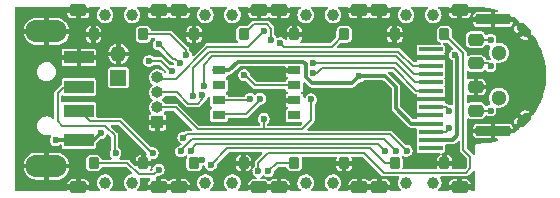
<source format=gbr>
%TF.GenerationSoftware,KiCad,Pcbnew,(6.0.2)*%
%TF.CreationDate,2022-06-11T15:58:10+03:00*%
%TF.ProjectId,keyholder,6b657968-6f6c-4646-9572-2e6b69636164,rev?*%
%TF.SameCoordinates,Original*%
%TF.FileFunction,Copper,L1,Top*%
%TF.FilePolarity,Positive*%
%FSLAX46Y46*%
G04 Gerber Fmt 4.6, Leading zero omitted, Abs format (unit mm)*
G04 Created by KiCad (PCBNEW (6.0.2)) date 2022-06-11 15:58:10*
%MOMM*%
%LPD*%
G01*
G04 APERTURE LIST*
G04 Aperture macros list*
%AMRoundRect*
0 Rectangle with rounded corners*
0 $1 Rounding radius*
0 $2 $3 $4 $5 $6 $7 $8 $9 X,Y pos of 4 corners*
0 Add a 4 corners polygon primitive as box body*
4,1,4,$2,$3,$4,$5,$6,$7,$8,$9,$2,$3,0*
0 Add four circle primitives for the rounded corners*
1,1,$1+$1,$2,$3*
1,1,$1+$1,$4,$5*
1,1,$1+$1,$6,$7*
1,1,$1+$1,$8,$9*
0 Add four rect primitives between the rounded corners*
20,1,$1+$1,$2,$3,$4,$5,0*
20,1,$1+$1,$4,$5,$6,$7,0*
20,1,$1+$1,$6,$7,$8,$9,0*
20,1,$1+$1,$8,$9,$2,$3,0*%
G04 Aperture macros list end*
%TA.AperFunction,WasherPad*%
%ADD10C,1.300000*%
%TD*%
%TA.AperFunction,SMDPad,CuDef*%
%ADD11RoundRect,0.250000X-0.400000X0.250000X-0.400000X-0.250000X0.400000X-0.250000X0.400000X0.250000X0*%
%TD*%
%TA.AperFunction,SMDPad,CuDef*%
%ADD12RoundRect,0.200000X-0.424264X-0.141421X-0.141421X-0.424264X0.424264X0.141421X0.141421X0.424264X0*%
%TD*%
%TA.AperFunction,SMDPad,CuDef*%
%ADD13RoundRect,0.212500X-1.287500X0.212500X-1.287500X-0.212500X1.287500X-0.212500X1.287500X0.212500X0*%
%TD*%
%TA.AperFunction,SMDPad,CuDef*%
%ADD14RoundRect,0.200000X-0.141421X0.424264X-0.424264X0.141421X0.141421X-0.424264X0.424264X-0.141421X0*%
%TD*%
%TA.AperFunction,WasherPad*%
%ADD15C,1.000000*%
%TD*%
%TA.AperFunction,SMDPad,CuDef*%
%ADD16RoundRect,0.225000X-0.225000X-0.275000X0.225000X-0.275000X0.225000X0.275000X-0.225000X0.275000X0*%
%TD*%
%TA.AperFunction,SMDPad,CuDef*%
%ADD17RoundRect,0.250000X-0.475000X-0.250000X0.475000X-0.250000X0.475000X0.250000X-0.475000X0.250000X0*%
%TD*%
%TA.AperFunction,SMDPad,CuDef*%
%ADD18RoundRect,0.225000X0.225000X0.275000X-0.225000X0.275000X-0.225000X-0.275000X0.225000X-0.275000X0*%
%TD*%
%TA.AperFunction,SMDPad,CuDef*%
%ADD19RoundRect,0.250000X0.475000X0.250000X-0.475000X0.250000X-0.475000X-0.250000X0.475000X-0.250000X0*%
%TD*%
%TA.AperFunction,SMDPad,CuDef*%
%ADD20R,1.000000X1.000000*%
%TD*%
%TA.AperFunction,SMDPad,CuDef*%
%ADD21O,1.000000X1.000000*%
%TD*%
%TA.AperFunction,SMDPad,CuDef*%
%ADD22R,2.500000X1.100000*%
%TD*%
%TA.AperFunction,ComponentPad*%
%ADD23O,3.500000X1.900000*%
%TD*%
%TA.AperFunction,SMDPad,CuDef*%
%ADD24R,2.000000X0.350000*%
%TD*%
%TA.AperFunction,ComponentPad*%
%ADD25R,1.350000X1.350000*%
%TD*%
%TA.AperFunction,ComponentPad*%
%ADD26O,1.350000X1.350000*%
%TD*%
%TA.AperFunction,SMDPad,CuDef*%
%ADD27R,1.100000X0.700000*%
%TD*%
%TA.AperFunction,ViaPad*%
%ADD28C,0.600000*%
%TD*%
%TA.AperFunction,Conductor*%
%ADD29C,0.200000*%
%TD*%
%TA.AperFunction,Conductor*%
%ADD30C,0.300000*%
%TD*%
G04 APERTURE END LIST*
D10*
%TO.P,SW9,*%
%TO.N,*%
X101212500Y-118100000D03*
X101212500Y-121900000D03*
D11*
%TO.P,SW9,1*%
%TO.N,/JOY_CCW*%
X99262500Y-123000000D03*
%TO.P,SW9,2*%
%TO.N,/JOY_CW*%
X99262500Y-117000000D03*
D12*
%TO.P,SW9,3*%
%TO.N,GND*%
X103312499Y-123800000D03*
D13*
X100712500Y-124725000D03*
X100712500Y-115275000D03*
D14*
X103312500Y-116200000D03*
D11*
%TO.P,SW9,C*%
X99262500Y-121000000D03*
%TO.P,SW9,T*%
%TO.N,/JOY_PUSH*%
X99262500Y-119000000D03*
%TD*%
D15*
%TO.P,SW5,*%
%TO.N,*%
X67850000Y-129100000D03*
X70150000Y-129100000D03*
D16*
%TO.P,SW5,1,1*%
%TO.N,/SWITCH_5*%
X66900000Y-127450000D03*
%TO.P,SW5,2,2*%
%TO.N,GND*%
X71100000Y-127450000D03*
D17*
%TO.P,SW5,3,3*%
X72400000Y-129500000D03*
X65600000Y-129500000D03*
%TD*%
D15*
%TO.P,SW6,*%
%TO.N,*%
X76350000Y-129100000D03*
X78650000Y-129100000D03*
D16*
%TO.P,SW6,1,1*%
%TO.N,/SWITCH_6*%
X75400000Y-127450000D03*
%TO.P,SW6,2,2*%
%TO.N,GND*%
X79600000Y-127450000D03*
D17*
%TO.P,SW6,3,3*%
X80900000Y-129500000D03*
X74100000Y-129500000D03*
%TD*%
D15*
%TO.P,SW3,*%
%TO.N,*%
X84850000Y-114900000D03*
X87150000Y-114900000D03*
D18*
%TO.P,SW3,1,1*%
%TO.N,/SWITCH_3*%
X88100000Y-116550000D03*
%TO.P,SW3,2,2*%
%TO.N,GND*%
X83900000Y-116550000D03*
D19*
%TO.P,SW3,3,3*%
X82600000Y-114500000D03*
X89400000Y-114500000D03*
%TD*%
D20*
%TO.P,J2,1,Pin_1*%
%TO.N,GND*%
X72300000Y-124000000D03*
D21*
%TO.P,J2,2,Pin_2*%
%TO.N,/RST*%
X72300000Y-122730000D03*
%TO.P,J2,3,Pin_3*%
%TO.N,/SWDIO*%
X72300000Y-121460000D03*
%TO.P,J2,4,Pin_4*%
%TO.N,/SWCLK*%
X72300000Y-120190000D03*
%TD*%
D15*
%TO.P,SW7,*%
%TO.N,*%
X84850000Y-129100000D03*
X87150000Y-129100000D03*
D16*
%TO.P,SW7,1,1*%
%TO.N,/SWITCH_7*%
X83900000Y-127450000D03*
%TO.P,SW7,2,2*%
%TO.N,GND*%
X88100000Y-127450000D03*
D17*
%TO.P,SW7,3,3*%
X82600000Y-129500000D03*
X89400000Y-129500000D03*
%TD*%
D15*
%TO.P,SW8,*%
%TO.N,*%
X93350000Y-129100000D03*
X95650000Y-129100000D03*
D16*
%TO.P,SW8,1,1*%
%TO.N,/SWITCH_8*%
X92400000Y-127450000D03*
%TO.P,SW8,2,2*%
%TO.N,GND*%
X96600000Y-127450000D03*
D17*
%TO.P,SW8,3,3*%
X91100000Y-129500000D03*
X97900000Y-129500000D03*
%TD*%
D22*
%TO.P,J1,1,VBUS*%
%TO.N,+5V*%
X65650000Y-125500000D03*
%TO.P,J1,2,D-*%
%TO.N,/USB_N*%
X65650000Y-123000000D03*
%TO.P,J1,3,D+*%
%TO.N,/USB_P*%
X65650000Y-121000000D03*
%TO.P,J1,4,GND*%
%TO.N,GND*%
X65650000Y-118500000D03*
D23*
%TO.P,J1,5,Shield*%
X62900000Y-127700000D03*
X62900000Y-116300000D03*
%TD*%
D24*
%TO.P,DS1,1,NC*%
%TO.N,unconnected-(DS1-Pad1)*%
X95450000Y-126200000D03*
%TO.P,DS1,2,VPP*%
%TO.N,VPP*%
X95450000Y-125500000D03*
%TO.P,DS1,3,VCOMH*%
%TO.N,Net-(C7-Pad1)*%
X95450000Y-124800000D03*
%TO.P,DS1,4,VDD*%
%TO.N,VBUS*%
X95450000Y-124100000D03*
%TO.P,DS1,5,IM1*%
%TO.N,GND*%
X95450000Y-123400000D03*
%TO.P,DS1,6,IREF*%
%TO.N,Net-(DS1-Pad6)*%
X95450000Y-122700000D03*
%TO.P,DS1,7,CS*%
%TO.N,GND*%
X95450000Y-122000000D03*
%TO.P,DS1,8,RES*%
%TO.N,/OLED_RES*%
X95450000Y-121300000D03*
%TO.P,DS1,9,DC*%
%TO.N,/OLED_DC*%
X95450000Y-120600000D03*
%TO.P,DS1,10,D0*%
%TO.N,/SPI2_MOSI*%
X95450000Y-119900000D03*
%TO.P,DS1,11,D1*%
%TO.N,/SPI2_CLK*%
X95450000Y-119200000D03*
%TO.P,DS1,12,VSS*%
%TO.N,GND*%
X95450000Y-118500000D03*
%TO.P,DS1,13,NC*%
%TO.N,unconnected-(DS1-Pad13)*%
X95450000Y-117800000D03*
%TD*%
D15*
%TO.P,SW1,*%
%TO.N,*%
X70150000Y-114900000D03*
X67850000Y-114900000D03*
D18*
%TO.P,SW1,1,1*%
%TO.N,/SWITCH_1*%
X71100000Y-116550000D03*
%TO.P,SW1,2,2*%
%TO.N,GND*%
X66900000Y-116550000D03*
D19*
%TO.P,SW1,3,3*%
X65600000Y-114500000D03*
X72400000Y-114500000D03*
%TD*%
D25*
%TO.P,BT1,1,+*%
%TO.N,+BATT*%
X69000000Y-120200000D03*
D26*
%TO.P,BT1,2,-*%
%TO.N,GND*%
X69000000Y-118200000D03*
%TD*%
D15*
%TO.P,SW2,*%
%TO.N,*%
X78650000Y-114900000D03*
X76350000Y-114900000D03*
D18*
%TO.P,SW2,1,1*%
%TO.N,/SWITCH_2*%
X79600000Y-116550000D03*
%TO.P,SW2,2,2*%
%TO.N,GND*%
X75400000Y-116550000D03*
D19*
%TO.P,SW2,3,3*%
X74100000Y-114500000D03*
X80900000Y-114500000D03*
%TD*%
D15*
%TO.P,SW4,*%
%TO.N,*%
X93350000Y-114900000D03*
X95650000Y-114900000D03*
D18*
%TO.P,SW4,1,1*%
%TO.N,/SWITCH_4*%
X96600000Y-116550000D03*
%TO.P,SW4,2,2*%
%TO.N,GND*%
X92400000Y-116550000D03*
D19*
%TO.P,SW4,3,3*%
X97900000Y-114500000D03*
X91100000Y-114500000D03*
%TD*%
D27*
%TO.P,U6,1,DAT2*%
%TO.N,unconnected-(U6-Pad1)*%
X83900000Y-123405000D03*
%TO.P,U6,2,DAT3*%
%TO.N,GND*%
X83900000Y-122135000D03*
%TO.P,U6,3,CLK*%
%TO.N,/SPI1_CLK*%
X83900000Y-120865000D03*
%TO.P,U6,4,GND*%
%TO.N,GND*%
X83900000Y-119595000D03*
%TO.P,U6,5,VDD*%
%TO.N,VBUS*%
X77500000Y-119595000D03*
%TO.P,U6,6,DAT1*%
%TO.N,unconnected-(U6-Pad6)*%
X77500000Y-120865000D03*
%TO.P,U6,7,DAT0*%
%TO.N,/SPI1_MISO*%
X77500000Y-122135000D03*
%TO.P,U6,8,CMD*%
%TO.N,/SPI1_MOSI*%
X77500000Y-123405000D03*
%TD*%
D28*
%TO.N,GND*%
X93300000Y-124700000D03*
X72000000Y-125700000D03*
X80200000Y-123900000D03*
X89500000Y-121250000D03*
X90250000Y-114500000D03*
X98700000Y-129500000D03*
X82140734Y-122100000D03*
X76800000Y-116500000D03*
X98700000Y-114500000D03*
X90250000Y-129500000D03*
X64750000Y-114500000D03*
X93300000Y-122200000D03*
X73250000Y-129500000D03*
X98200000Y-127500000D03*
X64750000Y-129500000D03*
X81249500Y-120200000D03*
X78900000Y-121300000D03*
X81750000Y-114500000D03*
X67800000Y-123200000D03*
X81750000Y-129500000D03*
X78750500Y-123900000D03*
X73250000Y-114500000D03*
X89500000Y-128100000D03*
%TO.N,+5V*%
X63700000Y-125500000D03*
X67500000Y-124900000D03*
%TO.N,VBUS*%
X89400000Y-120100000D03*
%TO.N,VPP*%
X97500000Y-118300000D03*
%TO.N,Net-(C7-Pad1)*%
X97000000Y-124500000D03*
%TO.N,Net-(DS1-Pad6)*%
X97000000Y-123000000D03*
%TO.N,/OLED_RES*%
X85500000Y-119799003D03*
%TO.N,/OLED_DC*%
X85500000Y-118999500D03*
%TO.N,/SWCLK*%
X81300000Y-116300000D03*
%TO.N,/SWDIO*%
X76097423Y-121692895D03*
%TO.N,/SPI2_MOSI*%
X76200000Y-120900000D03*
%TO.N,/SPI2_CLK*%
X75300000Y-121750500D03*
%TO.N,/USB_N*%
X71900500Y-126600000D03*
%TO.N,/USB_P*%
X68750000Y-126600000D03*
%TO.N,/SWITCH_1*%
X74700000Y-118300000D03*
%TO.N,/SWITCH_2*%
X81900000Y-117000000D03*
%TO.N,/SWITCH_3*%
X82700000Y-117300000D03*
%TO.N,/SWITCH_4*%
X80850000Y-128150000D03*
%TO.N,/SWITCH_5*%
X72400000Y-128000000D03*
%TO.N,/SWITCH_6*%
X76050000Y-127150000D03*
%TO.N,/SWITCH_7*%
X81700000Y-128150000D03*
%TO.N,/SWITCH_8*%
X76834411Y-127593206D03*
%TO.N,/JOY_CCW*%
X75100000Y-126400000D03*
X100500000Y-123000000D03*
X91600000Y-126400000D03*
%TO.N,/JOY_CW*%
X74500000Y-125300000D03*
X100500000Y-117000000D03*
X93400000Y-126400000D03*
%TO.N,/JOY_PUSH*%
X100500000Y-119250000D03*
X92500000Y-126400000D03*
X74300000Y-126450000D03*
%TO.N,/SPI1_CLK*%
X79650500Y-120000000D03*
%TO.N,/SPI1_MISO*%
X80163628Y-122000490D03*
%TO.N,/SPI1_MOSI*%
X81000000Y-122000000D03*
%TO.N,/BAT_ADC*%
X73556414Y-119656414D03*
X71600000Y-118800000D03*
%TO.N,/BAT_ADC_EN*%
X72400000Y-117400000D03*
X74211829Y-118985805D03*
%TO.N,/RST*%
X81300000Y-123700000D03*
X85300000Y-122050500D03*
%TD*%
D29*
%TO.N,/SPI1_MOSI*%
X77604511Y-123300489D02*
X77500000Y-123405000D01*
X79799511Y-123300489D02*
X77604511Y-123300489D01*
X81000000Y-122100000D02*
X79799511Y-123300489D01*
X81000000Y-122000000D02*
X81000000Y-122100000D01*
%TO.N,/RST*%
X85300000Y-123800000D02*
X84500000Y-124600000D01*
X84500000Y-124600000D02*
X82100989Y-124600000D01*
X85300000Y-122050500D02*
X85300000Y-123800000D01*
D30*
%TO.N,+5V*%
X65650000Y-125500000D02*
X66900000Y-125500000D01*
X65650000Y-125500000D02*
X63700000Y-125500000D01*
X66900000Y-125500000D02*
X67500000Y-124900000D01*
%TO.N,VBUS*%
X84850489Y-120150489D02*
X84850489Y-119050489D01*
X92500000Y-121000000D02*
X92500000Y-122800000D01*
X92500000Y-122800000D02*
X93800000Y-124100000D01*
X84850489Y-119050489D02*
X84649520Y-118849520D01*
X88800000Y-120700000D02*
X85400000Y-120700000D01*
X89400000Y-120100000D02*
X91600000Y-120100000D01*
X79144052Y-118849520D02*
X78398572Y-119595000D01*
X91600000Y-120100000D02*
X92500000Y-121000000D01*
X93800000Y-124100000D02*
X95450000Y-124100000D01*
X78398572Y-119595000D02*
X77100000Y-119595000D01*
X89400000Y-120100000D02*
X88800000Y-120700000D01*
X85400000Y-120700000D02*
X84850489Y-120150489D01*
X84649520Y-118849520D02*
X79144052Y-118849520D01*
%TO.N,VPP*%
X97500000Y-118300000D02*
X97700000Y-118500000D01*
X97300000Y-125500000D02*
X95450000Y-125500000D01*
X97700000Y-118500000D02*
X97700000Y-125100000D01*
X97700000Y-125100000D02*
X97300000Y-125500000D01*
D29*
%TO.N,Net-(C7-Pad1)*%
X97000000Y-124500000D02*
X96700000Y-124800000D01*
X96700000Y-124800000D02*
X95450000Y-124800000D01*
%TO.N,Net-(DS1-Pad6)*%
X97000000Y-123000000D02*
X96700000Y-122700000D01*
X96700000Y-122700000D02*
X95450000Y-122700000D01*
%TO.N,/OLED_RES*%
X94200000Y-121300000D02*
X95450000Y-121300000D01*
X92300000Y-119400000D02*
X94200000Y-121300000D01*
X85500000Y-119799003D02*
X85800997Y-119799003D01*
X86200000Y-119400000D02*
X92300000Y-119400000D01*
X85800997Y-119799003D02*
X86200000Y-119400000D01*
%TO.N,/OLED_DC*%
X85500000Y-118999500D02*
X85500500Y-119000000D01*
X92500000Y-119000000D02*
X94100000Y-120600000D01*
X85500500Y-119000000D02*
X92500000Y-119000000D01*
X94100000Y-120600000D02*
X95450000Y-120600000D01*
%TO.N,/SWCLK*%
X80000000Y-117600000D02*
X76534994Y-117600000D01*
X73834994Y-120300000D02*
X72410000Y-120300000D01*
X81300000Y-116300000D02*
X80000000Y-117600000D01*
X72410000Y-120300000D02*
X72300000Y-120190000D01*
X76534994Y-117600000D02*
X73834994Y-120300000D01*
%TO.N,/SWDIO*%
X74900000Y-122400000D02*
X73960000Y-121460000D01*
X76097423Y-122002577D02*
X75700000Y-122400000D01*
X75700000Y-122400000D02*
X74900000Y-122400000D01*
X73960000Y-121460000D02*
X72300000Y-121460000D01*
X76097423Y-121692895D02*
X76097423Y-122002577D01*
%TO.N,/SPI2_MOSI*%
X76200000Y-119100000D02*
X76900000Y-118400000D01*
X76200000Y-120900000D02*
X76200000Y-119100000D01*
X76900000Y-118400000D02*
X92500000Y-118400000D01*
X94000000Y-119900000D02*
X95450000Y-119900000D01*
X92500000Y-118400000D02*
X94000000Y-119900000D01*
%TO.N,/SPI2_CLK*%
X75300000Y-121750500D02*
X75300000Y-119400000D01*
X93900000Y-119200000D02*
X95450000Y-119200000D01*
X92700480Y-118000480D02*
X93900000Y-119200000D01*
X76699520Y-118000480D02*
X92700480Y-118000480D01*
X75300000Y-119400000D02*
X76699520Y-118000480D01*
%TO.N,/USB_N*%
X66550000Y-123900000D02*
X65650000Y-123000000D01*
X69100000Y-123900000D02*
X66550000Y-123900000D01*
X71800000Y-126600000D02*
X69100000Y-123900000D01*
X71900500Y-126600000D02*
X71800000Y-126600000D01*
%TO.N,/USB_P*%
X63850000Y-121550000D02*
X64400000Y-121000000D01*
X64250000Y-124300000D02*
X63850000Y-123900000D01*
X64400000Y-121000000D02*
X65650000Y-121000000D01*
X67900000Y-124300000D02*
X64250000Y-124300000D01*
X68700000Y-126550000D02*
X68700000Y-125100000D01*
X63850000Y-123900000D02*
X63850000Y-121550000D01*
X68750000Y-126600000D02*
X68700000Y-126550000D01*
X68700000Y-125100000D02*
X67900000Y-124300000D01*
%TO.N,/SWITCH_1*%
X74700000Y-118300000D02*
X74700000Y-117852162D01*
X74700000Y-117852162D02*
X73397838Y-116550000D01*
X73397838Y-116550000D02*
X71100000Y-116550000D01*
%TO.N,/SWITCH_2*%
X81900000Y-117000000D02*
X81900000Y-116052162D01*
X80449511Y-115700489D02*
X79600000Y-116550000D01*
X81548327Y-115700489D02*
X80449511Y-115700489D01*
X81900000Y-116052162D02*
X81548327Y-115700489D01*
%TO.N,/SWITCH_3*%
X88100000Y-116550000D02*
X87050000Y-117600000D01*
X83000000Y-117600000D02*
X82700000Y-117300000D01*
X87050000Y-117600000D02*
X83400000Y-117600000D01*
X83400000Y-117600000D02*
X83000000Y-117600000D01*
%TO.N,/SWITCH_4*%
X98450480Y-128249520D02*
X98800000Y-127900000D01*
X80850000Y-127400000D02*
X81650000Y-126600000D01*
X81650000Y-126600000D02*
X89800000Y-126600000D01*
X98800000Y-126900000D02*
X98200000Y-126300000D01*
X98200000Y-118150000D02*
X96600000Y-116550000D01*
X98800000Y-127900000D02*
X98800000Y-126900000D01*
X98200000Y-126300000D02*
X98200000Y-118150000D01*
X89800000Y-126600000D02*
X91449520Y-128249520D01*
X91449520Y-128249520D02*
X98450480Y-128249520D01*
X80850000Y-128150000D02*
X80850000Y-127400000D01*
%TO.N,/SWITCH_5*%
X69750000Y-127450000D02*
X66900000Y-127450000D01*
X72400000Y-128000000D02*
X72000000Y-128400000D01*
X72000000Y-128400000D02*
X70700000Y-128400000D01*
X70700000Y-128400000D02*
X69750000Y-127450000D01*
%TO.N,/SWITCH_6*%
X76050000Y-127150000D02*
X75700000Y-127150000D01*
X75700000Y-127150000D02*
X75400000Y-127450000D01*
%TO.N,/SWITCH_7*%
X82400000Y-127450000D02*
X83900000Y-127450000D01*
X81700000Y-128150000D02*
X82400000Y-127450000D01*
%TO.N,/SWITCH_8*%
X90299040Y-126199040D02*
X91550000Y-127450000D01*
X91550000Y-127450000D02*
X92400000Y-127450000D01*
X78228577Y-126199040D02*
X90299040Y-126199040D01*
X76834411Y-127593206D02*
X78228577Y-126199040D01*
%TO.N,/JOY_CCW*%
X99262500Y-123000000D02*
X100500000Y-123000000D01*
X75600480Y-125799520D02*
X75100000Y-126300000D01*
X91600000Y-126400000D02*
X90999520Y-125799520D01*
X90999520Y-125799520D02*
X75600480Y-125799520D01*
X75100000Y-126300000D02*
X75100000Y-126400000D01*
%TO.N,/JOY_CW*%
X92000000Y-125000000D02*
X74800000Y-125000000D01*
X93400000Y-126400000D02*
X92000000Y-125000000D01*
X99262500Y-117000000D02*
X100500000Y-117000000D01*
X74800000Y-125000000D02*
X74500000Y-125300000D01*
%TO.N,/JOY_PUSH*%
X100250000Y-119000000D02*
X100500000Y-119250000D01*
X92500000Y-126400000D02*
X91500000Y-125400000D01*
X99262500Y-119000000D02*
X100250000Y-119000000D01*
X91500000Y-125400000D02*
X75252162Y-125400000D01*
X75252162Y-125400000D02*
X74300000Y-126352162D01*
X74300000Y-126352162D02*
X74300000Y-126450000D01*
%TO.N,/SPI1_CLK*%
X79650500Y-120000000D02*
X79700000Y-120000000D01*
X80565000Y-120865000D02*
X83500000Y-120865000D01*
X79700000Y-120000000D02*
X80565000Y-120865000D01*
%TO.N,/SPI1_MISO*%
X80029118Y-122135000D02*
X77100000Y-122135000D01*
X80163628Y-122000490D02*
X80029118Y-122135000D01*
%TO.N,/BAT_ADC*%
X73556414Y-119656414D02*
X73456414Y-119656414D01*
X72600000Y-118800000D02*
X71600000Y-118800000D01*
X73456414Y-119656414D02*
X72600000Y-118800000D01*
%TO.N,/BAT_ADC_EN*%
X73826024Y-118600000D02*
X73600000Y-118600000D01*
X74211829Y-118985805D02*
X73826024Y-118600000D01*
X73600000Y-118600000D02*
X72400000Y-117400000D01*
%TO.N,/RST*%
X81300000Y-124600000D02*
X82100989Y-124600000D01*
X81300000Y-123700000D02*
X81300000Y-124600000D01*
X73830000Y-122730000D02*
X75700000Y-124600000D01*
X72300000Y-122730000D02*
X73830000Y-122730000D01*
X75700000Y-124600000D02*
X82100989Y-124600000D01*
%TD*%
%TA.AperFunction,Conductor*%
%TO.N,GND*%
G36*
X64634191Y-114218907D02*
G01*
X64670155Y-114268407D01*
X64670464Y-114270360D01*
X64679122Y-114297005D01*
X64683243Y-114300000D01*
X66509319Y-114300000D01*
X66522004Y-114295878D01*
X66525091Y-114291630D01*
X66526218Y-114284514D01*
X66529535Y-114285039D01*
X66543906Y-114240809D01*
X66593406Y-114204845D01*
X66623999Y-114200000D01*
X67322687Y-114200000D01*
X67380878Y-114218907D01*
X67416842Y-114268407D01*
X67416842Y-114329593D01*
X67387767Y-114373603D01*
X67325604Y-114427831D01*
X67228113Y-114566547D01*
X67225945Y-114572108D01*
X67174914Y-114702995D01*
X67166524Y-114724513D01*
X67144394Y-114892611D01*
X67145049Y-114898544D01*
X67145049Y-114898548D01*
X67149751Y-114941137D01*
X67162999Y-115061135D01*
X67221266Y-115220356D01*
X67224591Y-115225305D01*
X67224592Y-115225306D01*
X67237689Y-115244796D01*
X67315830Y-115361083D01*
X67441233Y-115475191D01*
X67446482Y-115478041D01*
X67456063Y-115483243D01*
X67590235Y-115556092D01*
X67625189Y-115565262D01*
X67748464Y-115597603D01*
X67748468Y-115597604D01*
X67754233Y-115599116D01*
X67760194Y-115599210D01*
X67760197Y-115599210D01*
X67838996Y-115600447D01*
X67923760Y-115601779D01*
X67929575Y-115600447D01*
X67929577Y-115600447D01*
X68083206Y-115565262D01*
X68083209Y-115565261D01*
X68089029Y-115563928D01*
X68104610Y-115556092D01*
X68192272Y-115512002D01*
X68240498Y-115487747D01*
X68245035Y-115483872D01*
X68245038Y-115483870D01*
X68364888Y-115381508D01*
X68364891Y-115381505D01*
X68369423Y-115377634D01*
X68415684Y-115313255D01*
X68464877Y-115244796D01*
X68464878Y-115244794D01*
X68468361Y-115239947D01*
X68471700Y-115231643D01*
X68529377Y-115088167D01*
X68529378Y-115088165D01*
X68531601Y-115082634D01*
X68532518Y-115076192D01*
X68555034Y-114917985D01*
X68555034Y-114917979D01*
X68555490Y-114914778D01*
X68555645Y-114900000D01*
X68535276Y-114731680D01*
X68475345Y-114573077D01*
X68418426Y-114490259D01*
X68382692Y-114438267D01*
X68379312Y-114433349D01*
X68311485Y-114372917D01*
X68280615Y-114320090D01*
X68286693Y-114259207D01*
X68327395Y-114213524D01*
X68377343Y-114200000D01*
X69622687Y-114200000D01*
X69680878Y-114218907D01*
X69716842Y-114268407D01*
X69716842Y-114329593D01*
X69687767Y-114373603D01*
X69625604Y-114427831D01*
X69528113Y-114566547D01*
X69525945Y-114572108D01*
X69474914Y-114702995D01*
X69466524Y-114724513D01*
X69444394Y-114892611D01*
X69445049Y-114898544D01*
X69445049Y-114898548D01*
X69449751Y-114941137D01*
X69462999Y-115061135D01*
X69521266Y-115220356D01*
X69524591Y-115225305D01*
X69524592Y-115225306D01*
X69537689Y-115244796D01*
X69615830Y-115361083D01*
X69741233Y-115475191D01*
X69746482Y-115478041D01*
X69756063Y-115483243D01*
X69890235Y-115556092D01*
X69925189Y-115565262D01*
X70048464Y-115597603D01*
X70048468Y-115597604D01*
X70054233Y-115599116D01*
X70060194Y-115599210D01*
X70060197Y-115599210D01*
X70138996Y-115600447D01*
X70223760Y-115601779D01*
X70229575Y-115600447D01*
X70229577Y-115600447D01*
X70383206Y-115565262D01*
X70383209Y-115565261D01*
X70389029Y-115563928D01*
X70404610Y-115556092D01*
X70492272Y-115512002D01*
X70540498Y-115487747D01*
X70545035Y-115483872D01*
X70545038Y-115483870D01*
X70664888Y-115381508D01*
X70664891Y-115381505D01*
X70669423Y-115377634D01*
X70715684Y-115313255D01*
X70764877Y-115244796D01*
X70764878Y-115244794D01*
X70768361Y-115239947D01*
X70771700Y-115231643D01*
X70829377Y-115088167D01*
X70829378Y-115088165D01*
X70831601Y-115082634D01*
X70832518Y-115076192D01*
X70855034Y-114917985D01*
X70855034Y-114917979D01*
X70855490Y-114914778D01*
X70855645Y-114900000D01*
X70843718Y-114801443D01*
X71475001Y-114801443D01*
X71475220Y-114806086D01*
X71477411Y-114829269D01*
X71479976Y-114840965D01*
X71520362Y-114955966D01*
X71527209Y-114968899D01*
X71598808Y-115065835D01*
X71609165Y-115076192D01*
X71706101Y-115147791D01*
X71719034Y-115154638D01*
X71834031Y-115195022D01*
X71845734Y-115197590D01*
X71868918Y-115199782D01*
X71873554Y-115200000D01*
X72184320Y-115200000D01*
X72197005Y-115195878D01*
X72200000Y-115191757D01*
X72200000Y-115184319D01*
X72600000Y-115184319D01*
X72604122Y-115197004D01*
X72608243Y-115199999D01*
X72926443Y-115199999D01*
X72931086Y-115199780D01*
X72954269Y-115197589D01*
X72965965Y-115195024D01*
X73080966Y-115154638D01*
X73093899Y-115147791D01*
X73191182Y-115075936D01*
X73249222Y-115056572D01*
X73308818Y-115075936D01*
X73406101Y-115147791D01*
X73419034Y-115154638D01*
X73534031Y-115195022D01*
X73545734Y-115197590D01*
X73568918Y-115199782D01*
X73573554Y-115200000D01*
X73884320Y-115200000D01*
X73897005Y-115195878D01*
X73900000Y-115191757D01*
X73900000Y-115184319D01*
X74300000Y-115184319D01*
X74304122Y-115197004D01*
X74308243Y-115199999D01*
X74626443Y-115199999D01*
X74631086Y-115199780D01*
X74654269Y-115197589D01*
X74665965Y-115195024D01*
X74780966Y-115154638D01*
X74793899Y-115147791D01*
X74890835Y-115076192D01*
X74901192Y-115065835D01*
X74972791Y-114968899D01*
X74979638Y-114955966D01*
X75020022Y-114840969D01*
X75022590Y-114829266D01*
X75024782Y-114806082D01*
X75025000Y-114801446D01*
X75025000Y-114715680D01*
X75020878Y-114702995D01*
X75016757Y-114700000D01*
X74315680Y-114700000D01*
X74302995Y-114704122D01*
X74300000Y-114708243D01*
X74300000Y-115184319D01*
X73900000Y-115184319D01*
X73900000Y-114715680D01*
X73895878Y-114702995D01*
X73891757Y-114700000D01*
X72615680Y-114700000D01*
X72602995Y-114704122D01*
X72600000Y-114708243D01*
X72600000Y-115184319D01*
X72200000Y-115184319D01*
X72200000Y-114715680D01*
X72195878Y-114702995D01*
X72191757Y-114700000D01*
X71490681Y-114700000D01*
X71477996Y-114704122D01*
X71475001Y-114708243D01*
X71475001Y-114801443D01*
X70843718Y-114801443D01*
X70835276Y-114731680D01*
X70775345Y-114573077D01*
X70718426Y-114490259D01*
X70682692Y-114438267D01*
X70679312Y-114433349D01*
X70611485Y-114372917D01*
X70580615Y-114320090D01*
X70586693Y-114259207D01*
X70627395Y-114213524D01*
X70677343Y-114200000D01*
X71376000Y-114200000D01*
X71434191Y-114218907D01*
X71470155Y-114268407D01*
X71470464Y-114270360D01*
X71479122Y-114297005D01*
X71483243Y-114300000D01*
X75009319Y-114300000D01*
X75022004Y-114295878D01*
X75025091Y-114291630D01*
X75026218Y-114284514D01*
X75029535Y-114285039D01*
X75043906Y-114240809D01*
X75093406Y-114204845D01*
X75123999Y-114200000D01*
X75822687Y-114200000D01*
X75880878Y-114218907D01*
X75916842Y-114268407D01*
X75916842Y-114329593D01*
X75887767Y-114373603D01*
X75825604Y-114427831D01*
X75728113Y-114566547D01*
X75725945Y-114572108D01*
X75674914Y-114702995D01*
X75666524Y-114724513D01*
X75644394Y-114892611D01*
X75645049Y-114898544D01*
X75645049Y-114898548D01*
X75649751Y-114941137D01*
X75662999Y-115061135D01*
X75721266Y-115220356D01*
X75724591Y-115225305D01*
X75724592Y-115225306D01*
X75737689Y-115244796D01*
X75815830Y-115361083D01*
X75941233Y-115475191D01*
X75946482Y-115478041D01*
X75956063Y-115483243D01*
X76090235Y-115556092D01*
X76125189Y-115565262D01*
X76248464Y-115597603D01*
X76248468Y-115597604D01*
X76254233Y-115599116D01*
X76260194Y-115599210D01*
X76260197Y-115599210D01*
X76338996Y-115600447D01*
X76423760Y-115601779D01*
X76429575Y-115600447D01*
X76429577Y-115600447D01*
X76583206Y-115565262D01*
X76583209Y-115565261D01*
X76589029Y-115563928D01*
X76604610Y-115556092D01*
X76692272Y-115512002D01*
X76740498Y-115487747D01*
X76745035Y-115483872D01*
X76745038Y-115483870D01*
X76864888Y-115381508D01*
X76864891Y-115381505D01*
X76869423Y-115377634D01*
X76915684Y-115313255D01*
X76964877Y-115244796D01*
X76964878Y-115244794D01*
X76968361Y-115239947D01*
X76971700Y-115231643D01*
X77029377Y-115088167D01*
X77029378Y-115088165D01*
X77031601Y-115082634D01*
X77032518Y-115076192D01*
X77055034Y-114917985D01*
X77055034Y-114917979D01*
X77055490Y-114914778D01*
X77055645Y-114900000D01*
X77035276Y-114731680D01*
X76975345Y-114573077D01*
X76918426Y-114490259D01*
X76882692Y-114438267D01*
X76879312Y-114433349D01*
X76811485Y-114372917D01*
X76780615Y-114320090D01*
X76786693Y-114259207D01*
X76827395Y-114213524D01*
X76877343Y-114200000D01*
X78122687Y-114200000D01*
X78180878Y-114218907D01*
X78216842Y-114268407D01*
X78216842Y-114329593D01*
X78187767Y-114373603D01*
X78125604Y-114427831D01*
X78028113Y-114566547D01*
X78025945Y-114572108D01*
X77974914Y-114702995D01*
X77966524Y-114724513D01*
X77944394Y-114892611D01*
X77945049Y-114898544D01*
X77945049Y-114898548D01*
X77949751Y-114941137D01*
X77962999Y-115061135D01*
X78021266Y-115220356D01*
X78024591Y-115225305D01*
X78024592Y-115225306D01*
X78037689Y-115244796D01*
X78115830Y-115361083D01*
X78241233Y-115475191D01*
X78246482Y-115478041D01*
X78256063Y-115483243D01*
X78390235Y-115556092D01*
X78425189Y-115565262D01*
X78548464Y-115597603D01*
X78548468Y-115597604D01*
X78554233Y-115599116D01*
X78560194Y-115599210D01*
X78560197Y-115599210D01*
X78638996Y-115600447D01*
X78723760Y-115601779D01*
X78729575Y-115600447D01*
X78729577Y-115600447D01*
X78883206Y-115565262D01*
X78883209Y-115565261D01*
X78889029Y-115563928D01*
X78904610Y-115556092D01*
X78992272Y-115512002D01*
X79040498Y-115487747D01*
X79045035Y-115483872D01*
X79045038Y-115483870D01*
X79164888Y-115381508D01*
X79164891Y-115381505D01*
X79169423Y-115377634D01*
X79215684Y-115313255D01*
X79264877Y-115244796D01*
X79264878Y-115244794D01*
X79268361Y-115239947D01*
X79271700Y-115231643D01*
X79329377Y-115088167D01*
X79329378Y-115088165D01*
X79331601Y-115082634D01*
X79332518Y-115076192D01*
X79355034Y-114917985D01*
X79355034Y-114917979D01*
X79355490Y-114914778D01*
X79355645Y-114900000D01*
X79343718Y-114801443D01*
X79975001Y-114801443D01*
X79975220Y-114806086D01*
X79977411Y-114829269D01*
X79979976Y-114840965D01*
X80020362Y-114955966D01*
X80027209Y-114968899D01*
X80098808Y-115065835D01*
X80109165Y-115076192D01*
X80206101Y-115147791D01*
X80219034Y-115154638D01*
X80334031Y-115195022D01*
X80345734Y-115197590D01*
X80368918Y-115199782D01*
X80373554Y-115200000D01*
X80684320Y-115200000D01*
X80697005Y-115195878D01*
X80700000Y-115191757D01*
X80700000Y-115184319D01*
X81100000Y-115184319D01*
X81104122Y-115197004D01*
X81108243Y-115199999D01*
X81426443Y-115199999D01*
X81431086Y-115199780D01*
X81454269Y-115197589D01*
X81465965Y-115195024D01*
X81580966Y-115154638D01*
X81593899Y-115147791D01*
X81691182Y-115075936D01*
X81749222Y-115056572D01*
X81808818Y-115075936D01*
X81906101Y-115147791D01*
X81919034Y-115154638D01*
X82034031Y-115195022D01*
X82045734Y-115197590D01*
X82068918Y-115199782D01*
X82073554Y-115200000D01*
X82384320Y-115200000D01*
X82397005Y-115195878D01*
X82400000Y-115191757D01*
X82400000Y-115184319D01*
X82800000Y-115184319D01*
X82804122Y-115197004D01*
X82808243Y-115199999D01*
X83126443Y-115199999D01*
X83131086Y-115199780D01*
X83154269Y-115197589D01*
X83165965Y-115195024D01*
X83280966Y-115154638D01*
X83293899Y-115147791D01*
X83390835Y-115076192D01*
X83401192Y-115065835D01*
X83472791Y-114968899D01*
X83479638Y-114955966D01*
X83520022Y-114840969D01*
X83522590Y-114829266D01*
X83524782Y-114806082D01*
X83525000Y-114801446D01*
X83525000Y-114715680D01*
X83520878Y-114702995D01*
X83516757Y-114700000D01*
X82815680Y-114700000D01*
X82802995Y-114704122D01*
X82800000Y-114708243D01*
X82800000Y-115184319D01*
X82400000Y-115184319D01*
X82400000Y-114715680D01*
X82395878Y-114702995D01*
X82391757Y-114700000D01*
X81115680Y-114700000D01*
X81102995Y-114704122D01*
X81100000Y-114708243D01*
X81100000Y-115184319D01*
X80700000Y-115184319D01*
X80700000Y-114715680D01*
X80695878Y-114702995D01*
X80691757Y-114700000D01*
X79990681Y-114700000D01*
X79977996Y-114704122D01*
X79975001Y-114708243D01*
X79975001Y-114801443D01*
X79343718Y-114801443D01*
X79335276Y-114731680D01*
X79275345Y-114573077D01*
X79218426Y-114490259D01*
X79182692Y-114438267D01*
X79179312Y-114433349D01*
X79111485Y-114372917D01*
X79080615Y-114320090D01*
X79086693Y-114259207D01*
X79127395Y-114213524D01*
X79177343Y-114200000D01*
X79876000Y-114200000D01*
X79934191Y-114218907D01*
X79970155Y-114268407D01*
X79970464Y-114270360D01*
X79979122Y-114297005D01*
X79983243Y-114300000D01*
X83509319Y-114300000D01*
X83522004Y-114295878D01*
X83525091Y-114291630D01*
X83526218Y-114284514D01*
X83529535Y-114285039D01*
X83543906Y-114240809D01*
X83593406Y-114204845D01*
X83623999Y-114200000D01*
X84322687Y-114200000D01*
X84380878Y-114218907D01*
X84416842Y-114268407D01*
X84416842Y-114329593D01*
X84387767Y-114373603D01*
X84325604Y-114427831D01*
X84228113Y-114566547D01*
X84225945Y-114572108D01*
X84174914Y-114702995D01*
X84166524Y-114724513D01*
X84144394Y-114892611D01*
X84145049Y-114898544D01*
X84145049Y-114898548D01*
X84149751Y-114941137D01*
X84162999Y-115061135D01*
X84221266Y-115220356D01*
X84224591Y-115225305D01*
X84224592Y-115225306D01*
X84237689Y-115244796D01*
X84315830Y-115361083D01*
X84441233Y-115475191D01*
X84446482Y-115478041D01*
X84456063Y-115483243D01*
X84590235Y-115556092D01*
X84625189Y-115565262D01*
X84748464Y-115597603D01*
X84748468Y-115597604D01*
X84754233Y-115599116D01*
X84760194Y-115599210D01*
X84760197Y-115599210D01*
X84838996Y-115600447D01*
X84923760Y-115601779D01*
X84929575Y-115600447D01*
X84929577Y-115600447D01*
X85083206Y-115565262D01*
X85083209Y-115565261D01*
X85089029Y-115563928D01*
X85104610Y-115556092D01*
X85192272Y-115512002D01*
X85240498Y-115487747D01*
X85245035Y-115483872D01*
X85245038Y-115483870D01*
X85364888Y-115381508D01*
X85364891Y-115381505D01*
X85369423Y-115377634D01*
X85415684Y-115313255D01*
X85464877Y-115244796D01*
X85464878Y-115244794D01*
X85468361Y-115239947D01*
X85471700Y-115231643D01*
X85529377Y-115088167D01*
X85529378Y-115088165D01*
X85531601Y-115082634D01*
X85532518Y-115076192D01*
X85555034Y-114917985D01*
X85555034Y-114917979D01*
X85555490Y-114914778D01*
X85555645Y-114900000D01*
X85535276Y-114731680D01*
X85475345Y-114573077D01*
X85418426Y-114490259D01*
X85382692Y-114438267D01*
X85379312Y-114433349D01*
X85311485Y-114372917D01*
X85280615Y-114320090D01*
X85286693Y-114259207D01*
X85327395Y-114213524D01*
X85377343Y-114200000D01*
X86622687Y-114200000D01*
X86680878Y-114218907D01*
X86716842Y-114268407D01*
X86716842Y-114329593D01*
X86687767Y-114373603D01*
X86625604Y-114427831D01*
X86528113Y-114566547D01*
X86525945Y-114572108D01*
X86474914Y-114702995D01*
X86466524Y-114724513D01*
X86444394Y-114892611D01*
X86445049Y-114898544D01*
X86445049Y-114898548D01*
X86449751Y-114941137D01*
X86462999Y-115061135D01*
X86521266Y-115220356D01*
X86524591Y-115225305D01*
X86524592Y-115225306D01*
X86537689Y-115244796D01*
X86615830Y-115361083D01*
X86741233Y-115475191D01*
X86746482Y-115478041D01*
X86756063Y-115483243D01*
X86890235Y-115556092D01*
X86925189Y-115565262D01*
X87048464Y-115597603D01*
X87048468Y-115597604D01*
X87054233Y-115599116D01*
X87060194Y-115599210D01*
X87060197Y-115599210D01*
X87138996Y-115600447D01*
X87223760Y-115601779D01*
X87229575Y-115600447D01*
X87229577Y-115600447D01*
X87383206Y-115565262D01*
X87383209Y-115565261D01*
X87389029Y-115563928D01*
X87404610Y-115556092D01*
X87492272Y-115512002D01*
X87540498Y-115487747D01*
X87545035Y-115483872D01*
X87545038Y-115483870D01*
X87664888Y-115381508D01*
X87664891Y-115381505D01*
X87669423Y-115377634D01*
X87715684Y-115313255D01*
X87764877Y-115244796D01*
X87764878Y-115244794D01*
X87768361Y-115239947D01*
X87771700Y-115231643D01*
X87829377Y-115088167D01*
X87829378Y-115088165D01*
X87831601Y-115082634D01*
X87832518Y-115076192D01*
X87855034Y-114917985D01*
X87855034Y-114917979D01*
X87855490Y-114914778D01*
X87855645Y-114900000D01*
X87843718Y-114801443D01*
X88475001Y-114801443D01*
X88475220Y-114806086D01*
X88477411Y-114829269D01*
X88479976Y-114840965D01*
X88520362Y-114955966D01*
X88527209Y-114968899D01*
X88598808Y-115065835D01*
X88609165Y-115076192D01*
X88706101Y-115147791D01*
X88719034Y-115154638D01*
X88834031Y-115195022D01*
X88845734Y-115197590D01*
X88868918Y-115199782D01*
X88873554Y-115200000D01*
X89184320Y-115200000D01*
X89197005Y-115195878D01*
X89200000Y-115191757D01*
X89200000Y-115184319D01*
X89600000Y-115184319D01*
X89604122Y-115197004D01*
X89608243Y-115199999D01*
X89926443Y-115199999D01*
X89931086Y-115199780D01*
X89954269Y-115197589D01*
X89965965Y-115195024D01*
X90080966Y-115154638D01*
X90093899Y-115147791D01*
X90191182Y-115075936D01*
X90249222Y-115056572D01*
X90308818Y-115075936D01*
X90406101Y-115147791D01*
X90419034Y-115154638D01*
X90534031Y-115195022D01*
X90545734Y-115197590D01*
X90568918Y-115199782D01*
X90573554Y-115200000D01*
X90884320Y-115200000D01*
X90897005Y-115195878D01*
X90900000Y-115191757D01*
X90900000Y-115184319D01*
X91300000Y-115184319D01*
X91304122Y-115197004D01*
X91308243Y-115199999D01*
X91626443Y-115199999D01*
X91631086Y-115199780D01*
X91654269Y-115197589D01*
X91665965Y-115195024D01*
X91780966Y-115154638D01*
X91793899Y-115147791D01*
X91890835Y-115076192D01*
X91901192Y-115065835D01*
X91972791Y-114968899D01*
X91979638Y-114955966D01*
X92020022Y-114840969D01*
X92022590Y-114829266D01*
X92024782Y-114806082D01*
X92025000Y-114801446D01*
X92025000Y-114715680D01*
X92020878Y-114702995D01*
X92016757Y-114700000D01*
X91315680Y-114700000D01*
X91302995Y-114704122D01*
X91300000Y-114708243D01*
X91300000Y-115184319D01*
X90900000Y-115184319D01*
X90900000Y-114715680D01*
X90895878Y-114702995D01*
X90891757Y-114700000D01*
X89615680Y-114700000D01*
X89602995Y-114704122D01*
X89600000Y-114708243D01*
X89600000Y-115184319D01*
X89200000Y-115184319D01*
X89200000Y-114715680D01*
X89195878Y-114702995D01*
X89191757Y-114700000D01*
X88490681Y-114700000D01*
X88477996Y-114704122D01*
X88475001Y-114708243D01*
X88475001Y-114801443D01*
X87843718Y-114801443D01*
X87835276Y-114731680D01*
X87775345Y-114573077D01*
X87718426Y-114490259D01*
X87682692Y-114438267D01*
X87679312Y-114433349D01*
X87611485Y-114372917D01*
X87580615Y-114320090D01*
X87586693Y-114259207D01*
X87627395Y-114213524D01*
X87677343Y-114200000D01*
X88376000Y-114200000D01*
X88434191Y-114218907D01*
X88470155Y-114268407D01*
X88470464Y-114270360D01*
X88479122Y-114297005D01*
X88483243Y-114300000D01*
X92009319Y-114300000D01*
X92022004Y-114295878D01*
X92025091Y-114291630D01*
X92026218Y-114284514D01*
X92029535Y-114285039D01*
X92043906Y-114240809D01*
X92093406Y-114204845D01*
X92123999Y-114200000D01*
X92822687Y-114200000D01*
X92880878Y-114218907D01*
X92916842Y-114268407D01*
X92916842Y-114329593D01*
X92887767Y-114373603D01*
X92825604Y-114427831D01*
X92728113Y-114566547D01*
X92725945Y-114572108D01*
X92674914Y-114702995D01*
X92666524Y-114724513D01*
X92644394Y-114892611D01*
X92645049Y-114898544D01*
X92645049Y-114898548D01*
X92649751Y-114941137D01*
X92662999Y-115061135D01*
X92721266Y-115220356D01*
X92724591Y-115225305D01*
X92724592Y-115225306D01*
X92737689Y-115244796D01*
X92815830Y-115361083D01*
X92941233Y-115475191D01*
X92946482Y-115478041D01*
X92956063Y-115483243D01*
X93090235Y-115556092D01*
X93125189Y-115565262D01*
X93248464Y-115597603D01*
X93248468Y-115597604D01*
X93254233Y-115599116D01*
X93260194Y-115599210D01*
X93260197Y-115599210D01*
X93338996Y-115600447D01*
X93423760Y-115601779D01*
X93429575Y-115600447D01*
X93429577Y-115600447D01*
X93583206Y-115565262D01*
X93583209Y-115565261D01*
X93589029Y-115563928D01*
X93604610Y-115556092D01*
X93692272Y-115512002D01*
X93740498Y-115487747D01*
X93745035Y-115483872D01*
X93745038Y-115483870D01*
X93864888Y-115381508D01*
X93864891Y-115381505D01*
X93869423Y-115377634D01*
X93915684Y-115313255D01*
X93964877Y-115244796D01*
X93964878Y-115244794D01*
X93968361Y-115239947D01*
X93971700Y-115231643D01*
X94029377Y-115088167D01*
X94029378Y-115088165D01*
X94031601Y-115082634D01*
X94032518Y-115076192D01*
X94055034Y-114917985D01*
X94055034Y-114917979D01*
X94055490Y-114914778D01*
X94055645Y-114900000D01*
X94035276Y-114731680D01*
X93975345Y-114573077D01*
X93918426Y-114490259D01*
X93882692Y-114438267D01*
X93879312Y-114433349D01*
X93811485Y-114372917D01*
X93780615Y-114320090D01*
X93786693Y-114259207D01*
X93827395Y-114213524D01*
X93877343Y-114200000D01*
X95122687Y-114200000D01*
X95180878Y-114218907D01*
X95216842Y-114268407D01*
X95216842Y-114329593D01*
X95187767Y-114373603D01*
X95125604Y-114427831D01*
X95028113Y-114566547D01*
X95025945Y-114572108D01*
X94974914Y-114702995D01*
X94966524Y-114724513D01*
X94944394Y-114892611D01*
X94945049Y-114898544D01*
X94945049Y-114898548D01*
X94949751Y-114941137D01*
X94962999Y-115061135D01*
X95021266Y-115220356D01*
X95024591Y-115225305D01*
X95024592Y-115225306D01*
X95037689Y-115244796D01*
X95115830Y-115361083D01*
X95241233Y-115475191D01*
X95246482Y-115478041D01*
X95256063Y-115483243D01*
X95390235Y-115556092D01*
X95425189Y-115565262D01*
X95548464Y-115597603D01*
X95548468Y-115597604D01*
X95554233Y-115599116D01*
X95560194Y-115599210D01*
X95560197Y-115599210D01*
X95638996Y-115600447D01*
X95723760Y-115601779D01*
X95729575Y-115600447D01*
X95729577Y-115600447D01*
X95883206Y-115565262D01*
X95883209Y-115565261D01*
X95889029Y-115563928D01*
X95904610Y-115556092D01*
X95984184Y-115516070D01*
X99012501Y-115516070D01*
X99013110Y-115523812D01*
X99026580Y-115608864D01*
X99031335Y-115623497D01*
X99083585Y-115726045D01*
X99092627Y-115738490D01*
X99174010Y-115819873D01*
X99186455Y-115828915D01*
X99289002Y-115881165D01*
X99303637Y-115885920D01*
X99388689Y-115899391D01*
X99396428Y-115900000D01*
X100496820Y-115900000D01*
X100509505Y-115895878D01*
X100512500Y-115891757D01*
X100512500Y-115884319D01*
X100912500Y-115884319D01*
X100916622Y-115897004D01*
X100920743Y-115899999D01*
X102028570Y-115899999D01*
X102036312Y-115899390D01*
X102121364Y-115885920D01*
X102135997Y-115881165D01*
X102238545Y-115828915D01*
X102250990Y-115819873D01*
X102332373Y-115738490D01*
X102341415Y-115726045D01*
X102393665Y-115623498D01*
X102398420Y-115608863D01*
X102411891Y-115523811D01*
X102412500Y-115516072D01*
X102412500Y-115490680D01*
X102408378Y-115477995D01*
X102404257Y-115475000D01*
X100928180Y-115475000D01*
X100915495Y-115479122D01*
X100912500Y-115483243D01*
X100912500Y-115884319D01*
X100512500Y-115884319D01*
X100512500Y-115490680D01*
X100508378Y-115477995D01*
X100504257Y-115475000D01*
X99028181Y-115475000D01*
X99015496Y-115479122D01*
X99012501Y-115483243D01*
X99012501Y-115516070D01*
X95984184Y-115516070D01*
X95992272Y-115512002D01*
X96040498Y-115487747D01*
X96045035Y-115483872D01*
X96045038Y-115483870D01*
X96164888Y-115381508D01*
X96164891Y-115381505D01*
X96169423Y-115377634D01*
X96215684Y-115313255D01*
X96264877Y-115244796D01*
X96264878Y-115244794D01*
X96268361Y-115239947D01*
X96271700Y-115231643D01*
X96329377Y-115088167D01*
X96329378Y-115088165D01*
X96331601Y-115082634D01*
X96332518Y-115076192D01*
X96355034Y-114917985D01*
X96355034Y-114917979D01*
X96355490Y-114914778D01*
X96355645Y-114900000D01*
X96343718Y-114801443D01*
X96975001Y-114801443D01*
X96975220Y-114806086D01*
X96977411Y-114829269D01*
X96979976Y-114840965D01*
X97020362Y-114955966D01*
X97027209Y-114968899D01*
X97098808Y-115065835D01*
X97109165Y-115076192D01*
X97206101Y-115147791D01*
X97219034Y-115154638D01*
X97334031Y-115195022D01*
X97345734Y-115197590D01*
X97368918Y-115199782D01*
X97373554Y-115200000D01*
X97684320Y-115200000D01*
X97697005Y-115195878D01*
X97700000Y-115191757D01*
X97700000Y-115184319D01*
X98100000Y-115184319D01*
X98104122Y-115197004D01*
X98108243Y-115199999D01*
X98426443Y-115199999D01*
X98431086Y-115199780D01*
X98454269Y-115197589D01*
X98465965Y-115195024D01*
X98580966Y-115154638D01*
X98593899Y-115147791D01*
X98690835Y-115076192D01*
X98701192Y-115065835D01*
X98706004Y-115059320D01*
X99012500Y-115059320D01*
X99016622Y-115072005D01*
X99020743Y-115075000D01*
X100496820Y-115075000D01*
X100509505Y-115070878D01*
X100512500Y-115066757D01*
X100512500Y-114665681D01*
X100508378Y-114652996D01*
X100504257Y-114650001D01*
X99396430Y-114650001D01*
X99388688Y-114650610D01*
X99303636Y-114664080D01*
X99289003Y-114668835D01*
X99186455Y-114721085D01*
X99174010Y-114730127D01*
X99092627Y-114811510D01*
X99083585Y-114823955D01*
X99031335Y-114926502D01*
X99026580Y-114941137D01*
X99013109Y-115026189D01*
X99012500Y-115033928D01*
X99012500Y-115059320D01*
X98706004Y-115059320D01*
X98772791Y-114968899D01*
X98779638Y-114955966D01*
X98820022Y-114840969D01*
X98822590Y-114829266D01*
X98824782Y-114806082D01*
X98825000Y-114801446D01*
X98825000Y-114715680D01*
X98820878Y-114702995D01*
X98816757Y-114700000D01*
X98115680Y-114700000D01*
X98102995Y-114704122D01*
X98100000Y-114708243D01*
X98100000Y-115184319D01*
X97700000Y-115184319D01*
X97700000Y-114715680D01*
X97695878Y-114702995D01*
X97691757Y-114700000D01*
X96990681Y-114700000D01*
X96977996Y-114704122D01*
X96975001Y-114708243D01*
X96975001Y-114801443D01*
X96343718Y-114801443D01*
X96335276Y-114731680D01*
X96275345Y-114573077D01*
X96218426Y-114490259D01*
X96182692Y-114438267D01*
X96179312Y-114433349D01*
X96111485Y-114372917D01*
X96080615Y-114320090D01*
X96086693Y-114259207D01*
X96127395Y-114213524D01*
X96177343Y-114200000D01*
X96876000Y-114200000D01*
X96934191Y-114218907D01*
X96970155Y-114268407D01*
X96970464Y-114270360D01*
X96979122Y-114297005D01*
X96983243Y-114300000D01*
X98809319Y-114300000D01*
X98822004Y-114295878D01*
X98825091Y-114291630D01*
X98826218Y-114284514D01*
X98829535Y-114285039D01*
X98843906Y-114240809D01*
X98893406Y-114204845D01*
X98923999Y-114200000D01*
X99366040Y-114200000D01*
X99388227Y-114202518D01*
X99399642Y-114205143D01*
X99410517Y-114202682D01*
X99416729Y-114202693D01*
X99432064Y-114201292D01*
X99862726Y-114218648D01*
X99870672Y-114219290D01*
X100326424Y-114274627D01*
X100334294Y-114275906D01*
X100784122Y-114367739D01*
X100791863Y-114369647D01*
X101089672Y-114455909D01*
X101140305Y-114490259D01*
X101161077Y-114547811D01*
X101144054Y-114606580D01*
X101095738Y-114644120D01*
X101062128Y-114650000D01*
X100928180Y-114650000D01*
X100915495Y-114654122D01*
X100912500Y-114658243D01*
X100912500Y-115059320D01*
X100916622Y-115072005D01*
X100920743Y-115075000D01*
X102412499Y-115075000D01*
X102412499Y-115075435D01*
X102456665Y-115075434D01*
X102475575Y-115083853D01*
X102496458Y-115095910D01*
X102503195Y-115100171D01*
X102766396Y-115281845D01*
X102868805Y-115352533D01*
X102905955Y-115401149D01*
X102907433Y-115462317D01*
X102900777Y-115478952D01*
X102893268Y-115493690D01*
X102894064Y-115498721D01*
X104008521Y-116613178D01*
X104020404Y-116619233D01*
X104040456Y-116616057D01*
X104100888Y-116625629D01*
X104135087Y-116654364D01*
X104142802Y-116664631D01*
X104168247Y-116698491D01*
X104170912Y-116702038D01*
X104175439Y-116708597D01*
X104236100Y-116804525D01*
X104420815Y-117096629D01*
X104424801Y-117103533D01*
X104638158Y-117510049D01*
X104641576Y-117517252D01*
X104690284Y-117631573D01*
X104819630Y-117935160D01*
X104821532Y-117939625D01*
X104824356Y-117947072D01*
X104855362Y-118039947D01*
X104969742Y-118382557D01*
X104971960Y-118390215D01*
X105081830Y-118835973D01*
X105083425Y-118843784D01*
X105157071Y-119296949D01*
X105158032Y-119304864D01*
X105194975Y-119762482D01*
X105195296Y-119770448D01*
X105195296Y-120229552D01*
X105194975Y-120237518D01*
X105158032Y-120695136D01*
X105157071Y-120703051D01*
X105083425Y-121156216D01*
X105081830Y-121164027D01*
X104971960Y-121609785D01*
X104969742Y-121617443D01*
X104901826Y-121820878D01*
X104826433Y-122046709D01*
X104824359Y-122052920D01*
X104821535Y-122060367D01*
X104735216Y-122262967D01*
X104641576Y-122482748D01*
X104638158Y-122489951D01*
X104424801Y-122896467D01*
X104420815Y-122903371D01*
X104316487Y-123068353D01*
X104183473Y-123278699D01*
X104175441Y-123291400D01*
X104170911Y-123297962D01*
X104133773Y-123347383D01*
X104083700Y-123382544D01*
X104022523Y-123381558D01*
X104020154Y-123380555D01*
X104013778Y-123381564D01*
X102899321Y-124496021D01*
X102893267Y-124507904D01*
X102895684Y-124523169D01*
X102909960Y-124567096D01*
X102891056Y-124625287D01*
X102867198Y-124648576D01*
X102503186Y-124899835D01*
X102496461Y-124904089D01*
X102478649Y-124914373D01*
X102413662Y-124926418D01*
X102404709Y-124925000D01*
X100928180Y-124925000D01*
X100915495Y-124929122D01*
X100912500Y-124933243D01*
X100912500Y-125334319D01*
X100916622Y-125347004D01*
X100920743Y-125349999D01*
X101062131Y-125349999D01*
X101120322Y-125368906D01*
X101156286Y-125418406D01*
X101156286Y-125479592D01*
X101120322Y-125529092D01*
X101089675Y-125544090D01*
X100791863Y-125630353D01*
X100784122Y-125632261D01*
X100334294Y-125724094D01*
X100326424Y-125725373D01*
X99870672Y-125780710D01*
X99862726Y-125781352D01*
X99432585Y-125798687D01*
X99418425Y-125797368D01*
X99411222Y-125797355D01*
X99400358Y-125794857D01*
X99389486Y-125797317D01*
X99389484Y-125797317D01*
X99388865Y-125797457D01*
X99388566Y-125797525D01*
X99366640Y-125799965D01*
X99365702Y-125799964D01*
X99365699Y-125799965D01*
X99354551Y-125799955D01*
X99343894Y-125805072D01*
X99322890Y-125812386D01*
X99322235Y-125812534D01*
X99322233Y-125812535D01*
X99311361Y-125814995D01*
X99301894Y-125822512D01*
X99283193Y-125834220D01*
X99272295Y-125839453D01*
X99265334Y-125848157D01*
X99265333Y-125848158D01*
X99264913Y-125848684D01*
X99249157Y-125864385D01*
X99248633Y-125864801D01*
X99248631Y-125864803D01*
X99239900Y-125871736D01*
X99235039Y-125881770D01*
X99235038Y-125881771D01*
X99234630Y-125882613D01*
X99222853Y-125901278D01*
X99215306Y-125910715D01*
X99212808Y-125921578D01*
X99212806Y-125921583D01*
X99212656Y-125922236D01*
X99205267Y-125943220D01*
X99200115Y-125953853D01*
X99200054Y-125977041D01*
X99198333Y-125977036D01*
X99198357Y-125977277D01*
X99200000Y-125977277D01*
X99200000Y-125997758D01*
X99199955Y-126015126D01*
X99199876Y-126045100D01*
X99199995Y-126045350D01*
X99200000Y-126045390D01*
X99200000Y-126631958D01*
X99181093Y-126690149D01*
X99131593Y-126726113D01*
X99070407Y-126726113D01*
X99029580Y-126699700D01*
X99026468Y-126694652D01*
X99003231Y-126676982D01*
X98993161Y-126668190D01*
X98529496Y-126204525D01*
X98501719Y-126150008D01*
X98500500Y-126134521D01*
X98500500Y-124966070D01*
X99012501Y-124966070D01*
X99013110Y-124973812D01*
X99026580Y-125058864D01*
X99031335Y-125073497D01*
X99083585Y-125176045D01*
X99092627Y-125188490D01*
X99174010Y-125269873D01*
X99186455Y-125278915D01*
X99289002Y-125331165D01*
X99303637Y-125335920D01*
X99388689Y-125349391D01*
X99396428Y-125350000D01*
X100496820Y-125350000D01*
X100509505Y-125345878D01*
X100512500Y-125341757D01*
X100512500Y-124940680D01*
X100508378Y-124927995D01*
X100504257Y-124925000D01*
X99028181Y-124925000D01*
X99015496Y-124929122D01*
X99012501Y-124933243D01*
X99012501Y-124966070D01*
X98500500Y-124966070D01*
X98500500Y-124509320D01*
X99012500Y-124509320D01*
X99016622Y-124522005D01*
X99020743Y-124525000D01*
X100496820Y-124525000D01*
X100509505Y-124520878D01*
X100512500Y-124516757D01*
X100512500Y-124509320D01*
X100912500Y-124509320D01*
X100916622Y-124522005D01*
X100920743Y-124525000D01*
X102396819Y-124525000D01*
X102409504Y-124520878D01*
X102412499Y-124516757D01*
X102412499Y-124483930D01*
X102411890Y-124476188D01*
X102398420Y-124391136D01*
X102393665Y-124376503D01*
X102341415Y-124273955D01*
X102332373Y-124261510D01*
X102250990Y-124180127D01*
X102238545Y-124171085D01*
X102135998Y-124118835D01*
X102121363Y-124114080D01*
X102036311Y-124100609D01*
X102028572Y-124100000D01*
X100928180Y-124100000D01*
X100915495Y-124104122D01*
X100912500Y-124108243D01*
X100912500Y-124509320D01*
X100512500Y-124509320D01*
X100512500Y-124115681D01*
X100508378Y-124102996D01*
X100504257Y-124100001D01*
X99396430Y-124100001D01*
X99388688Y-124100610D01*
X99303636Y-124114080D01*
X99289003Y-124118835D01*
X99186455Y-124171085D01*
X99174010Y-124180127D01*
X99092627Y-124261510D01*
X99083585Y-124273955D01*
X99031335Y-124376502D01*
X99026580Y-124391137D01*
X99013109Y-124476189D01*
X99012500Y-124483928D01*
X99012500Y-124509320D01*
X98500500Y-124509320D01*
X98500500Y-123996986D01*
X102488235Y-123996986D01*
X102490642Y-124012182D01*
X102524981Y-124117869D01*
X102531971Y-124131588D01*
X102580844Y-124198855D01*
X102585880Y-124204752D01*
X102594306Y-124213178D01*
X102606189Y-124219232D01*
X102611220Y-124218436D01*
X103018570Y-123811086D01*
X103024624Y-123799203D01*
X103023828Y-123794172D01*
X102757900Y-123528244D01*
X102746017Y-123522190D01*
X102740986Y-123522986D01*
X102585876Y-123678096D01*
X102580851Y-123683980D01*
X102531970Y-123751258D01*
X102524981Y-123764974D01*
X102490642Y-123870660D01*
X102488235Y-123885856D01*
X102488235Y-123996986D01*
X98500500Y-123996986D01*
X98500500Y-123737033D01*
X98519407Y-123678842D01*
X98568907Y-123642878D01*
X98630093Y-123642878D01*
X98644190Y-123648848D01*
X98649316Y-123652634D01*
X98656298Y-123655086D01*
X98656300Y-123655087D01*
X98706120Y-123672582D01*
X98777131Y-123697519D01*
X98783138Y-123698087D01*
X98783139Y-123698087D01*
X98806355Y-123700282D01*
X98806365Y-123700282D01*
X98808666Y-123700500D01*
X99716334Y-123700500D01*
X99718635Y-123700282D01*
X99718645Y-123700282D01*
X99741861Y-123698087D01*
X99741862Y-123698087D01*
X99747869Y-123697519D01*
X99875684Y-123652634D01*
X99882209Y-123647815D01*
X99978693Y-123576550D01*
X99984650Y-123572150D01*
X100008377Y-123540027D01*
X100060738Y-123469136D01*
X100060739Y-123469135D01*
X100065134Y-123463184D01*
X100067585Y-123456204D01*
X100071050Y-123449660D01*
X100073462Y-123450937D01*
X100103118Y-123412071D01*
X100161737Y-123394535D01*
X100214269Y-123411096D01*
X100231233Y-123422388D01*
X100282313Y-123456390D01*
X100370286Y-123483874D01*
X100412425Y-123497039D01*
X100412426Y-123497039D01*
X100419157Y-123499142D01*
X100490828Y-123500456D01*
X100555445Y-123501641D01*
X100555447Y-123501641D01*
X100562499Y-123501770D01*
X100569302Y-123499915D01*
X100569304Y-123499915D01*
X100658716Y-123475538D01*
X100700817Y-123464060D01*
X100822991Y-123389045D01*
X100828876Y-123382544D01*
X100914468Y-123287982D01*
X100919200Y-123282754D01*
X100942282Y-123235113D01*
X103034689Y-123235113D01*
X103035485Y-123240143D01*
X103301413Y-123506071D01*
X103313296Y-123512125D01*
X103318327Y-123511329D01*
X103725677Y-123103979D01*
X103731731Y-123092096D01*
X103730935Y-123087065D01*
X103717249Y-123073380D01*
X103711363Y-123068353D01*
X103644084Y-123019471D01*
X103630369Y-123012482D01*
X103524681Y-122978143D01*
X103509485Y-122975736D01*
X103398355Y-122975736D01*
X103383159Y-122978143D01*
X103277473Y-123012482D01*
X103263754Y-123019472D01*
X103196485Y-123068346D01*
X103190588Y-123073383D01*
X103040745Y-123223227D01*
X103034689Y-123235113D01*
X100942282Y-123235113D01*
X100981710Y-123153733D01*
X100992927Y-123087065D01*
X101004862Y-123016124D01*
X101004862Y-123016120D01*
X101005496Y-123012354D01*
X101005545Y-123008397D01*
X101005600Y-123003826D01*
X101005647Y-123000000D01*
X100985323Y-122858082D01*
X100988455Y-122857633D01*
X100989863Y-122809851D01*
X101027269Y-122761431D01*
X101085992Y-122744246D01*
X101103658Y-122746366D01*
X101118032Y-122749421D01*
X101118033Y-122749421D01*
X101123109Y-122750500D01*
X101301891Y-122750500D01*
X101460955Y-122716690D01*
X101471696Y-122714407D01*
X101471697Y-122714407D01*
X101476767Y-122713329D01*
X101481501Y-122711221D01*
X101481505Y-122711220D01*
X101586145Y-122664631D01*
X101640093Y-122640612D01*
X101760600Y-122553058D01*
X101780531Y-122538577D01*
X101780532Y-122538576D01*
X101784730Y-122535526D01*
X101904359Y-122402665D01*
X101907891Y-122396547D01*
X101991158Y-122252325D01*
X101991159Y-122252323D01*
X101993750Y-122247835D01*
X101995874Y-122241299D01*
X102047395Y-122082735D01*
X102047396Y-122082730D01*
X102048997Y-122077803D01*
X102067685Y-121900000D01*
X102048997Y-121722197D01*
X102047396Y-121717270D01*
X102047395Y-121717265D01*
X101995352Y-121557095D01*
X101995351Y-121557094D01*
X101993750Y-121552165D01*
X101989357Y-121544555D01*
X101906952Y-121401826D01*
X101906951Y-121401825D01*
X101904359Y-121397335D01*
X101784730Y-121264474D01*
X101749512Y-121238886D01*
X101742659Y-121233907D01*
X101640093Y-121159388D01*
X101555365Y-121121665D01*
X101481505Y-121088780D01*
X101481501Y-121088779D01*
X101476767Y-121086671D01*
X101471697Y-121085593D01*
X101471696Y-121085593D01*
X101437772Y-121078382D01*
X101301891Y-121049500D01*
X101123109Y-121049500D01*
X100987228Y-121078382D01*
X100953304Y-121085593D01*
X100953303Y-121085593D01*
X100948233Y-121086671D01*
X100943499Y-121088779D01*
X100943495Y-121088780D01*
X100789642Y-121157280D01*
X100789640Y-121157281D01*
X100784908Y-121159388D01*
X100640270Y-121264474D01*
X100636804Y-121268324D01*
X100636800Y-121268327D01*
X100552645Y-121361791D01*
X100520641Y-121397335D01*
X100518049Y-121401825D01*
X100518048Y-121401826D01*
X100435644Y-121544555D01*
X100431250Y-121552165D01*
X100429649Y-121557094D01*
X100429648Y-121557095D01*
X100377605Y-121717265D01*
X100377604Y-121717270D01*
X100376003Y-121722197D01*
X100357315Y-121900000D01*
X100376003Y-122077803D01*
X100377604Y-122082730D01*
X100377605Y-122082735D01*
X100429126Y-122241299D01*
X100431250Y-122247835D01*
X100433841Y-122252323D01*
X100433842Y-122252325D01*
X100464513Y-122305448D01*
X100483955Y-122339122D01*
X100492534Y-122353982D01*
X100505255Y-122413830D01*
X100480368Y-122469726D01*
X100431126Y-122498156D01*
X100431376Y-122499031D01*
X100426068Y-122500548D01*
X100300309Y-122536490D01*
X100300307Y-122536491D01*
X100293529Y-122538428D01*
X100287567Y-122542190D01*
X100287564Y-122542191D01*
X100212096Y-122589808D01*
X100152793Y-122604869D01*
X100095963Y-122582196D01*
X100073076Y-122549267D01*
X100071050Y-122550340D01*
X100067585Y-122543796D01*
X100065134Y-122536816D01*
X100041821Y-122505252D01*
X99989050Y-122433807D01*
X99984650Y-122427850D01*
X99950608Y-122402706D01*
X99881636Y-122351762D01*
X99881635Y-122351761D01*
X99875684Y-122347366D01*
X99747869Y-122302481D01*
X99741862Y-122301913D01*
X99741861Y-122301913D01*
X99718645Y-122299718D01*
X99718635Y-122299718D01*
X99716334Y-122299500D01*
X98808666Y-122299500D01*
X98806365Y-122299718D01*
X98806355Y-122299718D01*
X98783139Y-122301913D01*
X98783138Y-122301913D01*
X98777131Y-122302481D01*
X98716802Y-122323667D01*
X98656300Y-122344913D01*
X98656298Y-122344914D01*
X98649316Y-122347366D01*
X98644912Y-122350619D01*
X98585553Y-122360980D01*
X98530606Y-122334063D01*
X98501975Y-122279990D01*
X98500500Y-122262967D01*
X98500500Y-121736461D01*
X98519407Y-121678270D01*
X98568907Y-121642306D01*
X98630093Y-121642306D01*
X98645825Y-121648968D01*
X98656536Y-121654639D01*
X98771531Y-121695022D01*
X98783234Y-121697590D01*
X98806418Y-121699782D01*
X98811054Y-121700000D01*
X99046820Y-121700000D01*
X99059505Y-121695878D01*
X99062500Y-121691757D01*
X99062500Y-121684319D01*
X99462500Y-121684319D01*
X99466622Y-121697004D01*
X99470743Y-121699999D01*
X99713943Y-121699999D01*
X99718586Y-121699780D01*
X99741769Y-121697589D01*
X99753465Y-121695024D01*
X99868466Y-121654638D01*
X99881399Y-121647791D01*
X99978335Y-121576192D01*
X99988692Y-121565835D01*
X100060291Y-121468899D01*
X100067138Y-121455966D01*
X100107522Y-121340969D01*
X100110090Y-121329266D01*
X100112282Y-121306082D01*
X100112500Y-121301446D01*
X100112500Y-121215680D01*
X100108378Y-121202995D01*
X100104257Y-121200000D01*
X99478180Y-121200000D01*
X99465495Y-121204122D01*
X99462500Y-121208243D01*
X99462500Y-121684319D01*
X99062500Y-121684319D01*
X99062500Y-120784320D01*
X99462500Y-120784320D01*
X99466622Y-120797005D01*
X99470743Y-120800000D01*
X100096819Y-120800000D01*
X100109504Y-120795878D01*
X100112499Y-120791757D01*
X100112499Y-120698557D01*
X100112280Y-120693914D01*
X100110089Y-120670731D01*
X100107524Y-120659035D01*
X100067138Y-120544034D01*
X100060291Y-120531101D01*
X99988692Y-120434165D01*
X99978335Y-120423808D01*
X99881399Y-120352209D01*
X99868466Y-120345362D01*
X99753469Y-120304978D01*
X99741766Y-120302410D01*
X99718582Y-120300218D01*
X99713946Y-120300000D01*
X99478180Y-120300000D01*
X99465495Y-120304122D01*
X99462500Y-120308243D01*
X99462500Y-120784320D01*
X99062500Y-120784320D01*
X99062500Y-120315681D01*
X99058378Y-120302996D01*
X99054257Y-120300001D01*
X98811057Y-120300001D01*
X98806414Y-120300220D01*
X98783231Y-120302411D01*
X98771535Y-120304976D01*
X98656536Y-120345361D01*
X98645825Y-120351032D01*
X98585551Y-120361551D01*
X98530605Y-120334634D01*
X98501974Y-120280560D01*
X98500500Y-120263539D01*
X98500500Y-119737033D01*
X98519407Y-119678842D01*
X98568907Y-119642878D01*
X98630093Y-119642878D01*
X98644190Y-119648848D01*
X98649316Y-119652634D01*
X98656298Y-119655086D01*
X98656300Y-119655087D01*
X98713094Y-119675031D01*
X98777131Y-119697519D01*
X98783138Y-119698087D01*
X98783139Y-119698087D01*
X98806355Y-119700282D01*
X98806365Y-119700282D01*
X98808666Y-119700500D01*
X99716334Y-119700500D01*
X99718635Y-119700282D01*
X99718645Y-119700282D01*
X99741861Y-119698087D01*
X99741862Y-119698087D01*
X99747869Y-119697519D01*
X99875684Y-119652634D01*
X99887466Y-119643932D01*
X99978693Y-119576550D01*
X99980346Y-119575329D01*
X99980348Y-119575328D01*
X99984650Y-119572150D01*
X99985179Y-119572866D01*
X100033983Y-119548000D01*
X100094415Y-119557571D01*
X100125252Y-119582078D01*
X100158430Y-119621548D01*
X100158433Y-119621551D01*
X100162970Y-119626948D01*
X100168841Y-119630856D01*
X100168842Y-119630857D01*
X100196911Y-119649541D01*
X100282313Y-119706390D01*
X100380398Y-119737033D01*
X100412425Y-119747039D01*
X100412426Y-119747039D01*
X100419157Y-119749142D01*
X100490719Y-119750454D01*
X100555445Y-119751641D01*
X100555447Y-119751641D01*
X100562499Y-119751770D01*
X100569302Y-119749915D01*
X100569304Y-119749915D01*
X100651256Y-119727572D01*
X100700817Y-119714060D01*
X100822991Y-119639045D01*
X100830403Y-119630857D01*
X100914468Y-119537982D01*
X100919200Y-119532754D01*
X100964788Y-119438660D01*
X100978634Y-119410082D01*
X100981710Y-119403733D01*
X100983180Y-119395000D01*
X101004862Y-119266124D01*
X101004862Y-119266120D01*
X101005496Y-119262354D01*
X101005647Y-119250000D01*
X100985323Y-119108082D01*
X100981852Y-119100448D01*
X100972476Y-119079825D01*
X100965603Y-119019027D01*
X100995779Y-118965801D01*
X101051477Y-118940477D01*
X101083181Y-118942013D01*
X101123109Y-118950500D01*
X101301891Y-118950500D01*
X101462658Y-118916328D01*
X101471696Y-118914407D01*
X101471697Y-118914407D01*
X101476767Y-118913329D01*
X101481501Y-118911221D01*
X101481505Y-118911220D01*
X101564379Y-118874322D01*
X101640093Y-118840612D01*
X101750443Y-118760437D01*
X101780531Y-118738577D01*
X101780532Y-118738576D01*
X101784730Y-118735526D01*
X101802600Y-118715680D01*
X101900887Y-118606521D01*
X101904359Y-118602665D01*
X101906952Y-118598174D01*
X101991158Y-118452325D01*
X101991159Y-118452323D01*
X101993750Y-118447835D01*
X102003131Y-118418963D01*
X102047395Y-118282735D01*
X102047396Y-118282730D01*
X102048997Y-118277803D01*
X102067685Y-118100000D01*
X102048997Y-117922197D01*
X102047396Y-117917270D01*
X102047395Y-117917265D01*
X101995352Y-117757095D01*
X101995351Y-117757094D01*
X101993750Y-117752165D01*
X101985972Y-117738692D01*
X101906952Y-117601826D01*
X101906951Y-117601825D01*
X101904359Y-117597335D01*
X101784730Y-117464474D01*
X101773604Y-117456390D01*
X101718184Y-117416125D01*
X101640093Y-117359388D01*
X101518791Y-117305381D01*
X101481505Y-117288780D01*
X101481501Y-117288779D01*
X101476767Y-117286671D01*
X101471697Y-117285593D01*
X101471696Y-117285593D01*
X101410577Y-117272602D01*
X101301891Y-117249500D01*
X101123109Y-117249500D01*
X101118035Y-117250578D01*
X101118030Y-117250579D01*
X101102116Y-117253962D01*
X101041266Y-117247568D01*
X100995795Y-117206627D01*
X100983903Y-117140701D01*
X101004862Y-117016124D01*
X101004862Y-117016120D01*
X101005496Y-117012354D01*
X101005647Y-117000000D01*
X100985323Y-116858082D01*
X100951323Y-116783302D01*
X100943675Y-116766482D01*
X103034690Y-116766482D01*
X103035486Y-116771513D01*
X103190596Y-116926623D01*
X103196480Y-116931648D01*
X103263758Y-116980529D01*
X103277474Y-116987518D01*
X103383160Y-117021857D01*
X103398356Y-117024264D01*
X103509486Y-117024264D01*
X103524682Y-117021857D01*
X103630369Y-116987518D01*
X103644088Y-116980528D01*
X103711355Y-116931655D01*
X103717252Y-116926619D01*
X103725678Y-116918193D01*
X103731732Y-116906310D01*
X103730936Y-116901279D01*
X103323586Y-116493929D01*
X103311703Y-116487875D01*
X103306672Y-116488671D01*
X103040744Y-116754599D01*
X103034690Y-116766482D01*
X100943675Y-116766482D01*
X100928905Y-116733996D01*
X100928904Y-116733995D01*
X100925984Y-116727572D01*
X100838144Y-116625629D01*
X100837005Y-116624307D01*
X100837004Y-116624306D01*
X100832400Y-116618963D01*
X100712095Y-116540985D01*
X100574739Y-116499907D01*
X100491497Y-116499398D01*
X100438427Y-116499074D01*
X100438426Y-116499074D01*
X100431376Y-116499031D01*
X100424599Y-116500968D01*
X100424598Y-116500968D01*
X100300309Y-116536490D01*
X100300307Y-116536491D01*
X100293529Y-116538428D01*
X100287567Y-116542190D01*
X100287564Y-116542191D01*
X100212096Y-116589808D01*
X100152793Y-116604869D01*
X100095963Y-116582196D01*
X100073076Y-116549267D01*
X100071050Y-116550340D01*
X100067585Y-116543796D01*
X100065134Y-116536816D01*
X100049301Y-116515379D01*
X99989050Y-116433807D01*
X99984650Y-116427850D01*
X99910468Y-116373058D01*
X99881636Y-116351762D01*
X99881635Y-116351761D01*
X99875684Y-116347366D01*
X99747869Y-116302481D01*
X99741862Y-116301913D01*
X99741861Y-116301913D01*
X99718645Y-116299718D01*
X99718635Y-116299718D01*
X99716334Y-116299500D01*
X98808666Y-116299500D01*
X98806365Y-116299718D01*
X98806355Y-116299718D01*
X98783139Y-116301913D01*
X98783138Y-116301913D01*
X98777131Y-116302481D01*
X98649316Y-116347366D01*
X98643365Y-116351761D01*
X98643364Y-116351762D01*
X98614532Y-116373058D01*
X98540350Y-116427850D01*
X98535950Y-116433807D01*
X98475700Y-116515379D01*
X98459866Y-116536816D01*
X98414981Y-116664631D01*
X98412000Y-116696166D01*
X98412000Y-117303834D01*
X98412218Y-117306135D01*
X98412218Y-117306145D01*
X98413161Y-117316120D01*
X98414981Y-117335369D01*
X98459866Y-117463184D01*
X98464261Y-117469135D01*
X98464262Y-117469136D01*
X98515614Y-117538660D01*
X98540350Y-117572150D01*
X98546307Y-117576550D01*
X98574448Y-117597335D01*
X98649316Y-117652634D01*
X98777131Y-117697519D01*
X98783138Y-117698087D01*
X98783139Y-117698087D01*
X98806355Y-117700282D01*
X98806365Y-117700282D01*
X98808666Y-117700500D01*
X99716334Y-117700500D01*
X99718635Y-117700282D01*
X99718645Y-117700282D01*
X99741861Y-117698087D01*
X99741862Y-117698087D01*
X99747869Y-117697519D01*
X99875684Y-117652634D01*
X99950553Y-117597335D01*
X99978693Y-117576550D01*
X99984650Y-117572150D01*
X100009386Y-117538660D01*
X100060738Y-117469136D01*
X100060739Y-117469135D01*
X100065134Y-117463184D01*
X100067586Y-117456203D01*
X100071050Y-117449660D01*
X100073462Y-117450937D01*
X100103118Y-117412071D01*
X100161737Y-117394535D01*
X100214270Y-117411096D01*
X100282313Y-117456390D01*
X100354487Y-117478938D01*
X100412424Y-117497039D01*
X100412427Y-117497040D01*
X100419157Y-117499142D01*
X100423701Y-117499225D01*
X100477097Y-117526666D01*
X100504684Y-117581279D01*
X100492587Y-117645926D01*
X100439029Y-117738692D01*
X100431250Y-117752165D01*
X100429649Y-117757094D01*
X100429648Y-117757095D01*
X100377605Y-117917265D01*
X100377604Y-117917270D01*
X100376003Y-117922197D01*
X100357315Y-118100000D01*
X100376003Y-118277803D01*
X100377604Y-118282730D01*
X100377605Y-118282735D01*
X100421869Y-118418963D01*
X100431250Y-118447835D01*
X100433841Y-118452323D01*
X100433842Y-118452325D01*
X100512061Y-118587805D01*
X100524782Y-118647654D01*
X100499895Y-118703549D01*
X100446907Y-118734142D01*
X100386216Y-118727816D01*
X100381389Y-118725677D01*
X100373854Y-118720508D01*
X100364966Y-118718399D01*
X100364964Y-118718398D01*
X100347942Y-118714359D01*
X100334116Y-118709986D01*
X100315868Y-118702706D01*
X100315866Y-118702706D01*
X100309378Y-118700117D01*
X100303085Y-118699500D01*
X100296916Y-118699500D01*
X100274057Y-118696825D01*
X100273827Y-118696770D01*
X100273825Y-118696770D01*
X100264934Y-118694660D01*
X100236013Y-118698596D01*
X100222663Y-118699500D01*
X100192425Y-118699500D01*
X100134234Y-118680593D01*
X100099017Y-118633302D01*
X100081266Y-118582754D01*
X100065134Y-118536816D01*
X100037664Y-118499624D01*
X99989050Y-118433807D01*
X99984650Y-118427850D01*
X99978162Y-118423058D01*
X99881636Y-118351762D01*
X99881635Y-118351761D01*
X99875684Y-118347366D01*
X99747869Y-118302481D01*
X99741862Y-118301913D01*
X99741861Y-118301913D01*
X99718645Y-118299718D01*
X99718635Y-118299718D01*
X99716334Y-118299500D01*
X98808666Y-118299500D01*
X98806365Y-118299718D01*
X98806355Y-118299718D01*
X98783139Y-118301913D01*
X98783138Y-118301913D01*
X98777131Y-118302481D01*
X98736479Y-118316757D01*
X98656300Y-118344913D01*
X98656298Y-118344914D01*
X98649316Y-118347366D01*
X98644912Y-118350619D01*
X98585553Y-118360980D01*
X98530606Y-118334063D01*
X98501975Y-118279990D01*
X98500500Y-118262967D01*
X98500500Y-118203513D01*
X98500803Y-118199384D01*
X98502426Y-118194658D01*
X98500570Y-118145223D01*
X98500500Y-118141509D01*
X98500500Y-118122052D01*
X98499675Y-118117622D01*
X98499339Y-118112436D01*
X98498569Y-118091925D01*
X98498569Y-118091924D01*
X98498226Y-118082792D01*
X98494620Y-118074398D01*
X98494619Y-118074395D01*
X98493683Y-118072217D01*
X98487317Y-118051266D01*
X98485209Y-118039947D01*
X98471232Y-118017271D01*
X98464548Y-118004404D01*
X98456793Y-117986353D01*
X98456792Y-117986351D01*
X98454036Y-117979937D01*
X98450023Y-117975051D01*
X98445657Y-117970685D01*
X98431385Y-117952629D01*
X98431264Y-117952432D01*
X98431263Y-117952431D01*
X98426468Y-117944652D01*
X98403244Y-117926992D01*
X98393165Y-117918193D01*
X97837135Y-117362163D01*
X97279496Y-116804525D01*
X97251719Y-116750008D01*
X97250500Y-116734521D01*
X97250500Y-116241512D01*
X97235963Y-116149726D01*
X97235938Y-116149569D01*
X97235938Y-116149568D01*
X97234719Y-116141874D01*
X97231183Y-116134934D01*
X97220590Y-116114144D01*
X102488236Y-116114144D01*
X102490643Y-116129340D01*
X102524982Y-116235026D01*
X102531972Y-116248745D01*
X102580846Y-116316014D01*
X102585883Y-116321911D01*
X102735727Y-116471754D01*
X102747613Y-116477810D01*
X102752643Y-116477014D01*
X103018571Y-116211086D01*
X103024625Y-116199203D01*
X103023829Y-116194172D01*
X102616479Y-115786822D01*
X102604596Y-115780768D01*
X102599565Y-115781564D01*
X102585880Y-115795250D01*
X102580853Y-115801136D01*
X102531971Y-115868415D01*
X102524982Y-115882130D01*
X102490643Y-115987818D01*
X102488236Y-116003014D01*
X102488236Y-116114144D01*
X97220590Y-116114144D01*
X97177064Y-116028719D01*
X97177063Y-116028717D01*
X97173528Y-116021780D01*
X97078220Y-115926472D01*
X97071283Y-115922937D01*
X97071281Y-115922936D01*
X96965066Y-115868817D01*
X96965065Y-115868817D01*
X96958126Y-115865281D01*
X96950432Y-115864062D01*
X96950431Y-115864062D01*
X96862334Y-115850109D01*
X96862332Y-115850109D01*
X96858488Y-115849500D01*
X96341512Y-115849500D01*
X96337668Y-115850109D01*
X96337666Y-115850109D01*
X96249569Y-115864062D01*
X96249568Y-115864062D01*
X96241874Y-115865281D01*
X96234935Y-115868817D01*
X96234934Y-115868817D01*
X96128719Y-115922936D01*
X96128717Y-115922937D01*
X96121780Y-115926472D01*
X96026472Y-116021780D01*
X96022937Y-116028717D01*
X96022936Y-116028719D01*
X95968817Y-116134934D01*
X95965281Y-116141874D01*
X95964062Y-116149568D01*
X95964062Y-116149569D01*
X95964037Y-116149726D01*
X95949500Y-116241512D01*
X95949500Y-116858488D01*
X95950109Y-116862332D01*
X95950109Y-116862334D01*
X95964038Y-116950275D01*
X95965281Y-116958126D01*
X95968817Y-116965065D01*
X95968817Y-116965066D01*
X96000666Y-117027572D01*
X96026472Y-117078220D01*
X96121780Y-117173528D01*
X96128717Y-117177063D01*
X96128719Y-117177064D01*
X96234932Y-117231182D01*
X96235861Y-117231655D01*
X96241874Y-117234719D01*
X96241389Y-117235671D01*
X96284934Y-117267308D01*
X96303842Y-117325499D01*
X96284935Y-117383690D01*
X96235436Y-117419654D01*
X96204842Y-117424500D01*
X94430252Y-117424500D01*
X94404005Y-117429721D01*
X94381334Y-117434230D01*
X94381332Y-117434231D01*
X94371769Y-117436133D01*
X94305448Y-117480448D01*
X94261133Y-117546769D01*
X94259231Y-117556332D01*
X94259230Y-117556334D01*
X94257269Y-117566193D01*
X94249500Y-117605252D01*
X94249500Y-117994748D01*
X94250448Y-117999512D01*
X94258491Y-118039947D01*
X94261133Y-118053231D01*
X94280886Y-118082792D01*
X94289341Y-118095446D01*
X94305951Y-118154334D01*
X94289342Y-118205451D01*
X94267021Y-118238856D01*
X94259702Y-118256526D01*
X94250948Y-118300538D01*
X94250064Y-118309515D01*
X94254122Y-118322005D01*
X94258243Y-118325000D01*
X96634320Y-118325000D01*
X96647005Y-118320878D01*
X96650000Y-118316757D01*
X96650000Y-118310160D01*
X96649052Y-118300538D01*
X96640298Y-118256526D01*
X96632979Y-118238856D01*
X96610658Y-118205451D01*
X96594049Y-118146563D01*
X96610659Y-118095446D01*
X96619115Y-118082792D01*
X96638867Y-118053231D01*
X96641510Y-118039947D01*
X96649552Y-117999512D01*
X96650500Y-117994748D01*
X96650500Y-117605252D01*
X96642731Y-117566193D01*
X96640770Y-117556334D01*
X96640769Y-117556332D01*
X96638867Y-117546769D01*
X96594552Y-117480448D01*
X96528231Y-117436133D01*
X96528607Y-117435570D01*
X96488397Y-117401226D01*
X96474114Y-117341731D01*
X96497530Y-117285203D01*
X96549700Y-117253235D01*
X96572809Y-117250500D01*
X96834521Y-117250500D01*
X96892712Y-117269407D01*
X96904525Y-117279496D01*
X97310105Y-117685076D01*
X97337882Y-117739593D01*
X97328311Y-117800025D01*
X97292928Y-117838807D01*
X97178246Y-117911165D01*
X97178243Y-117911168D01*
X97172280Y-117914930D01*
X97167613Y-117920214D01*
X97167611Y-117920216D01*
X97082044Y-118017103D01*
X97082042Y-118017105D01*
X97077377Y-118022388D01*
X97016447Y-118152163D01*
X97015362Y-118159132D01*
X97015361Y-118159135D01*
X97008957Y-118200267D01*
X96994391Y-118293823D01*
X96995306Y-118300820D01*
X96995306Y-118300821D01*
X97010253Y-118415126D01*
X97012980Y-118435979D01*
X97015821Y-118442435D01*
X97015821Y-118442436D01*
X97057964Y-118538212D01*
X97070720Y-118567203D01*
X97113193Y-118617731D01*
X97158431Y-118671549D01*
X97158434Y-118671551D01*
X97162970Y-118676948D01*
X97168841Y-118680856D01*
X97168842Y-118680857D01*
X97195491Y-118698596D01*
X97282313Y-118756390D01*
X97289048Y-118758494D01*
X97293121Y-118760437D01*
X97337503Y-118802555D01*
X97349500Y-118849793D01*
X97349500Y-122450775D01*
X97330593Y-122508966D01*
X97281093Y-122544930D01*
X97219907Y-122544930D01*
X97215542Y-122543219D01*
X97212095Y-122540985D01*
X97205337Y-122538964D01*
X97205335Y-122538963D01*
X97085262Y-122503054D01*
X97074739Y-122499907D01*
X97003032Y-122499469D01*
X96964610Y-122499234D01*
X96906536Y-122479972D01*
X96899458Y-122473889D01*
X96899456Y-122473891D01*
X96895942Y-122470971D01*
X96892723Y-122467752D01*
X96889013Y-122465207D01*
X96885100Y-122461771D01*
X96872342Y-122449936D01*
X96863354Y-122441599D01*
X96852664Y-122437334D01*
X96833348Y-122427020D01*
X96831393Y-122425679D01*
X96831390Y-122425678D01*
X96823854Y-122420508D01*
X96797941Y-122414359D01*
X96784116Y-122409986D01*
X96765868Y-122402706D01*
X96765866Y-122402706D01*
X96759378Y-122400117D01*
X96753085Y-122399500D01*
X96746916Y-122399500D01*
X96724057Y-122396825D01*
X96724052Y-122396824D01*
X96714934Y-122394660D01*
X96714945Y-122394612D01*
X96662957Y-122374864D01*
X96629454Y-122323667D01*
X96633526Y-122259823D01*
X96640298Y-122243474D01*
X96649052Y-122199462D01*
X96649936Y-122190485D01*
X96645878Y-122177995D01*
X96641757Y-122175000D01*
X94265680Y-122175000D01*
X94252995Y-122179122D01*
X94250000Y-122183243D01*
X94250000Y-122189840D01*
X94250948Y-122199462D01*
X94259702Y-122243474D01*
X94267021Y-122261144D01*
X94289342Y-122294549D01*
X94305951Y-122353437D01*
X94289341Y-122404553D01*
X94261133Y-122446769D01*
X94259231Y-122456332D01*
X94259230Y-122456334D01*
X94255738Y-122473889D01*
X94249500Y-122505252D01*
X94249500Y-122894748D01*
X94261133Y-122953231D01*
X94271443Y-122968660D01*
X94289341Y-122995446D01*
X94305951Y-123054334D01*
X94289342Y-123105451D01*
X94267021Y-123138856D01*
X94259702Y-123156526D01*
X94250948Y-123200538D01*
X94250064Y-123209515D01*
X94254122Y-123222005D01*
X94258243Y-123225000D01*
X95526000Y-123225000D01*
X95584191Y-123243907D01*
X95620155Y-123293407D01*
X95625000Y-123324000D01*
X95625000Y-123476000D01*
X95606093Y-123534191D01*
X95556593Y-123570155D01*
X95526000Y-123575000D01*
X94265680Y-123575000D01*
X94252995Y-123579122D01*
X94250000Y-123583243D01*
X94250000Y-123589840D01*
X94250948Y-123599462D01*
X94257258Y-123631186D01*
X94250066Y-123691947D01*
X94208534Y-123736877D01*
X94160160Y-123749500D01*
X93986190Y-123749500D01*
X93927999Y-123730593D01*
X93916186Y-123720504D01*
X92879496Y-122683814D01*
X92851719Y-122629297D01*
X92850500Y-122613810D01*
X92850500Y-121047948D01*
X92852718Y-121027112D01*
X92853228Y-121024741D01*
X92854951Y-121016739D01*
X92851186Y-120984929D01*
X92850839Y-120979037D01*
X92850836Y-120979037D01*
X92850500Y-120974970D01*
X92850500Y-120970885D01*
X92849830Y-120966859D01*
X92849829Y-120966848D01*
X92847504Y-120952881D01*
X92846846Y-120948262D01*
X92846368Y-120944220D01*
X92841236Y-120900861D01*
X92837883Y-120893878D01*
X92837461Y-120892544D01*
X92836188Y-120884897D01*
X92823478Y-120861341D01*
X92813506Y-120842861D01*
X92811388Y-120838703D01*
X92793422Y-120801288D01*
X92793421Y-120801287D01*
X92790726Y-120795674D01*
X92787408Y-120791726D01*
X92785898Y-120790216D01*
X92784718Y-120788929D01*
X92783852Y-120787903D01*
X92780778Y-120782206D01*
X92774773Y-120776655D01*
X92774769Y-120776650D01*
X92743982Y-120748191D01*
X92741179Y-120745497D01*
X91881745Y-119886063D01*
X91868580Y-119869760D01*
X91867267Y-119867726D01*
X91867264Y-119867722D01*
X91863639Y-119862108D01*
X91862825Y-119860847D01*
X91863293Y-119860545D01*
X91840634Y-119810368D01*
X91853039Y-119750454D01*
X91898292Y-119709273D01*
X91939036Y-119700500D01*
X92134521Y-119700500D01*
X92192712Y-119719407D01*
X92204525Y-119729496D01*
X93949680Y-121474651D01*
X93952380Y-121477780D01*
X93954575Y-121482269D01*
X93961278Y-121488487D01*
X93990822Y-121515893D01*
X93993498Y-121518469D01*
X94007277Y-121532248D01*
X94010987Y-121534793D01*
X94014900Y-121538229D01*
X94022009Y-121544823D01*
X94036646Y-121558401D01*
X94045132Y-121561787D01*
X94045134Y-121561788D01*
X94047337Y-121562667D01*
X94066648Y-121572978D01*
X94068607Y-121574322D01*
X94068610Y-121574323D01*
X94076146Y-121579493D01*
X94085038Y-121581603D01*
X94085040Y-121581604D01*
X94102066Y-121585644D01*
X94115885Y-121590014D01*
X94140622Y-121599883D01*
X94146915Y-121600500D01*
X94153085Y-121600500D01*
X94175941Y-121603175D01*
X94185066Y-121605340D01*
X94185067Y-121605340D01*
X94185056Y-121605388D01*
X94237043Y-121625136D01*
X94270546Y-121676333D01*
X94266474Y-121740177D01*
X94259702Y-121756526D01*
X94250948Y-121800538D01*
X94250064Y-121809515D01*
X94254122Y-121822005D01*
X94258243Y-121825000D01*
X96634320Y-121825000D01*
X96647005Y-121820878D01*
X96650000Y-121816757D01*
X96650000Y-121810160D01*
X96649052Y-121800538D01*
X96640298Y-121756526D01*
X96632979Y-121738856D01*
X96610658Y-121705451D01*
X96594049Y-121646563D01*
X96610659Y-121595446D01*
X96610742Y-121595323D01*
X96638867Y-121553231D01*
X96641206Y-121541475D01*
X96648974Y-121502419D01*
X96650500Y-121494748D01*
X96650500Y-121105252D01*
X96638867Y-121046769D01*
X96629201Y-121032303D01*
X96610959Y-121005002D01*
X96594350Y-120946114D01*
X96610959Y-120894998D01*
X96633448Y-120861341D01*
X96638867Y-120853231D01*
X96641337Y-120840817D01*
X96648095Y-120806839D01*
X96650500Y-120794748D01*
X96650500Y-120405252D01*
X96642227Y-120363660D01*
X96640770Y-120356334D01*
X96640769Y-120356332D01*
X96638867Y-120346769D01*
X96628697Y-120331549D01*
X96610959Y-120305002D01*
X96594350Y-120246114D01*
X96610959Y-120194998D01*
X96633448Y-120161341D01*
X96638867Y-120153231D01*
X96641015Y-120142436D01*
X96649552Y-120099512D01*
X96650500Y-120094748D01*
X96650500Y-119705252D01*
X96638867Y-119646769D01*
X96620287Y-119618963D01*
X96610959Y-119605002D01*
X96594350Y-119546114D01*
X96610959Y-119494998D01*
X96633448Y-119461341D01*
X96638867Y-119453231D01*
X96641766Y-119438660D01*
X96647450Y-119410082D01*
X96650500Y-119394748D01*
X96650500Y-119005252D01*
X96641289Y-118958944D01*
X96640770Y-118956334D01*
X96640769Y-118956332D01*
X96638867Y-118946769D01*
X96610659Y-118904553D01*
X96594049Y-118845666D01*
X96610658Y-118794549D01*
X96632979Y-118761144D01*
X96640298Y-118743474D01*
X96649052Y-118699462D01*
X96649936Y-118690485D01*
X96645878Y-118677995D01*
X96641757Y-118675000D01*
X94265680Y-118675000D01*
X94252995Y-118679122D01*
X94250000Y-118683243D01*
X94250000Y-118689840D01*
X94250948Y-118699462D01*
X94259702Y-118743476D01*
X94267630Y-118762615D01*
X94272431Y-118823611D01*
X94240461Y-118875780D01*
X94183933Y-118899195D01*
X94176166Y-118899500D01*
X94065479Y-118899500D01*
X94007288Y-118880593D01*
X93995475Y-118870504D01*
X92950800Y-117825829D01*
X92948100Y-117822700D01*
X92945905Y-117818211D01*
X92909658Y-117784587D01*
X92906982Y-117782011D01*
X92893203Y-117768232D01*
X92889493Y-117765687D01*
X92885580Y-117762251D01*
X92870535Y-117748295D01*
X92863834Y-117742079D01*
X92853144Y-117737814D01*
X92833828Y-117727500D01*
X92831873Y-117726159D01*
X92831870Y-117726158D01*
X92824334Y-117720988D01*
X92798421Y-117714839D01*
X92784596Y-117710466D01*
X92766348Y-117703186D01*
X92766346Y-117703186D01*
X92759858Y-117700597D01*
X92753565Y-117699980D01*
X92747396Y-117699980D01*
X92724537Y-117697305D01*
X92724307Y-117697250D01*
X92724305Y-117697250D01*
X92715414Y-117695140D01*
X92686493Y-117699076D01*
X92673143Y-117699980D01*
X87613999Y-117699980D01*
X87555808Y-117681073D01*
X87519844Y-117631573D01*
X87519844Y-117570387D01*
X87543995Y-117530976D01*
X87795475Y-117279496D01*
X87849992Y-117251719D01*
X87865479Y-117250500D01*
X88358488Y-117250500D01*
X88362332Y-117249891D01*
X88362334Y-117249891D01*
X88450431Y-117235938D01*
X88450432Y-117235938D01*
X88458126Y-117234719D01*
X88465068Y-117231182D01*
X88571281Y-117177064D01*
X88571283Y-117177063D01*
X88578220Y-117173528D01*
X88673528Y-117078220D01*
X88699335Y-117027572D01*
X88731183Y-116965066D01*
X88731183Y-116965065D01*
X88734719Y-116958126D01*
X88735963Y-116950275D01*
X88749891Y-116862334D01*
X88749891Y-116862332D01*
X88750500Y-116858488D01*
X88750500Y-116854556D01*
X91750001Y-116854556D01*
X91750610Y-116862298D01*
X91764544Y-116950275D01*
X91769298Y-116964908D01*
X91823346Y-117070984D01*
X91832388Y-117083429D01*
X91916571Y-117167612D01*
X91929016Y-117176654D01*
X92035091Y-117230702D01*
X92049726Y-117235457D01*
X92137703Y-117249391D01*
X92145442Y-117250000D01*
X92184320Y-117250000D01*
X92197005Y-117245878D01*
X92200000Y-117241757D01*
X92200000Y-117234319D01*
X92600000Y-117234319D01*
X92604122Y-117247004D01*
X92608243Y-117249999D01*
X92654556Y-117249999D01*
X92662298Y-117249390D01*
X92750275Y-117235456D01*
X92764908Y-117230702D01*
X92870984Y-117176654D01*
X92883429Y-117167612D01*
X92967612Y-117083429D01*
X92976654Y-117070984D01*
X93030702Y-116964909D01*
X93035457Y-116950274D01*
X93049391Y-116862297D01*
X93050000Y-116854558D01*
X93050000Y-116765680D01*
X93045878Y-116752995D01*
X93041757Y-116750000D01*
X92615680Y-116750000D01*
X92602995Y-116754122D01*
X92600000Y-116758243D01*
X92600000Y-117234319D01*
X92200000Y-117234319D01*
X92200000Y-116765680D01*
X92195878Y-116752995D01*
X92191757Y-116750000D01*
X91765681Y-116750000D01*
X91752996Y-116754122D01*
X91750001Y-116758243D01*
X91750001Y-116854556D01*
X88750500Y-116854556D01*
X88750500Y-116334320D01*
X91750000Y-116334320D01*
X91754122Y-116347005D01*
X91758243Y-116350000D01*
X92184320Y-116350000D01*
X92197005Y-116345878D01*
X92200000Y-116341757D01*
X92200000Y-116334320D01*
X92600000Y-116334320D01*
X92604122Y-116347005D01*
X92608243Y-116350000D01*
X93034319Y-116350000D01*
X93047004Y-116345878D01*
X93049999Y-116341757D01*
X93049999Y-116245444D01*
X93049390Y-116237702D01*
X93035456Y-116149725D01*
X93030702Y-116135092D01*
X92976654Y-116029016D01*
X92967612Y-116016571D01*
X92883429Y-115932388D01*
X92870984Y-115923346D01*
X92764909Y-115869298D01*
X92750274Y-115864543D01*
X92662297Y-115850609D01*
X92654558Y-115850000D01*
X92615680Y-115850000D01*
X92602995Y-115854122D01*
X92600000Y-115858243D01*
X92600000Y-116334320D01*
X92200000Y-116334320D01*
X92200000Y-115865681D01*
X92195878Y-115852996D01*
X92191757Y-115850001D01*
X92145444Y-115850001D01*
X92137702Y-115850610D01*
X92049725Y-115864544D01*
X92035092Y-115869298D01*
X91929016Y-115923346D01*
X91916571Y-115932388D01*
X91832388Y-116016571D01*
X91823346Y-116029016D01*
X91769298Y-116135091D01*
X91764543Y-116149726D01*
X91750609Y-116237703D01*
X91750000Y-116245442D01*
X91750000Y-116334320D01*
X88750500Y-116334320D01*
X88750500Y-116241512D01*
X88735963Y-116149726D01*
X88735938Y-116149569D01*
X88735938Y-116149568D01*
X88734719Y-116141874D01*
X88731183Y-116134934D01*
X88677064Y-116028719D01*
X88677063Y-116028717D01*
X88673528Y-116021780D01*
X88578220Y-115926472D01*
X88571283Y-115922937D01*
X88571281Y-115922936D01*
X88465066Y-115868817D01*
X88465065Y-115868817D01*
X88458126Y-115865281D01*
X88450432Y-115864062D01*
X88450431Y-115864062D01*
X88362334Y-115850109D01*
X88362332Y-115850109D01*
X88358488Y-115849500D01*
X87841512Y-115849500D01*
X87837668Y-115850109D01*
X87837666Y-115850109D01*
X87749569Y-115864062D01*
X87749568Y-115864062D01*
X87741874Y-115865281D01*
X87734935Y-115868817D01*
X87734934Y-115868817D01*
X87628719Y-115922936D01*
X87628717Y-115922937D01*
X87621780Y-115926472D01*
X87526472Y-116021780D01*
X87522937Y-116028717D01*
X87522936Y-116028719D01*
X87468817Y-116134934D01*
X87465281Y-116141874D01*
X87464062Y-116149568D01*
X87464062Y-116149569D01*
X87464037Y-116149726D01*
X87449500Y-116241512D01*
X87449500Y-116734521D01*
X87430593Y-116792712D01*
X87420504Y-116804525D01*
X86954525Y-117270504D01*
X86900008Y-117298281D01*
X86884521Y-117299500D01*
X84490549Y-117299500D01*
X84432358Y-117280593D01*
X84396394Y-117231093D01*
X84396394Y-117169907D01*
X84420545Y-117130496D01*
X84467612Y-117083429D01*
X84476654Y-117070984D01*
X84530702Y-116964909D01*
X84535457Y-116950274D01*
X84549391Y-116862297D01*
X84550000Y-116854558D01*
X84550000Y-116765680D01*
X84545878Y-116752995D01*
X84541757Y-116750000D01*
X83265681Y-116750000D01*
X83252996Y-116754122D01*
X83250001Y-116758243D01*
X83250001Y-116854556D01*
X83250610Y-116862298D01*
X83256292Y-116898172D01*
X83246720Y-116958604D01*
X83203455Y-117001868D01*
X83143023Y-117011439D01*
X83088507Y-116983661D01*
X83083512Y-116978281D01*
X83037005Y-116924307D01*
X83037004Y-116924306D01*
X83032400Y-116918963D01*
X82912095Y-116840985D01*
X82774739Y-116799907D01*
X82691497Y-116799398D01*
X82638427Y-116799074D01*
X82638426Y-116799074D01*
X82631376Y-116799031D01*
X82624599Y-116800968D01*
X82624598Y-116800968D01*
X82500309Y-116836490D01*
X82500307Y-116836491D01*
X82493529Y-116838428D01*
X82487564Y-116842192D01*
X82486421Y-116842703D01*
X82425582Y-116849206D01*
X82372540Y-116818706D01*
X82355873Y-116793309D01*
X82328905Y-116733996D01*
X82328904Y-116733995D01*
X82325984Y-116727572D01*
X82238144Y-116625629D01*
X82237007Y-116624309D01*
X82237005Y-116624307D01*
X82232400Y-116618963D01*
X82232512Y-116618866D01*
X82202998Y-116569549D01*
X82200500Y-116547449D01*
X82200500Y-116334320D01*
X83250000Y-116334320D01*
X83254122Y-116347005D01*
X83258243Y-116350000D01*
X83684320Y-116350000D01*
X83697005Y-116345878D01*
X83700000Y-116341757D01*
X83700000Y-116334320D01*
X84100000Y-116334320D01*
X84104122Y-116347005D01*
X84108243Y-116350000D01*
X84534319Y-116350000D01*
X84547004Y-116345878D01*
X84549999Y-116341757D01*
X84549999Y-116245444D01*
X84549390Y-116237702D01*
X84535456Y-116149725D01*
X84530702Y-116135092D01*
X84476654Y-116029016D01*
X84467612Y-116016571D01*
X84383429Y-115932388D01*
X84370984Y-115923346D01*
X84264909Y-115869298D01*
X84250274Y-115864543D01*
X84162297Y-115850609D01*
X84154558Y-115850000D01*
X84115680Y-115850000D01*
X84102995Y-115854122D01*
X84100000Y-115858243D01*
X84100000Y-116334320D01*
X83700000Y-116334320D01*
X83700000Y-115865681D01*
X83695878Y-115852996D01*
X83691757Y-115850001D01*
X83645444Y-115850001D01*
X83637702Y-115850610D01*
X83549725Y-115864544D01*
X83535092Y-115869298D01*
X83429016Y-115923346D01*
X83416571Y-115932388D01*
X83332388Y-116016571D01*
X83323346Y-116029016D01*
X83269298Y-116135091D01*
X83264543Y-116149726D01*
X83250609Y-116237703D01*
X83250000Y-116245442D01*
X83250000Y-116334320D01*
X82200500Y-116334320D01*
X82200500Y-116105675D01*
X82200803Y-116101546D01*
X82202426Y-116096820D01*
X82200570Y-116047385D01*
X82200500Y-116043671D01*
X82200500Y-116024214D01*
X82199675Y-116019784D01*
X82199339Y-116014598D01*
X82198569Y-115994087D01*
X82198569Y-115994086D01*
X82198226Y-115984954D01*
X82194620Y-115976560D01*
X82194619Y-115976557D01*
X82193683Y-115974379D01*
X82187317Y-115953428D01*
X82185209Y-115942109D01*
X82171232Y-115919433D01*
X82164548Y-115906566D01*
X82156793Y-115888515D01*
X82156792Y-115888513D01*
X82154036Y-115882099D01*
X82150023Y-115877213D01*
X82145657Y-115872847D01*
X82131385Y-115854791D01*
X82131264Y-115854594D01*
X82131263Y-115854593D01*
X82126468Y-115846814D01*
X82103239Y-115829150D01*
X82093161Y-115820351D01*
X81798651Y-115525842D01*
X81795946Y-115522709D01*
X81793752Y-115518220D01*
X81757505Y-115484596D01*
X81754829Y-115482020D01*
X81741050Y-115468241D01*
X81737340Y-115465696D01*
X81733427Y-115462260D01*
X81718382Y-115448304D01*
X81711681Y-115442088D01*
X81700991Y-115437823D01*
X81681675Y-115427509D01*
X81679720Y-115426168D01*
X81679717Y-115426167D01*
X81672181Y-115420997D01*
X81646268Y-115414848D01*
X81632443Y-115410475D01*
X81614195Y-115403195D01*
X81614193Y-115403195D01*
X81607705Y-115400606D01*
X81601412Y-115399989D01*
X81595243Y-115399989D01*
X81572384Y-115397314D01*
X81572154Y-115397259D01*
X81572152Y-115397259D01*
X81563261Y-115395149D01*
X81535501Y-115398927D01*
X81534340Y-115399085D01*
X81520990Y-115399989D01*
X80503019Y-115399989D01*
X80498894Y-115399686D01*
X80494169Y-115398064D01*
X80444750Y-115399919D01*
X80441037Y-115399989D01*
X80421563Y-115399989D01*
X80417133Y-115400814D01*
X80411940Y-115401150D01*
X80395909Y-115401752D01*
X80391436Y-115401920D01*
X80382303Y-115402263D01*
X80373909Y-115405869D01*
X80373906Y-115405870D01*
X80371728Y-115406806D01*
X80350777Y-115413172D01*
X80339458Y-115415280D01*
X80331675Y-115420077D01*
X80331676Y-115420077D01*
X80316783Y-115429257D01*
X80303915Y-115435941D01*
X80285869Y-115443694D01*
X80285868Y-115443695D01*
X80279448Y-115446453D01*
X80274562Y-115450467D01*
X80270198Y-115454831D01*
X80252143Y-115469102D01*
X80244163Y-115474021D01*
X80226493Y-115497258D01*
X80217701Y-115507328D01*
X79904525Y-115820504D01*
X79850008Y-115848281D01*
X79834521Y-115849500D01*
X79341512Y-115849500D01*
X79337668Y-115850109D01*
X79337666Y-115850109D01*
X79249569Y-115864062D01*
X79249568Y-115864062D01*
X79241874Y-115865281D01*
X79234935Y-115868817D01*
X79234934Y-115868817D01*
X79128719Y-115922936D01*
X79128717Y-115922937D01*
X79121780Y-115926472D01*
X79026472Y-116021780D01*
X79022937Y-116028717D01*
X79022936Y-116028719D01*
X78968817Y-116134934D01*
X78965281Y-116141874D01*
X78964062Y-116149568D01*
X78964062Y-116149569D01*
X78964037Y-116149726D01*
X78949500Y-116241512D01*
X78949500Y-116858488D01*
X78950109Y-116862332D01*
X78950109Y-116862334D01*
X78964038Y-116950275D01*
X78965281Y-116958126D01*
X78968817Y-116965065D01*
X78968817Y-116965066D01*
X79000666Y-117027572D01*
X79026472Y-117078220D01*
X79078748Y-117130496D01*
X79106525Y-117185013D01*
X79096954Y-117245445D01*
X79053689Y-117288710D01*
X79008744Y-117299500D01*
X76588508Y-117299500D01*
X76584379Y-117299197D01*
X76579652Y-117297574D01*
X76538260Y-117299128D01*
X76530217Y-117299430D01*
X76526503Y-117299500D01*
X76507046Y-117299500D01*
X76502616Y-117300325D01*
X76497430Y-117300661D01*
X76476919Y-117301431D01*
X76476918Y-117301431D01*
X76467786Y-117301774D01*
X76459392Y-117305380D01*
X76459389Y-117305381D01*
X76457211Y-117306317D01*
X76436260Y-117312683D01*
X76424941Y-117314791D01*
X76402263Y-117328770D01*
X76389404Y-117335450D01*
X76364932Y-117345964D01*
X76360045Y-117349977D01*
X76355679Y-117354343D01*
X76337623Y-117368615D01*
X76337426Y-117368736D01*
X76337425Y-117368737D01*
X76329646Y-117373532D01*
X76324114Y-117380807D01*
X76324113Y-117380808D01*
X76311987Y-117396755D01*
X76303187Y-117406835D01*
X75371196Y-118338826D01*
X75316679Y-118366603D01*
X75256247Y-118357032D01*
X75212982Y-118313767D01*
X75203192Y-118282857D01*
X75186323Y-118165066D01*
X75185323Y-118158082D01*
X75141338Y-118061341D01*
X75128905Y-118033996D01*
X75128904Y-118033995D01*
X75125984Y-118027572D01*
X75061239Y-117952432D01*
X75037007Y-117924309D01*
X75037005Y-117924307D01*
X75032400Y-117918963D01*
X75032559Y-117918826D01*
X75003145Y-117869681D01*
X75000716Y-117851291D01*
X75000570Y-117847402D01*
X75000500Y-117843688D01*
X75000500Y-117824214D01*
X74999675Y-117819784D01*
X74999338Y-117814579D01*
X74998806Y-117800389D01*
X74998226Y-117784954D01*
X74994620Y-117776560D01*
X74994619Y-117776557D01*
X74993683Y-117774379D01*
X74987317Y-117753428D01*
X74985209Y-117742109D01*
X74971232Y-117719433D01*
X74964548Y-117706566D01*
X74956795Y-117688520D01*
X74956794Y-117688519D01*
X74954036Y-117682099D01*
X74950022Y-117677213D01*
X74945658Y-117672849D01*
X74931387Y-117654794D01*
X74931264Y-117654595D01*
X74926468Y-117646814D01*
X74903231Y-117629144D01*
X74893161Y-117620352D01*
X74127365Y-116854556D01*
X74750001Y-116854556D01*
X74750610Y-116862298D01*
X74764544Y-116950275D01*
X74769298Y-116964908D01*
X74823346Y-117070984D01*
X74832388Y-117083429D01*
X74916571Y-117167612D01*
X74929016Y-117176654D01*
X75035091Y-117230702D01*
X75049726Y-117235457D01*
X75137703Y-117249391D01*
X75145442Y-117250000D01*
X75184320Y-117250000D01*
X75197005Y-117245878D01*
X75200000Y-117241757D01*
X75200000Y-117234319D01*
X75600000Y-117234319D01*
X75604122Y-117247004D01*
X75608243Y-117249999D01*
X75654556Y-117249999D01*
X75662298Y-117249390D01*
X75750275Y-117235456D01*
X75764908Y-117230702D01*
X75870984Y-117176654D01*
X75883429Y-117167612D01*
X75967612Y-117083429D01*
X75976654Y-117070984D01*
X76030702Y-116964909D01*
X76035457Y-116950274D01*
X76049391Y-116862297D01*
X76050000Y-116854558D01*
X76050000Y-116765680D01*
X76045878Y-116752995D01*
X76041757Y-116750000D01*
X75615680Y-116750000D01*
X75602995Y-116754122D01*
X75600000Y-116758243D01*
X75600000Y-117234319D01*
X75200000Y-117234319D01*
X75200000Y-116765680D01*
X75195878Y-116752995D01*
X75191757Y-116750000D01*
X74765681Y-116750000D01*
X74752996Y-116754122D01*
X74750001Y-116758243D01*
X74750001Y-116854556D01*
X74127365Y-116854556D01*
X73648158Y-116375349D01*
X73645458Y-116372220D01*
X73643263Y-116367731D01*
X73607246Y-116334320D01*
X74750000Y-116334320D01*
X74754122Y-116347005D01*
X74758243Y-116350000D01*
X75184320Y-116350000D01*
X75197005Y-116345878D01*
X75200000Y-116341757D01*
X75200000Y-116334320D01*
X75600000Y-116334320D01*
X75604122Y-116347005D01*
X75608243Y-116350000D01*
X76034319Y-116350000D01*
X76047004Y-116345878D01*
X76049999Y-116341757D01*
X76049999Y-116245444D01*
X76049390Y-116237702D01*
X76035456Y-116149725D01*
X76030702Y-116135092D01*
X75976654Y-116029016D01*
X75967612Y-116016571D01*
X75883429Y-115932388D01*
X75870984Y-115923346D01*
X75764909Y-115869298D01*
X75750274Y-115864543D01*
X75662297Y-115850609D01*
X75654558Y-115850000D01*
X75615680Y-115850000D01*
X75602995Y-115854122D01*
X75600000Y-115858243D01*
X75600000Y-116334320D01*
X75200000Y-116334320D01*
X75200000Y-115865681D01*
X75195878Y-115852996D01*
X75191757Y-115850001D01*
X75145444Y-115850001D01*
X75137702Y-115850610D01*
X75049725Y-115864544D01*
X75035092Y-115869298D01*
X74929016Y-115923346D01*
X74916571Y-115932388D01*
X74832388Y-116016571D01*
X74823346Y-116029016D01*
X74769298Y-116135091D01*
X74764543Y-116149726D01*
X74750609Y-116237703D01*
X74750000Y-116245442D01*
X74750000Y-116334320D01*
X73607246Y-116334320D01*
X73607016Y-116334107D01*
X73604340Y-116331531D01*
X73590561Y-116317752D01*
X73586851Y-116315207D01*
X73582938Y-116311771D01*
X73571134Y-116300821D01*
X73561192Y-116291599D01*
X73550502Y-116287334D01*
X73531186Y-116277020D01*
X73529231Y-116275679D01*
X73529228Y-116275678D01*
X73521692Y-116270508D01*
X73495779Y-116264359D01*
X73481954Y-116259986D01*
X73463706Y-116252706D01*
X73463704Y-116252706D01*
X73457216Y-116250117D01*
X73450923Y-116249500D01*
X73444754Y-116249500D01*
X73421895Y-116246825D01*
X73421665Y-116246770D01*
X73421663Y-116246770D01*
X73412772Y-116244660D01*
X73383851Y-116248596D01*
X73370501Y-116249500D01*
X71836319Y-116249500D01*
X71778128Y-116230593D01*
X71742164Y-116181093D01*
X71738538Y-116165987D01*
X71735938Y-116149569D01*
X71735938Y-116149568D01*
X71734719Y-116141874D01*
X71731183Y-116134934D01*
X71677064Y-116028719D01*
X71677063Y-116028717D01*
X71673528Y-116021780D01*
X71578220Y-115926472D01*
X71571283Y-115922937D01*
X71571281Y-115922936D01*
X71465066Y-115868817D01*
X71465065Y-115868817D01*
X71458126Y-115865281D01*
X71450432Y-115864062D01*
X71450431Y-115864062D01*
X71362334Y-115850109D01*
X71362332Y-115850109D01*
X71358488Y-115849500D01*
X70841512Y-115849500D01*
X70837668Y-115850109D01*
X70837666Y-115850109D01*
X70749569Y-115864062D01*
X70749568Y-115864062D01*
X70741874Y-115865281D01*
X70734935Y-115868817D01*
X70734934Y-115868817D01*
X70628719Y-115922936D01*
X70628717Y-115922937D01*
X70621780Y-115926472D01*
X70526472Y-116021780D01*
X70522937Y-116028717D01*
X70522936Y-116028719D01*
X70468817Y-116134934D01*
X70465281Y-116141874D01*
X70464062Y-116149568D01*
X70464062Y-116149569D01*
X70464037Y-116149726D01*
X70449500Y-116241512D01*
X70449500Y-116858488D01*
X70450109Y-116862332D01*
X70450109Y-116862334D01*
X70464038Y-116950275D01*
X70465281Y-116958126D01*
X70468817Y-116965065D01*
X70468817Y-116965066D01*
X70500666Y-117027572D01*
X70526472Y-117078220D01*
X70621780Y-117173528D01*
X70628717Y-117177063D01*
X70628719Y-117177064D01*
X70734932Y-117231182D01*
X70741874Y-117234719D01*
X70749568Y-117235938D01*
X70749569Y-117235938D01*
X70837666Y-117249891D01*
X70837668Y-117249891D01*
X70841512Y-117250500D01*
X71358488Y-117250500D01*
X71362332Y-117249891D01*
X71362334Y-117249891D01*
X71450431Y-117235938D01*
X71450432Y-117235938D01*
X71458126Y-117234719D01*
X71465068Y-117231182D01*
X71571281Y-117177064D01*
X71571283Y-117177063D01*
X71578220Y-117173528D01*
X71673528Y-117078220D01*
X71699335Y-117027572D01*
X71731183Y-116965066D01*
X71731183Y-116965065D01*
X71734719Y-116958126D01*
X71735963Y-116950275D01*
X71738538Y-116934013D01*
X71766315Y-116879497D01*
X71820831Y-116851719D01*
X71836319Y-116850500D01*
X71997984Y-116850500D01*
X72056175Y-116869407D01*
X72092139Y-116918907D01*
X72092139Y-116980093D01*
X72072188Y-117015034D01*
X71982044Y-117117103D01*
X71982042Y-117117105D01*
X71977377Y-117122388D01*
X71916447Y-117252163D01*
X71915362Y-117259132D01*
X71915361Y-117259135D01*
X71902272Y-117343208D01*
X71894391Y-117393823D01*
X71895306Y-117400820D01*
X71895306Y-117400821D01*
X71906419Y-117485803D01*
X71912980Y-117535979D01*
X71915821Y-117542435D01*
X71915821Y-117542436D01*
X71961749Y-117646814D01*
X71970720Y-117667203D01*
X72000967Y-117703186D01*
X72058431Y-117771549D01*
X72058434Y-117771551D01*
X72062970Y-117776948D01*
X72182313Y-117856390D01*
X72282920Y-117887821D01*
X72312425Y-117897039D01*
X72312426Y-117897039D01*
X72319157Y-117899142D01*
X72390371Y-117900448D01*
X72437123Y-117901305D01*
X72494957Y-117921276D01*
X72505312Y-117930284D01*
X73349684Y-118774656D01*
X73352381Y-118777781D01*
X73354575Y-118782269D01*
X73361277Y-118788486D01*
X73390808Y-118815880D01*
X73393484Y-118818456D01*
X73407276Y-118832248D01*
X73410987Y-118834793D01*
X73414906Y-118838234D01*
X73427367Y-118849793D01*
X73436646Y-118858401D01*
X73445134Y-118861787D01*
X73445137Y-118861789D01*
X73447338Y-118862667D01*
X73466654Y-118872981D01*
X73468609Y-118874322D01*
X73468611Y-118874323D01*
X73476146Y-118879492D01*
X73485034Y-118881601D01*
X73485036Y-118881602D01*
X73502058Y-118885641D01*
X73515884Y-118890014D01*
X73534132Y-118897294D01*
X73534134Y-118897294D01*
X73540622Y-118899883D01*
X73546915Y-118900500D01*
X73553084Y-118900500D01*
X73575943Y-118903175D01*
X73576173Y-118903230D01*
X73576175Y-118903230D01*
X73585066Y-118905340D01*
X73595946Y-118903859D01*
X73598504Y-118904322D01*
X73603252Y-118904554D01*
X73603222Y-118905175D01*
X73656154Y-118914746D01*
X73698466Y-118958944D01*
X73707461Y-118989119D01*
X73714689Y-119044394D01*
X73703487Y-119104545D01*
X73659068Y-119146623D01*
X73615920Y-119156228D01*
X73557237Y-119155869D01*
X73494841Y-119155488D01*
X73494840Y-119155488D01*
X73487790Y-119155445D01*
X73481010Y-119157383D01*
X73481008Y-119157383D01*
X73460296Y-119163302D01*
X73399150Y-119161113D01*
X73363088Y-119138117D01*
X72850320Y-118625349D01*
X72847620Y-118622220D01*
X72845425Y-118617731D01*
X72809178Y-118584107D01*
X72806502Y-118581531D01*
X72792723Y-118567752D01*
X72789013Y-118565207D01*
X72785100Y-118561771D01*
X72770055Y-118547815D01*
X72763354Y-118541599D01*
X72752664Y-118537334D01*
X72733348Y-118527020D01*
X72731393Y-118525679D01*
X72731390Y-118525678D01*
X72723854Y-118520508D01*
X72697941Y-118514359D01*
X72684116Y-118509986D01*
X72665868Y-118502706D01*
X72665866Y-118502706D01*
X72659378Y-118500117D01*
X72653085Y-118499500D01*
X72646916Y-118499500D01*
X72624057Y-118496825D01*
X72623827Y-118496770D01*
X72623825Y-118496770D01*
X72614934Y-118494660D01*
X72586013Y-118498596D01*
X72572663Y-118499500D01*
X72047173Y-118499500D01*
X71988982Y-118480593D01*
X71972174Y-118465123D01*
X71937005Y-118424307D01*
X71937004Y-118424306D01*
X71932400Y-118418963D01*
X71812095Y-118340985D01*
X71674739Y-118299907D01*
X71591497Y-118299398D01*
X71538427Y-118299074D01*
X71538426Y-118299074D01*
X71531376Y-118299031D01*
X71524599Y-118300968D01*
X71524598Y-118300968D01*
X71400309Y-118336490D01*
X71400307Y-118336491D01*
X71393529Y-118338428D01*
X71272280Y-118414930D01*
X71267613Y-118420214D01*
X71267611Y-118420216D01*
X71182044Y-118517103D01*
X71182042Y-118517105D01*
X71177377Y-118522388D01*
X71174381Y-118528770D01*
X71174380Y-118528771D01*
X71168357Y-118541599D01*
X71116447Y-118652163D01*
X71115362Y-118659132D01*
X71115361Y-118659135D01*
X71104068Y-118731670D01*
X71094391Y-118793823D01*
X71095306Y-118800820D01*
X71095306Y-118800821D01*
X71110410Y-118916328D01*
X71112980Y-118935979D01*
X71115821Y-118942435D01*
X71115821Y-118942436D01*
X71165012Y-119054230D01*
X71170720Y-119067203D01*
X71210953Y-119115066D01*
X71258431Y-119171549D01*
X71258434Y-119171551D01*
X71262970Y-119176948D01*
X71268841Y-119180856D01*
X71268842Y-119180857D01*
X71297630Y-119200020D01*
X71382313Y-119256390D01*
X71482920Y-119287821D01*
X71512425Y-119297039D01*
X71512426Y-119297039D01*
X71519157Y-119299142D01*
X71590828Y-119300456D01*
X71655445Y-119301641D01*
X71655447Y-119301641D01*
X71662499Y-119301770D01*
X71669302Y-119299915D01*
X71669304Y-119299915D01*
X71793246Y-119266124D01*
X71800817Y-119264060D01*
X71922991Y-119189045D01*
X71930403Y-119180857D01*
X71973662Y-119133064D01*
X72026730Y-119102610D01*
X72047060Y-119100500D01*
X72434521Y-119100500D01*
X72492712Y-119119407D01*
X72504525Y-119129497D01*
X72866872Y-119491845D01*
X72894649Y-119546361D01*
X72885078Y-119606793D01*
X72870700Y-119621171D01*
X72901694Y-119599869D01*
X72962858Y-119601470D01*
X72999816Y-119624788D01*
X73030851Y-119655823D01*
X73059011Y-119712992D01*
X73061291Y-119730430D01*
X73050088Y-119790581D01*
X73005668Y-119832659D01*
X72944999Y-119840591D01*
X72891254Y-119811348D01*
X72881539Y-119799340D01*
X72848223Y-119750865D01*
X72830846Y-119692201D01*
X72847939Y-119643932D01*
X72841813Y-119650058D01*
X72781381Y-119659629D01*
X72731010Y-119635765D01*
X72702721Y-119610560D01*
X72695607Y-119606793D01*
X72645849Y-119580448D01*
X72552881Y-119531224D01*
X72457589Y-119507288D01*
X72394231Y-119491373D01*
X72394228Y-119491373D01*
X72388441Y-119489919D01*
X72302841Y-119489471D01*
X72224861Y-119489062D01*
X72224859Y-119489062D01*
X72218895Y-119489031D01*
X72213099Y-119490423D01*
X72213095Y-119490423D01*
X72128056Y-119510840D01*
X72054032Y-119528612D01*
X72012594Y-119550000D01*
X71908675Y-119603636D01*
X71908673Y-119603638D01*
X71903369Y-119606375D01*
X71775604Y-119717831D01*
X71772173Y-119722713D01*
X71772172Y-119722714D01*
X71690459Y-119838980D01*
X71678113Y-119856547D01*
X71666605Y-119886063D01*
X71620281Y-120004878D01*
X71616524Y-120014513D01*
X71615745Y-120020428D01*
X71615745Y-120020429D01*
X71611452Y-120053039D01*
X71594394Y-120182611D01*
X71595049Y-120188544D01*
X71595049Y-120188548D01*
X71612168Y-120343606D01*
X71612999Y-120351135D01*
X71671266Y-120510356D01*
X71674591Y-120515305D01*
X71674592Y-120515306D01*
X71704874Y-120560371D01*
X71765830Y-120651083D01*
X71877374Y-120752580D01*
X71907687Y-120805725D01*
X71900973Y-120866541D01*
X71875824Y-120900404D01*
X71775604Y-120987831D01*
X71772173Y-120992713D01*
X71772172Y-120992714D01*
X71694501Y-121103229D01*
X71678113Y-121126547D01*
X71664120Y-121162438D01*
X71621593Y-121271513D01*
X71616524Y-121284513D01*
X71594394Y-121452611D01*
X71595049Y-121458544D01*
X71595049Y-121458548D01*
X71612344Y-121615204D01*
X71612999Y-121621135D01*
X71671266Y-121780356D01*
X71674591Y-121785305D01*
X71674592Y-121785306D01*
X71701265Y-121825000D01*
X71765830Y-121921083D01*
X71877374Y-122022580D01*
X71907687Y-122075725D01*
X71900973Y-122136541D01*
X71875824Y-122170404D01*
X71775604Y-122257831D01*
X71772173Y-122262713D01*
X71772172Y-122262714D01*
X71688805Y-122381334D01*
X71678113Y-122396547D01*
X71656113Y-122452974D01*
X71621593Y-122541513D01*
X71616524Y-122554513D01*
X71615745Y-122560428D01*
X71615745Y-122560429D01*
X71612870Y-122582269D01*
X71594394Y-122722611D01*
X71595049Y-122728544D01*
X71595049Y-122728548D01*
X71612344Y-122885204D01*
X71612999Y-122891135D01*
X71671266Y-123050356D01*
X71674595Y-123055310D01*
X71753252Y-123172366D01*
X71770014Y-123231210D01*
X71748987Y-123288669D01*
X71720890Y-123309997D01*
X71721964Y-123311604D01*
X71663918Y-123350389D01*
X71650389Y-123363918D01*
X71617021Y-123413858D01*
X71609702Y-123431526D01*
X71600948Y-123475538D01*
X71600000Y-123485160D01*
X71600000Y-123784320D01*
X71604122Y-123797005D01*
X71608243Y-123800000D01*
X72984320Y-123800000D01*
X72997005Y-123795878D01*
X73000000Y-123791757D01*
X73000000Y-123485160D01*
X72999052Y-123475538D01*
X72990298Y-123431526D01*
X72982979Y-123413858D01*
X72949611Y-123363918D01*
X72936082Y-123350389D01*
X72878036Y-123311604D01*
X72879315Y-123309689D01*
X72843028Y-123278699D01*
X72828743Y-123219204D01*
X72847042Y-123169198D01*
X72917081Y-123071729D01*
X72966392Y-123035507D01*
X72997477Y-123030500D01*
X73664521Y-123030500D01*
X73722712Y-123049407D01*
X73734525Y-123059496D01*
X75205524Y-124530496D01*
X75233301Y-124585013D01*
X75223730Y-124645445D01*
X75180465Y-124688710D01*
X75135520Y-124699500D01*
X74853508Y-124699500D01*
X74849383Y-124699197D01*
X74844658Y-124697575D01*
X74795239Y-124699430D01*
X74791526Y-124699500D01*
X74772052Y-124699500D01*
X74767622Y-124700325D01*
X74762429Y-124700661D01*
X74746398Y-124701263D01*
X74741925Y-124701431D01*
X74732792Y-124701774D01*
X74724398Y-124705380D01*
X74724395Y-124705381D01*
X74722217Y-124706317D01*
X74701266Y-124712683D01*
X74689947Y-124714791D01*
X74682164Y-124719588D01*
X74682165Y-124719588D01*
X74667272Y-124728768D01*
X74654404Y-124735452D01*
X74636358Y-124743205D01*
X74636357Y-124743206D01*
X74629937Y-124745964D01*
X74625051Y-124749978D01*
X74620687Y-124754342D01*
X74602632Y-124768613D01*
X74594652Y-124773532D01*
X74593102Y-124775571D01*
X74540849Y-124799054D01*
X74529555Y-124799631D01*
X74463942Y-124799230D01*
X74438427Y-124799074D01*
X74438426Y-124799074D01*
X74431376Y-124799031D01*
X74424599Y-124800968D01*
X74424598Y-124800968D01*
X74300309Y-124836490D01*
X74300307Y-124836491D01*
X74293529Y-124838428D01*
X74172280Y-124914930D01*
X74167613Y-124920214D01*
X74167611Y-124920216D01*
X74082044Y-125017103D01*
X74082042Y-125017105D01*
X74077377Y-125022388D01*
X74016447Y-125152163D01*
X74015362Y-125159132D01*
X74015361Y-125159135D01*
X74012672Y-125176409D01*
X73994391Y-125293823D01*
X73995306Y-125300820D01*
X73995306Y-125300821D01*
X74003818Y-125365914D01*
X74012980Y-125435979D01*
X74015821Y-125442435D01*
X74015821Y-125442436D01*
X74061822Y-125546980D01*
X74070720Y-125567203D01*
X74090089Y-125590245D01*
X74158431Y-125671549D01*
X74158434Y-125671551D01*
X74162970Y-125676948D01*
X74168841Y-125680856D01*
X74168842Y-125680857D01*
X74263198Y-125743666D01*
X74282313Y-125756390D01*
X74285486Y-125757381D01*
X74328626Y-125798319D01*
X74339777Y-125858480D01*
X74311628Y-125915563D01*
X74307123Y-125920068D01*
X74252606Y-125947845D01*
X74240976Y-125948725D01*
X74238427Y-125949074D01*
X74231376Y-125949031D01*
X74224599Y-125950968D01*
X74224598Y-125950968D01*
X74100309Y-125986490D01*
X74100307Y-125986491D01*
X74093529Y-125988428D01*
X74087565Y-125992191D01*
X74004982Y-126044297D01*
X73972280Y-126064930D01*
X73967613Y-126070214D01*
X73967611Y-126070216D01*
X73882044Y-126167103D01*
X73882042Y-126167105D01*
X73877377Y-126172388D01*
X73874381Y-126178770D01*
X73874380Y-126178771D01*
X73861154Y-126206941D01*
X73816447Y-126302163D01*
X73815362Y-126309132D01*
X73815361Y-126309135D01*
X73806320Y-126367208D01*
X73794391Y-126443823D01*
X73795306Y-126450820D01*
X73795306Y-126450821D01*
X73810321Y-126565644D01*
X73812980Y-126585979D01*
X73815821Y-126592435D01*
X73815821Y-126592436D01*
X73862875Y-126699373D01*
X73870720Y-126717203D01*
X73910109Y-126764062D01*
X73958431Y-126821549D01*
X73958434Y-126821551D01*
X73962970Y-126826948D01*
X73968841Y-126830856D01*
X73968842Y-126830857D01*
X74000544Y-126851960D01*
X74082313Y-126906390D01*
X74156273Y-126929496D01*
X74212425Y-126947039D01*
X74212426Y-126947039D01*
X74219157Y-126949142D01*
X74290828Y-126950456D01*
X74355445Y-126951641D01*
X74355447Y-126951641D01*
X74362499Y-126951770D01*
X74369302Y-126949915D01*
X74369304Y-126949915D01*
X74447049Y-126928719D01*
X74500817Y-126914060D01*
X74622991Y-126839045D01*
X74629388Y-126831978D01*
X74653451Y-126805394D01*
X74706519Y-126774941D01*
X74767352Y-126781496D01*
X74781703Y-126789418D01*
X74792135Y-126796362D01*
X74830096Y-126844346D01*
X74832604Y-126905479D01*
X74825485Y-126923717D01*
X74790318Y-126992737D01*
X74765281Y-127041874D01*
X74764062Y-127049568D01*
X74764062Y-127049569D01*
X74750363Y-127136062D01*
X74749500Y-127141512D01*
X74749500Y-127758488D01*
X74750109Y-127762332D01*
X74750109Y-127762334D01*
X74764038Y-127850275D01*
X74765281Y-127858126D01*
X74768817Y-127865065D01*
X74768817Y-127865066D01*
X74820166Y-127965843D01*
X74826472Y-127978220D01*
X74921780Y-128073528D01*
X74928717Y-128077063D01*
X74928719Y-128077064D01*
X74991747Y-128109178D01*
X75041874Y-128134719D01*
X75049568Y-128135938D01*
X75049569Y-128135938D01*
X75137666Y-128149891D01*
X75137668Y-128149891D01*
X75141512Y-128150500D01*
X75658488Y-128150500D01*
X75662332Y-128149891D01*
X75662334Y-128149891D01*
X75750431Y-128135938D01*
X75750432Y-128135938D01*
X75758126Y-128134719D01*
X75808253Y-128109178D01*
X75871281Y-128077064D01*
X75871283Y-128077063D01*
X75878220Y-128073528D01*
X75973528Y-127978220D01*
X75979835Y-127965843D01*
X76031183Y-127865066D01*
X76031183Y-127865065D01*
X76034719Y-127858126D01*
X76035963Y-127850275D01*
X76049891Y-127762334D01*
X76049891Y-127762332D01*
X76050500Y-127758488D01*
X76050500Y-127744296D01*
X76069407Y-127686105D01*
X76123459Y-127648782D01*
X76129424Y-127647156D01*
X76220043Y-127622450D01*
X76281155Y-127625385D01*
X76328873Y-127663682D01*
X76344245Y-127705127D01*
X76347391Y-127729185D01*
X76350232Y-127735641D01*
X76350232Y-127735642D01*
X76401503Y-127852163D01*
X76405131Y-127860409D01*
X76442383Y-127904726D01*
X76492842Y-127964755D01*
X76492845Y-127964757D01*
X76497381Y-127970154D01*
X76503252Y-127974062D01*
X76503253Y-127974063D01*
X76517770Y-127983726D01*
X76616724Y-128049596D01*
X76704646Y-128077064D01*
X76746836Y-128090245D01*
X76746837Y-128090245D01*
X76753568Y-128092348D01*
X76825239Y-128093662D01*
X76889856Y-128094847D01*
X76889858Y-128094847D01*
X76896910Y-128094976D01*
X76903713Y-128093121D01*
X76903715Y-128093121D01*
X76995233Y-128068170D01*
X77035228Y-128057266D01*
X77157402Y-127982251D01*
X77164814Y-127974063D01*
X77248879Y-127881188D01*
X77253611Y-127875960D01*
X77305235Y-127769407D01*
X77312431Y-127754556D01*
X78950001Y-127754556D01*
X78950610Y-127762298D01*
X78964544Y-127850275D01*
X78969298Y-127864908D01*
X79023346Y-127970984D01*
X79032388Y-127983429D01*
X79116571Y-128067612D01*
X79129016Y-128076654D01*
X79235091Y-128130702D01*
X79249726Y-128135457D01*
X79337703Y-128149391D01*
X79345442Y-128150000D01*
X79384320Y-128150000D01*
X79397005Y-128145878D01*
X79400000Y-128141757D01*
X79400000Y-127665680D01*
X79395878Y-127652995D01*
X79391757Y-127650000D01*
X78965681Y-127650000D01*
X78952996Y-127654122D01*
X78950001Y-127658243D01*
X78950001Y-127754556D01*
X77312431Y-127754556D01*
X77313045Y-127753288D01*
X77316121Y-127746939D01*
X77318211Y-127734521D01*
X77339273Y-127609330D01*
X77339273Y-127609326D01*
X77339907Y-127605560D01*
X77340058Y-127593206D01*
X77336972Y-127571658D01*
X77347439Y-127511376D01*
X77364968Y-127487620D01*
X77618268Y-127234320D01*
X78950000Y-127234320D01*
X78954122Y-127247005D01*
X78958243Y-127250000D01*
X79384320Y-127250000D01*
X79397005Y-127245878D01*
X79400000Y-127241757D01*
X79400000Y-127234320D01*
X79800000Y-127234320D01*
X79804122Y-127247005D01*
X79808243Y-127250000D01*
X80234319Y-127250000D01*
X80247004Y-127245878D01*
X80249999Y-127241757D01*
X80249999Y-127145444D01*
X80249390Y-127137702D01*
X80235456Y-127049725D01*
X80230702Y-127035092D01*
X80176654Y-126929016D01*
X80167612Y-126916571D01*
X80083429Y-126832388D01*
X80070984Y-126823346D01*
X79964909Y-126769298D01*
X79950274Y-126764543D01*
X79862297Y-126750609D01*
X79854558Y-126750000D01*
X79815680Y-126750000D01*
X79802995Y-126754122D01*
X79800000Y-126758243D01*
X79800000Y-127234320D01*
X79400000Y-127234320D01*
X79400000Y-126765681D01*
X79395878Y-126752996D01*
X79391757Y-126750001D01*
X79345444Y-126750001D01*
X79337702Y-126750610D01*
X79249725Y-126764544D01*
X79235092Y-126769298D01*
X79129016Y-126823346D01*
X79116571Y-126832388D01*
X79032388Y-126916571D01*
X79023346Y-126929016D01*
X78969298Y-127035091D01*
X78964543Y-127049726D01*
X78950609Y-127137703D01*
X78950000Y-127145442D01*
X78950000Y-127234320D01*
X77618268Y-127234320D01*
X78324052Y-126528536D01*
X78378569Y-126500759D01*
X78394056Y-126499540D01*
X81086481Y-126499540D01*
X81144672Y-126518447D01*
X81180636Y-126567947D01*
X81180636Y-126629133D01*
X81156485Y-126668544D01*
X80675349Y-127149680D01*
X80672220Y-127152380D01*
X80667731Y-127154575D01*
X80661513Y-127161278D01*
X80634107Y-127190822D01*
X80631531Y-127193498D01*
X80617752Y-127207277D01*
X80615207Y-127210987D01*
X80611771Y-127214900D01*
X80591599Y-127236646D01*
X80588212Y-127245134D01*
X80588212Y-127245135D01*
X80587334Y-127247336D01*
X80577020Y-127266652D01*
X80575679Y-127268607D01*
X80575678Y-127268610D01*
X80570508Y-127276146D01*
X80568398Y-127285038D01*
X80564359Y-127302058D01*
X80559986Y-127315884D01*
X80552706Y-127334132D01*
X80550117Y-127340622D01*
X80549500Y-127346915D01*
X80549500Y-127353084D01*
X80546825Y-127375943D01*
X80544660Y-127385066D01*
X80547449Y-127405559D01*
X80548596Y-127413987D01*
X80549500Y-127427337D01*
X80549500Y-127697333D01*
X80530593Y-127755524D01*
X80522061Y-127764737D01*
X80522280Y-127764930D01*
X80427377Y-127872388D01*
X80424378Y-127878775D01*
X80421943Y-127882482D01*
X80374192Y-127920738D01*
X80313075Y-127923620D01*
X80261936Y-127890028D01*
X80240308Y-127832793D01*
X80241417Y-127812642D01*
X80249391Y-127762297D01*
X80250000Y-127754558D01*
X80250000Y-127665680D01*
X80245878Y-127652995D01*
X80241757Y-127650000D01*
X79815680Y-127650000D01*
X79802995Y-127654122D01*
X79800000Y-127658243D01*
X79800000Y-128134319D01*
X79804122Y-128147004D01*
X79808243Y-128149999D01*
X79854556Y-128149999D01*
X79862298Y-128149390D01*
X79950275Y-128135456D01*
X79964908Y-128130702D01*
X80070984Y-128076654D01*
X80083429Y-128067612D01*
X80167612Y-127983429D01*
X80181235Y-127964678D01*
X80182839Y-127965843D01*
X80218830Y-127929848D01*
X80279261Y-127920273D01*
X80333780Y-127948047D01*
X80361560Y-128002562D01*
X80361601Y-128033285D01*
X80353050Y-128088209D01*
X80344391Y-128143823D01*
X80345306Y-128150820D01*
X80345306Y-128150821D01*
X80361729Y-128276409D01*
X80362980Y-128285979D01*
X80365821Y-128292435D01*
X80365821Y-128292436D01*
X80415969Y-128406405D01*
X80420720Y-128417203D01*
X80460107Y-128464060D01*
X80508431Y-128521549D01*
X80508434Y-128521551D01*
X80512970Y-128526948D01*
X80518841Y-128530856D01*
X80518842Y-128530857D01*
X80527172Y-128536402D01*
X80632313Y-128606390D01*
X80639044Y-128608493D01*
X80645413Y-128611531D01*
X80643992Y-128614511D01*
X80682635Y-128641973D01*
X80702153Y-128699962D01*
X80683857Y-128758348D01*
X80634737Y-128794829D01*
X80603158Y-128800001D01*
X80373557Y-128800001D01*
X80368914Y-128800220D01*
X80345731Y-128802411D01*
X80334035Y-128804976D01*
X80219034Y-128845362D01*
X80206101Y-128852209D01*
X80109165Y-128923808D01*
X80098808Y-128934165D01*
X80027209Y-129031101D01*
X80020362Y-129044034D01*
X79979978Y-129159031D01*
X79977410Y-129170734D01*
X79975218Y-129193918D01*
X79975000Y-129198554D01*
X79975000Y-129284320D01*
X79979122Y-129297005D01*
X79983243Y-129300000D01*
X82384320Y-129300000D01*
X82397005Y-129295878D01*
X82400000Y-129291757D01*
X82400000Y-129284320D01*
X82800000Y-129284320D01*
X82804122Y-129297005D01*
X82808243Y-129300000D01*
X83509319Y-129300000D01*
X83522004Y-129295878D01*
X83524999Y-129291757D01*
X83524999Y-129198557D01*
X83524780Y-129193914D01*
X83522589Y-129170731D01*
X83520024Y-129159035D01*
X83479638Y-129044034D01*
X83472791Y-129031101D01*
X83401192Y-128934165D01*
X83390835Y-128923808D01*
X83293899Y-128852209D01*
X83280966Y-128845362D01*
X83165969Y-128804978D01*
X83154266Y-128802410D01*
X83131082Y-128800218D01*
X83126446Y-128800000D01*
X82815680Y-128800000D01*
X82802995Y-128804122D01*
X82800000Y-128808243D01*
X82800000Y-129284320D01*
X82400000Y-129284320D01*
X82400000Y-128815681D01*
X82395878Y-128802996D01*
X82391757Y-128800001D01*
X82073557Y-128800001D01*
X82068914Y-128800220D01*
X82045731Y-128802411D01*
X82034035Y-128804976D01*
X81919034Y-128845362D01*
X81906101Y-128852209D01*
X81808818Y-128924064D01*
X81750778Y-128943428D01*
X81691182Y-128924064D01*
X81593899Y-128852209D01*
X81580962Y-128845359D01*
X81557674Y-128837181D01*
X81509035Y-128800061D01*
X81505550Y-128788409D01*
X81493366Y-128797474D01*
X81452390Y-128802233D01*
X81431080Y-128800218D01*
X81426446Y-128800000D01*
X81096669Y-128800000D01*
X81038478Y-128781093D01*
X81002514Y-128731593D01*
X81002514Y-128670407D01*
X81038478Y-128620907D01*
X81050178Y-128614234D01*
X81050817Y-128614060D01*
X81055170Y-128611388D01*
X81055181Y-128611381D01*
X81166978Y-128542737D01*
X81172991Y-128539045D01*
X81180403Y-128530857D01*
X81200608Y-128508534D01*
X81253676Y-128478080D01*
X81314509Y-128484635D01*
X81349787Y-128511266D01*
X81358429Y-128521547D01*
X81358433Y-128521551D01*
X81362970Y-128526948D01*
X81368841Y-128530856D01*
X81368842Y-128530857D01*
X81377172Y-128536402D01*
X81482313Y-128606390D01*
X81489043Y-128608493D01*
X81489046Y-128608494D01*
X81491232Y-128609177D01*
X81492780Y-128610275D01*
X81495413Y-128611531D01*
X81495195Y-128611988D01*
X81541136Y-128644577D01*
X81546293Y-128659858D01*
X81562112Y-128648925D01*
X81606305Y-128646047D01*
X81612420Y-128647037D01*
X81619157Y-128649142D01*
X81695850Y-128650548D01*
X81755445Y-128651641D01*
X81755447Y-128651641D01*
X81762499Y-128651770D01*
X81769302Y-128649915D01*
X81769304Y-128649915D01*
X81864695Y-128623908D01*
X81900817Y-128614060D01*
X82022991Y-128539045D01*
X82030403Y-128530857D01*
X82114468Y-128437982D01*
X82119200Y-128432754D01*
X82181710Y-128303733D01*
X82185875Y-128278982D01*
X82204862Y-128166124D01*
X82204862Y-128166120D01*
X82205496Y-128162354D01*
X82205647Y-128150000D01*
X82202561Y-128128452D01*
X82213028Y-128068170D01*
X82230557Y-128044414D01*
X82495475Y-127779496D01*
X82549992Y-127751719D01*
X82565479Y-127750500D01*
X83163681Y-127750500D01*
X83221872Y-127769407D01*
X83257836Y-127818907D01*
X83261462Y-127834012D01*
X83261555Y-127834599D01*
X83264038Y-127850275D01*
X83265281Y-127858126D01*
X83268817Y-127865065D01*
X83268817Y-127865066D01*
X83320166Y-127965843D01*
X83326472Y-127978220D01*
X83421780Y-128073528D01*
X83428717Y-128077063D01*
X83428719Y-128077064D01*
X83491747Y-128109178D01*
X83541874Y-128134719D01*
X83549568Y-128135938D01*
X83549569Y-128135938D01*
X83637666Y-128149891D01*
X83637668Y-128149891D01*
X83641512Y-128150500D01*
X84158488Y-128150500D01*
X84162332Y-128149891D01*
X84162334Y-128149891D01*
X84250431Y-128135938D01*
X84250432Y-128135938D01*
X84258126Y-128134719D01*
X84308253Y-128109178D01*
X84371281Y-128077064D01*
X84371283Y-128077063D01*
X84378220Y-128073528D01*
X84473528Y-127978220D01*
X84479835Y-127965843D01*
X84531183Y-127865066D01*
X84531183Y-127865065D01*
X84534719Y-127858126D01*
X84535963Y-127850275D01*
X84549891Y-127762334D01*
X84549891Y-127762332D01*
X84550500Y-127758488D01*
X84550500Y-127754556D01*
X87450001Y-127754556D01*
X87450610Y-127762298D01*
X87464544Y-127850275D01*
X87469298Y-127864908D01*
X87523346Y-127970984D01*
X87532388Y-127983429D01*
X87616571Y-128067612D01*
X87629016Y-128076654D01*
X87735091Y-128130702D01*
X87749726Y-128135457D01*
X87837703Y-128149391D01*
X87845442Y-128150000D01*
X87884320Y-128150000D01*
X87897005Y-128145878D01*
X87900000Y-128141757D01*
X87900000Y-128134319D01*
X88300000Y-128134319D01*
X88304122Y-128147004D01*
X88308243Y-128149999D01*
X88354556Y-128149999D01*
X88362298Y-128149390D01*
X88450275Y-128135456D01*
X88464908Y-128130702D01*
X88570984Y-128076654D01*
X88583429Y-128067612D01*
X88667612Y-127983429D01*
X88676654Y-127970984D01*
X88730702Y-127864909D01*
X88735457Y-127850274D01*
X88749391Y-127762297D01*
X88750000Y-127754558D01*
X88750000Y-127665680D01*
X88745878Y-127652995D01*
X88741757Y-127650000D01*
X88315680Y-127650000D01*
X88302995Y-127654122D01*
X88300000Y-127658243D01*
X88300000Y-128134319D01*
X87900000Y-128134319D01*
X87900000Y-127665680D01*
X87895878Y-127652995D01*
X87891757Y-127650000D01*
X87465681Y-127650000D01*
X87452996Y-127654122D01*
X87450001Y-127658243D01*
X87450001Y-127754556D01*
X84550500Y-127754556D01*
X84550500Y-127141512D01*
X84548936Y-127131634D01*
X84538538Y-127065987D01*
X84534719Y-127041874D01*
X84531181Y-127034930D01*
X84529609Y-127030092D01*
X84529610Y-126968907D01*
X84565574Y-126919407D01*
X84623764Y-126900500D01*
X87376768Y-126900500D01*
X87434959Y-126919407D01*
X87470923Y-126968907D01*
X87470923Y-127030092D01*
X87464543Y-127049728D01*
X87450609Y-127137703D01*
X87450000Y-127145442D01*
X87450000Y-127234320D01*
X87454122Y-127247005D01*
X87458243Y-127250000D01*
X88734319Y-127250000D01*
X88747004Y-127245878D01*
X88749999Y-127241757D01*
X88749999Y-127145444D01*
X88749390Y-127137702D01*
X88735457Y-127049727D01*
X88729077Y-127030091D01*
X88729078Y-126968906D01*
X88765042Y-126919406D01*
X88823232Y-126900500D01*
X89634521Y-126900500D01*
X89692712Y-126919407D01*
X89704525Y-126929496D01*
X91199200Y-128424171D01*
X91201900Y-128427300D01*
X91204095Y-128431789D01*
X91210798Y-128438007D01*
X91240342Y-128465413D01*
X91243018Y-128467989D01*
X91256797Y-128481768D01*
X91260507Y-128484313D01*
X91264420Y-128487749D01*
X91277663Y-128500033D01*
X91286166Y-128507921D01*
X91294652Y-128511307D01*
X91294654Y-128511308D01*
X91296857Y-128512187D01*
X91316168Y-128522498D01*
X91318127Y-128523842D01*
X91318130Y-128523843D01*
X91325666Y-128529013D01*
X91334558Y-128531123D01*
X91334560Y-128531124D01*
X91351586Y-128535164D01*
X91365405Y-128539534D01*
X91390142Y-128549403D01*
X91396435Y-128550020D01*
X91402605Y-128550020D01*
X91425461Y-128552695D01*
X91434586Y-128554860D01*
X91463508Y-128550924D01*
X91476857Y-128550020D01*
X92689708Y-128550020D01*
X92747899Y-128568927D01*
X92783863Y-128618427D01*
X92783863Y-128679613D01*
X92770707Y-128705941D01*
X92728113Y-128766547D01*
X92666524Y-128924513D01*
X92644394Y-129092611D01*
X92645049Y-129098544D01*
X92645049Y-129098548D01*
X92655578Y-129193914D01*
X92662999Y-129261135D01*
X92721266Y-129420356D01*
X92724591Y-129425305D01*
X92724592Y-129425306D01*
X92737689Y-129444796D01*
X92815830Y-129561083D01*
X92889127Y-129627779D01*
X92919441Y-129680924D01*
X92912727Y-129741740D01*
X92871549Y-129786994D01*
X92822498Y-129800000D01*
X92124000Y-129800000D01*
X92065809Y-129781093D01*
X92029845Y-129731593D01*
X92029536Y-129729640D01*
X92020878Y-129702995D01*
X92016757Y-129700000D01*
X88490681Y-129700000D01*
X88477996Y-129704122D01*
X88474909Y-129708370D01*
X88473782Y-129715486D01*
X88470465Y-129714961D01*
X88456094Y-129759191D01*
X88406594Y-129795155D01*
X88376001Y-129800000D01*
X87677418Y-129800000D01*
X87619227Y-129781093D01*
X87583263Y-129731593D01*
X87583263Y-129670407D01*
X87613122Y-129625720D01*
X87664888Y-129581508D01*
X87664891Y-129581505D01*
X87669423Y-129577634D01*
X87672904Y-129572790D01*
X87764877Y-129444796D01*
X87764878Y-129444794D01*
X87768361Y-129439947D01*
X87830923Y-129284320D01*
X88475000Y-129284320D01*
X88479122Y-129297005D01*
X88483243Y-129300000D01*
X89184320Y-129300000D01*
X89197005Y-129295878D01*
X89200000Y-129291757D01*
X89200000Y-129284320D01*
X89600000Y-129284320D01*
X89604122Y-129297005D01*
X89608243Y-129300000D01*
X90884320Y-129300000D01*
X90897005Y-129295878D01*
X90900000Y-129291757D01*
X90900000Y-129284320D01*
X91300000Y-129284320D01*
X91304122Y-129297005D01*
X91308243Y-129300000D01*
X92009319Y-129300000D01*
X92022004Y-129295878D01*
X92024999Y-129291757D01*
X92024999Y-129198557D01*
X92024780Y-129193914D01*
X92022589Y-129170731D01*
X92020024Y-129159035D01*
X91979638Y-129044034D01*
X91972791Y-129031101D01*
X91901192Y-128934165D01*
X91890835Y-128923808D01*
X91793899Y-128852209D01*
X91780966Y-128845362D01*
X91665969Y-128804978D01*
X91654266Y-128802410D01*
X91631082Y-128800218D01*
X91626446Y-128800000D01*
X91315680Y-128800000D01*
X91302995Y-128804122D01*
X91300000Y-128808243D01*
X91300000Y-129284320D01*
X90900000Y-129284320D01*
X90900000Y-128815681D01*
X90895878Y-128802996D01*
X90891757Y-128800001D01*
X90573557Y-128800001D01*
X90568914Y-128800220D01*
X90545731Y-128802411D01*
X90534035Y-128804976D01*
X90419034Y-128845362D01*
X90406101Y-128852209D01*
X90308818Y-128924064D01*
X90250778Y-128943428D01*
X90191182Y-128924064D01*
X90093899Y-128852209D01*
X90080966Y-128845362D01*
X89965969Y-128804978D01*
X89954266Y-128802410D01*
X89931082Y-128800218D01*
X89926446Y-128800000D01*
X89615680Y-128800000D01*
X89602995Y-128804122D01*
X89600000Y-128808243D01*
X89600000Y-129284320D01*
X89200000Y-129284320D01*
X89200000Y-128815681D01*
X89195878Y-128802996D01*
X89191757Y-128800001D01*
X88873557Y-128800001D01*
X88868914Y-128800220D01*
X88845731Y-128802411D01*
X88834035Y-128804976D01*
X88719034Y-128845362D01*
X88706101Y-128852209D01*
X88609165Y-128923808D01*
X88598808Y-128934165D01*
X88527209Y-129031101D01*
X88520362Y-129044034D01*
X88479978Y-129159031D01*
X88477410Y-129170734D01*
X88475218Y-129193918D01*
X88475000Y-129198554D01*
X88475000Y-129284320D01*
X87830923Y-129284320D01*
X87831601Y-129282634D01*
X87843567Y-129198557D01*
X87855034Y-129117985D01*
X87855034Y-129117979D01*
X87855490Y-129114778D01*
X87855645Y-129100000D01*
X87835276Y-128931680D01*
X87775345Y-128773077D01*
X87769728Y-128764903D01*
X87682692Y-128638267D01*
X87679312Y-128633349D01*
X87552721Y-128520560D01*
X87402881Y-128441224D01*
X87281549Y-128410747D01*
X87244231Y-128401373D01*
X87244228Y-128401373D01*
X87238441Y-128399919D01*
X87152841Y-128399471D01*
X87074861Y-128399062D01*
X87074859Y-128399062D01*
X87068895Y-128399031D01*
X87063099Y-128400423D01*
X87063095Y-128400423D01*
X86974299Y-128421742D01*
X86904032Y-128438612D01*
X86849622Y-128466695D01*
X86758675Y-128513636D01*
X86758673Y-128513638D01*
X86753369Y-128516375D01*
X86625604Y-128627831D01*
X86622173Y-128632713D01*
X86622172Y-128632714D01*
X86552679Y-128731593D01*
X86528113Y-128766547D01*
X86466524Y-128924513D01*
X86444394Y-129092611D01*
X86445049Y-129098544D01*
X86445049Y-129098548D01*
X86455578Y-129193914D01*
X86462999Y-129261135D01*
X86521266Y-129420356D01*
X86524591Y-129425305D01*
X86524592Y-129425306D01*
X86537689Y-129444796D01*
X86615830Y-129561083D01*
X86689127Y-129627779D01*
X86719441Y-129680924D01*
X86712727Y-129741740D01*
X86671549Y-129786994D01*
X86622498Y-129800000D01*
X85377418Y-129800000D01*
X85319227Y-129781093D01*
X85283263Y-129731593D01*
X85283263Y-129670407D01*
X85313122Y-129625720D01*
X85364888Y-129581508D01*
X85364891Y-129581505D01*
X85369423Y-129577634D01*
X85372904Y-129572790D01*
X85464877Y-129444796D01*
X85464878Y-129444794D01*
X85468361Y-129439947D01*
X85531601Y-129282634D01*
X85543567Y-129198557D01*
X85555034Y-129117985D01*
X85555034Y-129117979D01*
X85555490Y-129114778D01*
X85555645Y-129100000D01*
X85535276Y-128931680D01*
X85475345Y-128773077D01*
X85469728Y-128764903D01*
X85382692Y-128638267D01*
X85379312Y-128633349D01*
X85252721Y-128520560D01*
X85102881Y-128441224D01*
X84981549Y-128410747D01*
X84944231Y-128401373D01*
X84944228Y-128401373D01*
X84938441Y-128399919D01*
X84852841Y-128399471D01*
X84774861Y-128399062D01*
X84774859Y-128399062D01*
X84768895Y-128399031D01*
X84763099Y-128400423D01*
X84763095Y-128400423D01*
X84674299Y-128421742D01*
X84604032Y-128438612D01*
X84549622Y-128466695D01*
X84458675Y-128513636D01*
X84458673Y-128513638D01*
X84453369Y-128516375D01*
X84325604Y-128627831D01*
X84322173Y-128632713D01*
X84322172Y-128632714D01*
X84252679Y-128731593D01*
X84228113Y-128766547D01*
X84166524Y-128924513D01*
X84144394Y-129092611D01*
X84145049Y-129098544D01*
X84145049Y-129098548D01*
X84155578Y-129193914D01*
X84162999Y-129261135D01*
X84221266Y-129420356D01*
X84224591Y-129425305D01*
X84224592Y-129425306D01*
X84237689Y-129444796D01*
X84315830Y-129561083D01*
X84389127Y-129627779D01*
X84419441Y-129680924D01*
X84412727Y-129741740D01*
X84371549Y-129786994D01*
X84322498Y-129800000D01*
X83624000Y-129800000D01*
X83565809Y-129781093D01*
X83529845Y-129731593D01*
X83529536Y-129729640D01*
X83520878Y-129702995D01*
X83516757Y-129700000D01*
X79990681Y-129700000D01*
X79977996Y-129704122D01*
X79974909Y-129708370D01*
X79973782Y-129715486D01*
X79970465Y-129714961D01*
X79956094Y-129759191D01*
X79906594Y-129795155D01*
X79876001Y-129800000D01*
X79177418Y-129800000D01*
X79119227Y-129781093D01*
X79083263Y-129731593D01*
X79083263Y-129670407D01*
X79113122Y-129625720D01*
X79164888Y-129581508D01*
X79164891Y-129581505D01*
X79169423Y-129577634D01*
X79172904Y-129572790D01*
X79264877Y-129444796D01*
X79264878Y-129444794D01*
X79268361Y-129439947D01*
X79331601Y-129282634D01*
X79343567Y-129198557D01*
X79355034Y-129117985D01*
X79355034Y-129117979D01*
X79355490Y-129114778D01*
X79355645Y-129100000D01*
X79335276Y-128931680D01*
X79275345Y-128773077D01*
X79269728Y-128764903D01*
X79182692Y-128638267D01*
X79179312Y-128633349D01*
X79052721Y-128520560D01*
X78902881Y-128441224D01*
X78781549Y-128410747D01*
X78744231Y-128401373D01*
X78744228Y-128401373D01*
X78738441Y-128399919D01*
X78652841Y-128399471D01*
X78574861Y-128399062D01*
X78574859Y-128399062D01*
X78568895Y-128399031D01*
X78563099Y-128400423D01*
X78563095Y-128400423D01*
X78474299Y-128421742D01*
X78404032Y-128438612D01*
X78349622Y-128466695D01*
X78258675Y-128513636D01*
X78258673Y-128513638D01*
X78253369Y-128516375D01*
X78125604Y-128627831D01*
X78122173Y-128632713D01*
X78122172Y-128632714D01*
X78052679Y-128731593D01*
X78028113Y-128766547D01*
X77966524Y-128924513D01*
X77944394Y-129092611D01*
X77945049Y-129098544D01*
X77945049Y-129098548D01*
X77955578Y-129193914D01*
X77962999Y-129261135D01*
X78021266Y-129420356D01*
X78024591Y-129425305D01*
X78024592Y-129425306D01*
X78037689Y-129444796D01*
X78115830Y-129561083D01*
X78189127Y-129627779D01*
X78219441Y-129680924D01*
X78212727Y-129741740D01*
X78171549Y-129786994D01*
X78122498Y-129800000D01*
X76877418Y-129800000D01*
X76819227Y-129781093D01*
X76783263Y-129731593D01*
X76783263Y-129670407D01*
X76813122Y-129625720D01*
X76864888Y-129581508D01*
X76864891Y-129581505D01*
X76869423Y-129577634D01*
X76872904Y-129572790D01*
X76964877Y-129444796D01*
X76964878Y-129444794D01*
X76968361Y-129439947D01*
X77031601Y-129282634D01*
X77043567Y-129198557D01*
X77055034Y-129117985D01*
X77055034Y-129117979D01*
X77055490Y-129114778D01*
X77055645Y-129100000D01*
X77035276Y-128931680D01*
X76975345Y-128773077D01*
X76969728Y-128764903D01*
X76882692Y-128638267D01*
X76879312Y-128633349D01*
X76752721Y-128520560D01*
X76602881Y-128441224D01*
X76481549Y-128410747D01*
X76444231Y-128401373D01*
X76444228Y-128401373D01*
X76438441Y-128399919D01*
X76352841Y-128399471D01*
X76274861Y-128399062D01*
X76274859Y-128399062D01*
X76268895Y-128399031D01*
X76263099Y-128400423D01*
X76263095Y-128400423D01*
X76174299Y-128421742D01*
X76104032Y-128438612D01*
X76049622Y-128466695D01*
X75958675Y-128513636D01*
X75958673Y-128513638D01*
X75953369Y-128516375D01*
X75825604Y-128627831D01*
X75822173Y-128632713D01*
X75822172Y-128632714D01*
X75752679Y-128731593D01*
X75728113Y-128766547D01*
X75666524Y-128924513D01*
X75644394Y-129092611D01*
X75645049Y-129098544D01*
X75645049Y-129098548D01*
X75655578Y-129193914D01*
X75662999Y-129261135D01*
X75721266Y-129420356D01*
X75724591Y-129425305D01*
X75724592Y-129425306D01*
X75737689Y-129444796D01*
X75815830Y-129561083D01*
X75889127Y-129627779D01*
X75919441Y-129680924D01*
X75912727Y-129741740D01*
X75871549Y-129786994D01*
X75822498Y-129800000D01*
X75124000Y-129800000D01*
X75065809Y-129781093D01*
X75029845Y-129731593D01*
X75029536Y-129729640D01*
X75020878Y-129702995D01*
X75016757Y-129700000D01*
X71490681Y-129700000D01*
X71477996Y-129704122D01*
X71474909Y-129708370D01*
X71473782Y-129715486D01*
X71470465Y-129714961D01*
X71456094Y-129759191D01*
X71406594Y-129795155D01*
X71376001Y-129800000D01*
X70677418Y-129800000D01*
X70619227Y-129781093D01*
X70583263Y-129731593D01*
X70583263Y-129670407D01*
X70613122Y-129625720D01*
X70664888Y-129581508D01*
X70664891Y-129581505D01*
X70669423Y-129577634D01*
X70672904Y-129572790D01*
X70764877Y-129444796D01*
X70764878Y-129444794D01*
X70768361Y-129439947D01*
X70831601Y-129282634D01*
X70843567Y-129198557D01*
X70855034Y-129117985D01*
X70855034Y-129117979D01*
X70855490Y-129114778D01*
X70855645Y-129100000D01*
X70835276Y-128931680D01*
X70815420Y-128879133D01*
X70798553Y-128834494D01*
X70795671Y-128773376D01*
X70829263Y-128722237D01*
X70891162Y-128700500D01*
X71610832Y-128700500D01*
X71669023Y-128719407D01*
X71704987Y-128768907D01*
X71704987Y-128830093D01*
X71669650Y-128879133D01*
X71609165Y-128923808D01*
X71598808Y-128934165D01*
X71527209Y-129031101D01*
X71520362Y-129044034D01*
X71479978Y-129159031D01*
X71477410Y-129170734D01*
X71475218Y-129193918D01*
X71475000Y-129198554D01*
X71475000Y-129284320D01*
X71479122Y-129297005D01*
X71483243Y-129300000D01*
X72184320Y-129300000D01*
X72197005Y-129295878D01*
X72200000Y-129291757D01*
X72200000Y-129284320D01*
X72600000Y-129284320D01*
X72604122Y-129297005D01*
X72608243Y-129300000D01*
X73884320Y-129300000D01*
X73897005Y-129295878D01*
X73900000Y-129291757D01*
X73900000Y-129284320D01*
X74300000Y-129284320D01*
X74304122Y-129297005D01*
X74308243Y-129300000D01*
X75009319Y-129300000D01*
X75022004Y-129295878D01*
X75024999Y-129291757D01*
X75024999Y-129198557D01*
X75024780Y-129193914D01*
X75022589Y-129170731D01*
X75020024Y-129159035D01*
X74979638Y-129044034D01*
X74972791Y-129031101D01*
X74901192Y-128934165D01*
X74890835Y-128923808D01*
X74793899Y-128852209D01*
X74780966Y-128845362D01*
X74665969Y-128804978D01*
X74654266Y-128802410D01*
X74631082Y-128800218D01*
X74626446Y-128800000D01*
X74315680Y-128800000D01*
X74302995Y-128804122D01*
X74300000Y-128808243D01*
X74300000Y-129284320D01*
X73900000Y-129284320D01*
X73900000Y-128815681D01*
X73895878Y-128802996D01*
X73891757Y-128800001D01*
X73573557Y-128800001D01*
X73568914Y-128800220D01*
X73545731Y-128802411D01*
X73534035Y-128804976D01*
X73419034Y-128845362D01*
X73406101Y-128852209D01*
X73308818Y-128924064D01*
X73250778Y-128943428D01*
X73191182Y-128924064D01*
X73093899Y-128852209D01*
X73080966Y-128845362D01*
X72965969Y-128804978D01*
X72954266Y-128802410D01*
X72931082Y-128800218D01*
X72926446Y-128800000D01*
X72615680Y-128800000D01*
X72602995Y-128804122D01*
X72600000Y-128808243D01*
X72600000Y-129284320D01*
X72200000Y-129284320D01*
X72200000Y-128815681D01*
X72195878Y-128802996D01*
X72188932Y-128797949D01*
X72152968Y-128748449D01*
X72152968Y-128687264D01*
X72177119Y-128647852D01*
X72179313Y-128645658D01*
X72197368Y-128631387D01*
X72205348Y-128626468D01*
X72223018Y-128603231D01*
X72231810Y-128593161D01*
X72295959Y-128529012D01*
X72350476Y-128501235D01*
X72367774Y-128500033D01*
X72412090Y-128500846D01*
X72455446Y-128501641D01*
X72455448Y-128501641D01*
X72462499Y-128501770D01*
X72469302Y-128499915D01*
X72469304Y-128499915D01*
X72557066Y-128475988D01*
X72600817Y-128464060D01*
X72722991Y-128389045D01*
X72735747Y-128374953D01*
X72814468Y-128287982D01*
X72819200Y-128282754D01*
X72881710Y-128153733D01*
X72883378Y-128143823D01*
X72904862Y-128016124D01*
X72904862Y-128016120D01*
X72905496Y-128012354D01*
X72905647Y-128000000D01*
X72885323Y-127858082D01*
X72846207Y-127772051D01*
X72828905Y-127733996D01*
X72828904Y-127733995D01*
X72825984Y-127727572D01*
X72761724Y-127652995D01*
X72737005Y-127624307D01*
X72737004Y-127624306D01*
X72732400Y-127618963D01*
X72612095Y-127540985D01*
X72474739Y-127499907D01*
X72391497Y-127499398D01*
X72338427Y-127499074D01*
X72338426Y-127499074D01*
X72331376Y-127499031D01*
X72324599Y-127500968D01*
X72324598Y-127500968D01*
X72200309Y-127536490D01*
X72200307Y-127536491D01*
X72193529Y-127538428D01*
X72153042Y-127563973D01*
X72081156Y-127609330D01*
X72072280Y-127614930D01*
X72067613Y-127620214D01*
X72067611Y-127620216D01*
X71982044Y-127717103D01*
X71982042Y-127717105D01*
X71977377Y-127722388D01*
X71938194Y-127805844D01*
X71896351Y-127850480D01*
X71847014Y-127859936D01*
X71872155Y-127872746D01*
X71899932Y-127927263D01*
X71899972Y-127957978D01*
X71894391Y-127993823D01*
X71895306Y-128000819D01*
X71895295Y-128001711D01*
X71875677Y-128059666D01*
X71825741Y-128095022D01*
X71796302Y-128099500D01*
X71772725Y-128099500D01*
X71714534Y-128080593D01*
X71678570Y-128031093D01*
X71678570Y-127969907D01*
X71684516Y-127955554D01*
X71713942Y-127897803D01*
X71757206Y-127854539D01*
X71804441Y-127847058D01*
X71780875Y-127835994D01*
X71751352Y-127782403D01*
X71750023Y-127758451D01*
X71750000Y-127758451D01*
X71750000Y-127758043D01*
X71749887Y-127756007D01*
X71750000Y-127754570D01*
X71750000Y-127665680D01*
X71745878Y-127652995D01*
X71741757Y-127650000D01*
X70465680Y-127650000D01*
X70454913Y-127653498D01*
X70393727Y-127653497D01*
X70354318Y-127629347D01*
X70000320Y-127275349D01*
X69997620Y-127272220D01*
X69995425Y-127267731D01*
X69959408Y-127234320D01*
X70450000Y-127234320D01*
X70454122Y-127247005D01*
X70458243Y-127250000D01*
X70884320Y-127250000D01*
X70897005Y-127245878D01*
X70900000Y-127241757D01*
X70900000Y-126765681D01*
X70895878Y-126752996D01*
X70891757Y-126750001D01*
X70845444Y-126750001D01*
X70837702Y-126750610D01*
X70749725Y-126764544D01*
X70735092Y-126769298D01*
X70629016Y-126823346D01*
X70616571Y-126832388D01*
X70532388Y-126916571D01*
X70523346Y-126929016D01*
X70469298Y-127035091D01*
X70464543Y-127049726D01*
X70450609Y-127137703D01*
X70450000Y-127145442D01*
X70450000Y-127234320D01*
X69959408Y-127234320D01*
X69959178Y-127234107D01*
X69956502Y-127231531D01*
X69942723Y-127217752D01*
X69939013Y-127215207D01*
X69935100Y-127211771D01*
X69920055Y-127197815D01*
X69913354Y-127191599D01*
X69902664Y-127187334D01*
X69883348Y-127177020D01*
X69881393Y-127175679D01*
X69881390Y-127175678D01*
X69873854Y-127170508D01*
X69847941Y-127164359D01*
X69834116Y-127159986D01*
X69815868Y-127152706D01*
X69815866Y-127152706D01*
X69809378Y-127150117D01*
X69803085Y-127149500D01*
X69796916Y-127149500D01*
X69774057Y-127146825D01*
X69773827Y-127146770D01*
X69773825Y-127146770D01*
X69764934Y-127144660D01*
X69737174Y-127148438D01*
X69736013Y-127148596D01*
X69722663Y-127149500D01*
X69150898Y-127149500D01*
X69092707Y-127130593D01*
X69056743Y-127081093D01*
X69056743Y-127019907D01*
X69077500Y-126984064D01*
X69164468Y-126887982D01*
X69169200Y-126882754D01*
X69231710Y-126753733D01*
X69235824Y-126729284D01*
X69254862Y-126616124D01*
X69254862Y-126616120D01*
X69255496Y-126612354D01*
X69255558Y-126607335D01*
X69255600Y-126603826D01*
X69255647Y-126600000D01*
X69235323Y-126458082D01*
X69203416Y-126387905D01*
X69178905Y-126333996D01*
X69178904Y-126333995D01*
X69175984Y-126327572D01*
X69101151Y-126240724D01*
X69087005Y-126224307D01*
X69087004Y-126224306D01*
X69082400Y-126218963D01*
X69045653Y-126195145D01*
X69007107Y-126147629D01*
X69000500Y-126112070D01*
X69000500Y-125153508D01*
X69000803Y-125149383D01*
X69002425Y-125144658D01*
X69000570Y-125095239D01*
X69000500Y-125091526D01*
X69000500Y-125072052D01*
X68999675Y-125067622D01*
X68999338Y-125062417D01*
X68999251Y-125060082D01*
X68998226Y-125032792D01*
X68994620Y-125024398D01*
X68994619Y-125024395D01*
X68993683Y-125022217D01*
X68987317Y-125001266D01*
X68985209Y-124989947D01*
X68971232Y-124967271D01*
X68964548Y-124954404D01*
X68962705Y-124950113D01*
X68954036Y-124929937D01*
X68950022Y-124925051D01*
X68945658Y-124920687D01*
X68931387Y-124902632D01*
X68931264Y-124902433D01*
X68926468Y-124894652D01*
X68903231Y-124876982D01*
X68893161Y-124868190D01*
X68394475Y-124369504D01*
X68366698Y-124314987D01*
X68376269Y-124254555D01*
X68419534Y-124211290D01*
X68464479Y-124200500D01*
X68934521Y-124200500D01*
X68992712Y-124219407D01*
X69004525Y-124229496D01*
X71359453Y-126584424D01*
X71387230Y-126638941D01*
X71377659Y-126699373D01*
X71334394Y-126742638D01*
X71320041Y-126748583D01*
X71302995Y-126754122D01*
X71300000Y-126758243D01*
X71300000Y-127234320D01*
X71304122Y-127247005D01*
X71308243Y-127250000D01*
X71734319Y-127250000D01*
X71747004Y-127245878D01*
X71749999Y-127241757D01*
X71749999Y-127198696D01*
X71768906Y-127140505D01*
X71818406Y-127104541D01*
X71850813Y-127099713D01*
X71895234Y-127100528D01*
X71955946Y-127101641D01*
X71955948Y-127101641D01*
X71962999Y-127101770D01*
X71969802Y-127099915D01*
X71969804Y-127099915D01*
X72078803Y-127070198D01*
X72101317Y-127064060D01*
X72223491Y-126989045D01*
X72254082Y-126955249D01*
X72314968Y-126887982D01*
X72319700Y-126882754D01*
X72382210Y-126753733D01*
X72386324Y-126729284D01*
X72405362Y-126616124D01*
X72405362Y-126616120D01*
X72405996Y-126612354D01*
X72406058Y-126607335D01*
X72406100Y-126603826D01*
X72406147Y-126600000D01*
X72385823Y-126458082D01*
X72353916Y-126387905D01*
X72329405Y-126333996D01*
X72329404Y-126333995D01*
X72326484Y-126327572D01*
X72251651Y-126240724D01*
X72237505Y-126224307D01*
X72237504Y-126224306D01*
X72232900Y-126218963D01*
X72112595Y-126140985D01*
X71975239Y-126099907D01*
X71891997Y-126099398D01*
X71838927Y-126099074D01*
X71838926Y-126099074D01*
X71831876Y-126099031D01*
X71803997Y-126106999D01*
X71742851Y-126104812D01*
X71706786Y-126081815D01*
X70139811Y-124514840D01*
X71600000Y-124514840D01*
X71600948Y-124524462D01*
X71609702Y-124568474D01*
X71617021Y-124586142D01*
X71650389Y-124636082D01*
X71663918Y-124649611D01*
X71713858Y-124682979D01*
X71731526Y-124690298D01*
X71775538Y-124699052D01*
X71785160Y-124700000D01*
X72084320Y-124700000D01*
X72097005Y-124695878D01*
X72100000Y-124691757D01*
X72100000Y-124684320D01*
X72500000Y-124684320D01*
X72504122Y-124697005D01*
X72508243Y-124700000D01*
X72814840Y-124700000D01*
X72824462Y-124699052D01*
X72868474Y-124690298D01*
X72886142Y-124682979D01*
X72936082Y-124649611D01*
X72949611Y-124636082D01*
X72982979Y-124586142D01*
X72990298Y-124568474D01*
X72999052Y-124524462D01*
X73000000Y-124514840D01*
X73000000Y-124215680D01*
X72995878Y-124202995D01*
X72991757Y-124200000D01*
X72515680Y-124200000D01*
X72502995Y-124204122D01*
X72500000Y-124208243D01*
X72500000Y-124684320D01*
X72100000Y-124684320D01*
X72100000Y-124215680D01*
X72095878Y-124202995D01*
X72091757Y-124200000D01*
X71615680Y-124200000D01*
X71602995Y-124204122D01*
X71600000Y-124208243D01*
X71600000Y-124514840D01*
X70139811Y-124514840D01*
X69350320Y-123725349D01*
X69347620Y-123722220D01*
X69345425Y-123717731D01*
X69335510Y-123708533D01*
X69309178Y-123684107D01*
X69306502Y-123681531D01*
X69292723Y-123667752D01*
X69289013Y-123665207D01*
X69285100Y-123661771D01*
X69270055Y-123647815D01*
X69263354Y-123641599D01*
X69252664Y-123637334D01*
X69233348Y-123627020D01*
X69231393Y-123625679D01*
X69231390Y-123625678D01*
X69223854Y-123620508D01*
X69197941Y-123614359D01*
X69184116Y-123609986D01*
X69165868Y-123602706D01*
X69165866Y-123602706D01*
X69159378Y-123600117D01*
X69153085Y-123599500D01*
X69146916Y-123599500D01*
X69124057Y-123596825D01*
X69123827Y-123596770D01*
X69123825Y-123596770D01*
X69114934Y-123594660D01*
X69086013Y-123598596D01*
X69072663Y-123599500D01*
X67199500Y-123599500D01*
X67141309Y-123580593D01*
X67105345Y-123531093D01*
X67100500Y-123500500D01*
X67100500Y-122430252D01*
X67093840Y-122396771D01*
X67090770Y-122381334D01*
X67090769Y-122381332D01*
X67088867Y-122371769D01*
X67044552Y-122305448D01*
X66978231Y-122261133D01*
X66968668Y-122259231D01*
X66968666Y-122259230D01*
X66941908Y-122253908D01*
X66919748Y-122249500D01*
X64380252Y-122249500D01*
X64358092Y-122253908D01*
X64331334Y-122259230D01*
X64331332Y-122259231D01*
X64321769Y-122261133D01*
X64313659Y-122266552D01*
X64304503Y-122272670D01*
X64245615Y-122289280D01*
X64188211Y-122268104D01*
X64154218Y-122217231D01*
X64150500Y-122190356D01*
X64150500Y-121809644D01*
X64169407Y-121751453D01*
X64218907Y-121715489D01*
X64280093Y-121715489D01*
X64304503Y-121727330D01*
X64321769Y-121738867D01*
X64331332Y-121740769D01*
X64331334Y-121740770D01*
X64349198Y-121744323D01*
X64380252Y-121750500D01*
X66919748Y-121750500D01*
X66950802Y-121744323D01*
X66968666Y-121740770D01*
X66968668Y-121740769D01*
X66978231Y-121738867D01*
X67044552Y-121694552D01*
X67088867Y-121628231D01*
X67091377Y-121615616D01*
X67095936Y-121592691D01*
X67100500Y-121569748D01*
X67100500Y-120894748D01*
X68124500Y-120894748D01*
X68125716Y-120900861D01*
X68134009Y-120942552D01*
X68136133Y-120953231D01*
X68180448Y-121019552D01*
X68246769Y-121063867D01*
X68256332Y-121065769D01*
X68256334Y-121065770D01*
X68279005Y-121070279D01*
X68305252Y-121075500D01*
X69694748Y-121075500D01*
X69720995Y-121070279D01*
X69743666Y-121065770D01*
X69743668Y-121065769D01*
X69753231Y-121063867D01*
X69819552Y-121019552D01*
X69863867Y-120953231D01*
X69865992Y-120942552D01*
X69874284Y-120900861D01*
X69875500Y-120894748D01*
X69875500Y-119505252D01*
X69863867Y-119446769D01*
X69819552Y-119380448D01*
X69753231Y-119336133D01*
X69743668Y-119334231D01*
X69743666Y-119334230D01*
X69720995Y-119329721D01*
X69694748Y-119324500D01*
X68305252Y-119324500D01*
X68279005Y-119329721D01*
X68256334Y-119334230D01*
X68256332Y-119334231D01*
X68246769Y-119336133D01*
X68180448Y-119380448D01*
X68136133Y-119446769D01*
X68124500Y-119505252D01*
X68124500Y-120894748D01*
X67100500Y-120894748D01*
X67100500Y-120430252D01*
X67088867Y-120371769D01*
X67044552Y-120305448D01*
X66978231Y-120261133D01*
X66968668Y-120259231D01*
X66968666Y-120259230D01*
X66945995Y-120254721D01*
X66919748Y-120249500D01*
X64380252Y-120249500D01*
X64354005Y-120254721D01*
X64331334Y-120259230D01*
X64331332Y-120259231D01*
X64321769Y-120261133D01*
X64255448Y-120305448D01*
X64211133Y-120371769D01*
X64199500Y-120430252D01*
X64199500Y-120733792D01*
X64179305Y-120793715D01*
X64176983Y-120796768D01*
X64168190Y-120806839D01*
X63675349Y-121299680D01*
X63672220Y-121302380D01*
X63667731Y-121304575D01*
X63661513Y-121311278D01*
X63634107Y-121340822D01*
X63631531Y-121343498D01*
X63617752Y-121357277D01*
X63615207Y-121360987D01*
X63611771Y-121364900D01*
X63591599Y-121386646D01*
X63588212Y-121395134D01*
X63588212Y-121395135D01*
X63587334Y-121397336D01*
X63577020Y-121416652D01*
X63575679Y-121418607D01*
X63575678Y-121418610D01*
X63570508Y-121426146D01*
X63565191Y-121448550D01*
X63564359Y-121452058D01*
X63559986Y-121465884D01*
X63552706Y-121484132D01*
X63550117Y-121490622D01*
X63549500Y-121496915D01*
X63549500Y-121503084D01*
X63546825Y-121525943D01*
X63544660Y-121535066D01*
X63546965Y-121552003D01*
X63548596Y-121563987D01*
X63549500Y-121577337D01*
X63549500Y-123584609D01*
X63530593Y-123642800D01*
X63481093Y-123678764D01*
X63419907Y-123678764D01*
X63396874Y-123667826D01*
X63331474Y-123625679D01*
X63262833Y-123581442D01*
X63262828Y-123581440D01*
X63258183Y-123578446D01*
X63089422Y-123517022D01*
X62950717Y-123499500D01*
X62854845Y-123499500D01*
X62852091Y-123499809D01*
X62852089Y-123499809D01*
X62824709Y-123502880D01*
X62721528Y-123514454D01*
X62716296Y-123516276D01*
X62561576Y-123570155D01*
X62551927Y-123573515D01*
X62547234Y-123576447D01*
X62547235Y-123576447D01*
X62404315Y-123665753D01*
X62404313Y-123665755D01*
X62399625Y-123668684D01*
X62389396Y-123678842D01*
X62281475Y-123786013D01*
X62272193Y-123795230D01*
X62269227Y-123799904D01*
X62269226Y-123799905D01*
X62190566Y-123923854D01*
X62175963Y-123946864D01*
X62174107Y-123952075D01*
X62174107Y-123952076D01*
X62163953Y-123980593D01*
X62115719Y-124116049D01*
X62115065Y-124121536D01*
X62115064Y-124121539D01*
X62095110Y-124288880D01*
X62094455Y-124294376D01*
X62113227Y-124472983D01*
X62115011Y-124478223D01*
X62115011Y-124478224D01*
X62168984Y-124636768D01*
X62171103Y-124642993D01*
X62174001Y-124647703D01*
X62174003Y-124647708D01*
X62256332Y-124781531D01*
X62265206Y-124795955D01*
X62269074Y-124799904D01*
X62269074Y-124799905D01*
X62316068Y-124847894D01*
X62390859Y-124924268D01*
X62541817Y-125021554D01*
X62710578Y-125082978D01*
X62849283Y-125100500D01*
X62945155Y-125100500D01*
X62947909Y-125100191D01*
X62947911Y-125100191D01*
X62975291Y-125097120D01*
X63078472Y-125085546D01*
X63183246Y-125049060D01*
X63244417Y-125047778D01*
X63294659Y-125082698D01*
X63314781Y-125140480D01*
X63297097Y-125199054D01*
X63290007Y-125208087D01*
X63282044Y-125217103D01*
X63282042Y-125217105D01*
X63277377Y-125222388D01*
X63216447Y-125352163D01*
X63215362Y-125359132D01*
X63215361Y-125359135D01*
X63204284Y-125430285D01*
X63194391Y-125493823D01*
X63195306Y-125500820D01*
X63195306Y-125500821D01*
X63207000Y-125590245D01*
X63212980Y-125635979D01*
X63215821Y-125642435D01*
X63215821Y-125642436D01*
X63264242Y-125752480D01*
X63270720Y-125767203D01*
X63310893Y-125814995D01*
X63358431Y-125871549D01*
X63358434Y-125871551D01*
X63362970Y-125876948D01*
X63368841Y-125880856D01*
X63368842Y-125880857D01*
X63398607Y-125900670D01*
X63482313Y-125956390D01*
X63582920Y-125987821D01*
X63612425Y-125997039D01*
X63612426Y-125997039D01*
X63619157Y-125999142D01*
X63690828Y-126000456D01*
X63755445Y-126001641D01*
X63755447Y-126001641D01*
X63762499Y-126001770D01*
X63769302Y-125999915D01*
X63769304Y-125999915D01*
X63853222Y-125977036D01*
X63900817Y-125964060D01*
X64022991Y-125889045D01*
X64027726Y-125883814D01*
X64033151Y-125879310D01*
X64034120Y-125880477D01*
X64080168Y-125854049D01*
X64141001Y-125860603D01*
X64186365Y-125901661D01*
X64199500Y-125950939D01*
X64199500Y-126069748D01*
X64204721Y-126095995D01*
X64206910Y-126106999D01*
X64211133Y-126128231D01*
X64255448Y-126194552D01*
X64321769Y-126238867D01*
X64331332Y-126240769D01*
X64331334Y-126240770D01*
X64354005Y-126245279D01*
X64380252Y-126250500D01*
X66919748Y-126250500D01*
X66945995Y-126245279D01*
X66968666Y-126240770D01*
X66968668Y-126240769D01*
X66978231Y-126238867D01*
X67044552Y-126194552D01*
X67088867Y-126128231D01*
X67093091Y-126106999D01*
X67095279Y-126095995D01*
X67100500Y-126069748D01*
X67100500Y-125838235D01*
X67119407Y-125780044D01*
X67126803Y-125771033D01*
X67151810Y-125743981D01*
X67154503Y-125741179D01*
X67465397Y-125430285D01*
X67519914Y-125402508D01*
X67537213Y-125401306D01*
X67547875Y-125401502D01*
X67555447Y-125401641D01*
X67555449Y-125401641D01*
X67562499Y-125401770D01*
X67569302Y-125399915D01*
X67569304Y-125399915D01*
X67683042Y-125368906D01*
X67700817Y-125364060D01*
X67822991Y-125289045D01*
X67840345Y-125269873D01*
X67914468Y-125187982D01*
X67919200Y-125182754D01*
X67981710Y-125053733D01*
X67985431Y-125031614D01*
X68013729Y-124977367D01*
X68068509Y-124950113D01*
X68128847Y-124960263D01*
X68153063Y-124978034D01*
X68370504Y-125195475D01*
X68398281Y-125249992D01*
X68399500Y-125265479D01*
X68399500Y-126203265D01*
X68380593Y-126261456D01*
X68374704Y-126268799D01*
X68332050Y-126317096D01*
X68332048Y-126317099D01*
X68327377Y-126322388D01*
X68266447Y-126452163D01*
X68265362Y-126459132D01*
X68265361Y-126459135D01*
X68255111Y-126524971D01*
X68244391Y-126593823D01*
X68245306Y-126600820D01*
X68245306Y-126600821D01*
X68260525Y-126717203D01*
X68262980Y-126735979D01*
X68265821Y-126742435D01*
X68265821Y-126742436D01*
X68317302Y-126859434D01*
X68320720Y-126867203D01*
X68412970Y-126976948D01*
X68415199Y-126978431D01*
X68444968Y-127029577D01*
X68438786Y-127090449D01*
X68398004Y-127136062D01*
X68348204Y-127149500D01*
X67636319Y-127149500D01*
X67578128Y-127130593D01*
X67542164Y-127081093D01*
X67538538Y-127065987D01*
X67538527Y-127065914D01*
X67535963Y-127049726D01*
X67535938Y-127049569D01*
X67535938Y-127049568D01*
X67534719Y-127041874D01*
X67514229Y-127001660D01*
X67477064Y-126928719D01*
X67477063Y-126928717D01*
X67473528Y-126921780D01*
X67378220Y-126826472D01*
X67371283Y-126822937D01*
X67371281Y-126822936D01*
X67265066Y-126768817D01*
X67265065Y-126768817D01*
X67258126Y-126765281D01*
X67250432Y-126764062D01*
X67250431Y-126764062D01*
X67162334Y-126750109D01*
X67162332Y-126750109D01*
X67158488Y-126749500D01*
X66641512Y-126749500D01*
X66637668Y-126750109D01*
X66637666Y-126750109D01*
X66549569Y-126764062D01*
X66549568Y-126764062D01*
X66541874Y-126765281D01*
X66534935Y-126768817D01*
X66534934Y-126768817D01*
X66428719Y-126822936D01*
X66428717Y-126822937D01*
X66421780Y-126826472D01*
X66326472Y-126921780D01*
X66322937Y-126928717D01*
X66322936Y-126928719D01*
X66285771Y-127001660D01*
X66265281Y-127041874D01*
X66264062Y-127049568D01*
X66264062Y-127049569D01*
X66250363Y-127136062D01*
X66249500Y-127141512D01*
X66249500Y-127758488D01*
X66250109Y-127762332D01*
X66250109Y-127762334D01*
X66264038Y-127850275D01*
X66265281Y-127858126D01*
X66268817Y-127865065D01*
X66268817Y-127865066D01*
X66320166Y-127965843D01*
X66326472Y-127978220D01*
X66421780Y-128073528D01*
X66428717Y-128077063D01*
X66428719Y-128077064D01*
X66491747Y-128109178D01*
X66541874Y-128134719D01*
X66549568Y-128135938D01*
X66549569Y-128135938D01*
X66637666Y-128149891D01*
X66637668Y-128149891D01*
X66641512Y-128150500D01*
X67158488Y-128150500D01*
X67162332Y-128149891D01*
X67162334Y-128149891D01*
X67250431Y-128135938D01*
X67250432Y-128135938D01*
X67258126Y-128134719D01*
X67308253Y-128109178D01*
X67371281Y-128077064D01*
X67371283Y-128077063D01*
X67378220Y-128073528D01*
X67473528Y-127978220D01*
X67479835Y-127965843D01*
X67531183Y-127865066D01*
X67531183Y-127865065D01*
X67534719Y-127858126D01*
X67535963Y-127850275D01*
X67538445Y-127834599D01*
X67538538Y-127834013D01*
X67566315Y-127779497D01*
X67620831Y-127751719D01*
X67636319Y-127750500D01*
X69584521Y-127750500D01*
X69642712Y-127769407D01*
X69654525Y-127779496D01*
X70109339Y-128234310D01*
X70137116Y-128288827D01*
X70127545Y-128349259D01*
X70084280Y-128392524D01*
X70062447Y-128400578D01*
X69909842Y-128437216D01*
X69909834Y-128437219D01*
X69904032Y-128438612D01*
X69849622Y-128466695D01*
X69758675Y-128513636D01*
X69758673Y-128513638D01*
X69753369Y-128516375D01*
X69625604Y-128627831D01*
X69622173Y-128632713D01*
X69622172Y-128632714D01*
X69552679Y-128731593D01*
X69528113Y-128766547D01*
X69466524Y-128924513D01*
X69444394Y-129092611D01*
X69445049Y-129098544D01*
X69445049Y-129098548D01*
X69455578Y-129193914D01*
X69462999Y-129261135D01*
X69521266Y-129420356D01*
X69524591Y-129425305D01*
X69524592Y-129425306D01*
X69537689Y-129444796D01*
X69615830Y-129561083D01*
X69689127Y-129627779D01*
X69719441Y-129680924D01*
X69712727Y-129741740D01*
X69671549Y-129786994D01*
X69622498Y-129800000D01*
X68377418Y-129800000D01*
X68319227Y-129781093D01*
X68283263Y-129731593D01*
X68283263Y-129670407D01*
X68313122Y-129625720D01*
X68364888Y-129581508D01*
X68364891Y-129581505D01*
X68369423Y-129577634D01*
X68372904Y-129572790D01*
X68464877Y-129444796D01*
X68464878Y-129444794D01*
X68468361Y-129439947D01*
X68531601Y-129282634D01*
X68543567Y-129198557D01*
X68555034Y-129117985D01*
X68555034Y-129117979D01*
X68555490Y-129114778D01*
X68555645Y-129100000D01*
X68535276Y-128931680D01*
X68475345Y-128773077D01*
X68469728Y-128764903D01*
X68382692Y-128638267D01*
X68379312Y-128633349D01*
X68252721Y-128520560D01*
X68102881Y-128441224D01*
X67981549Y-128410747D01*
X67944231Y-128401373D01*
X67944228Y-128401373D01*
X67938441Y-128399919D01*
X67852841Y-128399471D01*
X67774861Y-128399062D01*
X67774859Y-128399062D01*
X67768895Y-128399031D01*
X67763099Y-128400423D01*
X67763095Y-128400423D01*
X67674299Y-128421742D01*
X67604032Y-128438612D01*
X67549622Y-128466695D01*
X67458675Y-128513636D01*
X67458673Y-128513638D01*
X67453369Y-128516375D01*
X67325604Y-128627831D01*
X67322173Y-128632713D01*
X67322172Y-128632714D01*
X67252679Y-128731593D01*
X67228113Y-128766547D01*
X67166524Y-128924513D01*
X67144394Y-129092611D01*
X67145049Y-129098544D01*
X67145049Y-129098548D01*
X67155578Y-129193914D01*
X67162999Y-129261135D01*
X67221266Y-129420356D01*
X67224591Y-129425305D01*
X67224592Y-129425306D01*
X67237689Y-129444796D01*
X67315830Y-129561083D01*
X67389127Y-129627779D01*
X67419441Y-129680924D01*
X67412727Y-129741740D01*
X67371549Y-129786994D01*
X67322498Y-129800000D01*
X66624000Y-129800000D01*
X66565809Y-129781093D01*
X66529845Y-129731593D01*
X66529536Y-129729640D01*
X66520878Y-129702995D01*
X66516757Y-129700000D01*
X64690681Y-129700000D01*
X64677996Y-129704122D01*
X64674909Y-129708370D01*
X64673782Y-129715486D01*
X64670465Y-129714961D01*
X64656094Y-129759191D01*
X64606594Y-129795155D01*
X64576001Y-129800000D01*
X60299000Y-129800000D01*
X60240809Y-129781093D01*
X60204845Y-129731593D01*
X60200000Y-129701000D01*
X60200000Y-129284320D01*
X64675000Y-129284320D01*
X64679122Y-129297005D01*
X64683243Y-129300000D01*
X65384320Y-129300000D01*
X65397005Y-129295878D01*
X65400000Y-129291757D01*
X65400000Y-129284320D01*
X65800000Y-129284320D01*
X65804122Y-129297005D01*
X65808243Y-129300000D01*
X66509319Y-129300000D01*
X66522004Y-129295878D01*
X66524999Y-129291757D01*
X66524999Y-129198557D01*
X66524780Y-129193914D01*
X66522589Y-129170731D01*
X66520024Y-129159035D01*
X66479638Y-129044034D01*
X66472791Y-129031101D01*
X66401192Y-128934165D01*
X66390835Y-128923808D01*
X66293899Y-128852209D01*
X66280966Y-128845362D01*
X66165969Y-128804978D01*
X66154266Y-128802410D01*
X66131082Y-128800218D01*
X66126446Y-128800000D01*
X65815680Y-128800000D01*
X65802995Y-128804122D01*
X65800000Y-128808243D01*
X65800000Y-129284320D01*
X65400000Y-129284320D01*
X65400000Y-128815681D01*
X65395878Y-128802996D01*
X65391757Y-128800001D01*
X65073557Y-128800001D01*
X65068914Y-128800220D01*
X65045731Y-128802411D01*
X65034035Y-128804976D01*
X64919034Y-128845362D01*
X64906101Y-128852209D01*
X64809165Y-128923808D01*
X64798808Y-128934165D01*
X64727209Y-129031101D01*
X64720362Y-129044034D01*
X64679978Y-129159031D01*
X64677410Y-129170734D01*
X64675218Y-129193918D01*
X64675000Y-129198554D01*
X64675000Y-129284320D01*
X60200000Y-129284320D01*
X60200000Y-127911873D01*
X60969469Y-127911873D01*
X60983657Y-127994441D01*
X60985998Y-128003177D01*
X61056009Y-128192950D01*
X61059902Y-128201113D01*
X61163326Y-128374953D01*
X61168631Y-128382255D01*
X61302010Y-128534343D01*
X61308568Y-128540566D01*
X61467415Y-128665791D01*
X61474998Y-128670716D01*
X61654018Y-128764903D01*
X61662358Y-128768357D01*
X61855538Y-128828342D01*
X61864388Y-128830223D01*
X62028598Y-128849658D01*
X62034394Y-128850000D01*
X62684320Y-128850000D01*
X62697005Y-128845878D01*
X62700000Y-128841757D01*
X62700000Y-128834320D01*
X63100000Y-128834320D01*
X63104122Y-128847005D01*
X63108243Y-128850000D01*
X63751360Y-128850000D01*
X63755870Y-128849793D01*
X63905952Y-128836003D01*
X63914836Y-128834356D01*
X64109519Y-128779449D01*
X64117963Y-128776208D01*
X64299376Y-128686745D01*
X64307086Y-128682020D01*
X64469160Y-128560994D01*
X64475878Y-128554945D01*
X64613186Y-128406405D01*
X64618685Y-128399240D01*
X64726626Y-128228163D01*
X64730729Y-128220110D01*
X64805686Y-128032229D01*
X64808251Y-128023571D01*
X64829772Y-127915379D01*
X64828204Y-127902133D01*
X64828173Y-127902099D01*
X64820127Y-127900000D01*
X63115680Y-127900000D01*
X63102995Y-127904122D01*
X63100000Y-127908243D01*
X63100000Y-128834320D01*
X62700000Y-128834320D01*
X62700000Y-127915680D01*
X62695878Y-127902995D01*
X62691757Y-127900000D01*
X60983109Y-127900000D01*
X60970424Y-127904122D01*
X60969985Y-127904726D01*
X60969469Y-127911873D01*
X60200000Y-127911873D01*
X60200000Y-127484621D01*
X60970228Y-127484621D01*
X60971796Y-127497867D01*
X60971827Y-127497901D01*
X60979873Y-127500000D01*
X62684320Y-127500000D01*
X62697005Y-127495878D01*
X62700000Y-127491757D01*
X62700000Y-127484320D01*
X63100000Y-127484320D01*
X63104122Y-127497005D01*
X63108243Y-127500000D01*
X64816891Y-127500000D01*
X64829576Y-127495878D01*
X64830015Y-127495274D01*
X64830531Y-127488127D01*
X64816343Y-127405559D01*
X64814002Y-127396823D01*
X64743991Y-127207050D01*
X64740098Y-127198887D01*
X64636674Y-127025047D01*
X64631369Y-127017745D01*
X64497990Y-126865657D01*
X64491432Y-126859434D01*
X64332585Y-126734209D01*
X64325002Y-126729284D01*
X64145982Y-126635097D01*
X64137642Y-126631643D01*
X63944462Y-126571658D01*
X63935612Y-126569777D01*
X63771402Y-126550342D01*
X63765606Y-126550000D01*
X63115680Y-126550000D01*
X63102995Y-126554122D01*
X63100000Y-126558243D01*
X63100000Y-127484320D01*
X62700000Y-127484320D01*
X62700000Y-126565680D01*
X62695878Y-126552995D01*
X62691757Y-126550000D01*
X62048640Y-126550000D01*
X62044130Y-126550207D01*
X61894048Y-126563997D01*
X61885164Y-126565644D01*
X61690481Y-126620551D01*
X61682037Y-126623792D01*
X61500624Y-126713255D01*
X61492914Y-126717980D01*
X61330840Y-126839006D01*
X61324122Y-126845055D01*
X61186814Y-126993595D01*
X61181315Y-127000760D01*
X61073374Y-127171837D01*
X61069271Y-127179890D01*
X60994314Y-127367771D01*
X60991749Y-127376429D01*
X60970228Y-127484621D01*
X60200000Y-127484621D01*
X60200000Y-119694376D01*
X62094455Y-119694376D01*
X62113227Y-119872983D01*
X62115011Y-119878223D01*
X62115011Y-119878224D01*
X62168883Y-120036471D01*
X62171103Y-120042993D01*
X62174001Y-120047703D01*
X62174003Y-120047708D01*
X62255147Y-120179604D01*
X62265206Y-120195955D01*
X62269074Y-120199904D01*
X62269074Y-120199905D01*
X62302014Y-120233542D01*
X62390859Y-120324268D01*
X62541817Y-120421554D01*
X62710578Y-120482978D01*
X62849283Y-120500500D01*
X62945155Y-120500500D01*
X62947909Y-120500191D01*
X62947911Y-120500191D01*
X62976010Y-120497039D01*
X63078472Y-120485546D01*
X63173055Y-120452609D01*
X63242847Y-120428305D01*
X63242848Y-120428305D01*
X63248073Y-120426485D01*
X63360338Y-120356334D01*
X63395685Y-120334247D01*
X63395687Y-120334245D01*
X63400375Y-120331316D01*
X63498834Y-120233542D01*
X63523879Y-120208671D01*
X63523880Y-120208669D01*
X63527807Y-120204770D01*
X63530894Y-120199906D01*
X63621071Y-120057810D01*
X63621072Y-120057809D01*
X63624037Y-120053136D01*
X63632137Y-120030390D01*
X63653832Y-119969462D01*
X63684281Y-119883951D01*
X63685974Y-119869760D01*
X63704890Y-119711120D01*
X63704890Y-119711117D01*
X63705545Y-119705624D01*
X63686773Y-119527017D01*
X63681266Y-119510840D01*
X63630682Y-119362249D01*
X63630680Y-119362245D01*
X63628897Y-119357007D01*
X63625999Y-119352297D01*
X63625997Y-119352292D01*
X63537691Y-119208754D01*
X63534794Y-119204045D01*
X63530853Y-119200020D01*
X63413012Y-119079685D01*
X63409141Y-119075732D01*
X63392240Y-119064840D01*
X64200000Y-119064840D01*
X64200948Y-119074462D01*
X64209702Y-119118474D01*
X64217021Y-119136142D01*
X64250389Y-119186082D01*
X64263918Y-119199611D01*
X64313858Y-119232979D01*
X64331526Y-119240298D01*
X64375538Y-119249052D01*
X64385160Y-119250000D01*
X65434320Y-119250000D01*
X65447005Y-119245878D01*
X65450000Y-119241757D01*
X65450000Y-119234320D01*
X65850000Y-119234320D01*
X65854122Y-119247005D01*
X65858243Y-119250000D01*
X66914840Y-119250000D01*
X66924462Y-119249052D01*
X66968474Y-119240298D01*
X66986142Y-119232979D01*
X67036082Y-119199611D01*
X67049611Y-119186082D01*
X67082979Y-119136142D01*
X67090298Y-119118474D01*
X67099052Y-119074462D01*
X67100000Y-119064840D01*
X67100000Y-118715680D01*
X67095878Y-118702995D01*
X67091757Y-118700000D01*
X65865680Y-118700000D01*
X65852995Y-118704122D01*
X65850000Y-118708243D01*
X65850000Y-119234320D01*
X65450000Y-119234320D01*
X65450000Y-118715680D01*
X65445878Y-118702995D01*
X65441757Y-118700000D01*
X64215680Y-118700000D01*
X64202995Y-118704122D01*
X64200000Y-118708243D01*
X64200000Y-119064840D01*
X63392240Y-119064840D01*
X63258183Y-118978446D01*
X63089422Y-118917022D01*
X62950717Y-118899500D01*
X62854845Y-118899500D01*
X62852091Y-118899809D01*
X62852089Y-118899809D01*
X62824709Y-118902880D01*
X62721528Y-118914454D01*
X62716296Y-118916276D01*
X62574079Y-118965801D01*
X62551927Y-118973515D01*
X62544036Y-118978446D01*
X62404315Y-119065753D01*
X62404313Y-119065755D01*
X62399625Y-119068684D01*
X62363513Y-119104545D01*
X62286667Y-119180857D01*
X62272193Y-119195230D01*
X62269227Y-119199904D01*
X62269226Y-119199905D01*
X62190156Y-119324500D01*
X62175963Y-119346864D01*
X62174107Y-119352075D01*
X62174107Y-119352076D01*
X62157216Y-119399512D01*
X62115719Y-119516049D01*
X62115065Y-119521536D01*
X62115064Y-119521539D01*
X62095110Y-119688880D01*
X62094455Y-119694376D01*
X60200000Y-119694376D01*
X60200000Y-118414911D01*
X68149799Y-118414911D01*
X68194642Y-118552924D01*
X68198838Y-118562349D01*
X68285616Y-118712650D01*
X68291683Y-118721001D01*
X68407816Y-118849981D01*
X68415479Y-118856880D01*
X68555899Y-118958901D01*
X68564824Y-118964054D01*
X68723384Y-119034650D01*
X68733192Y-119037837D01*
X68784662Y-119048777D01*
X68797750Y-119047401D01*
X68800000Y-119039004D01*
X68800000Y-119036357D01*
X69200000Y-119036357D01*
X69204067Y-119048873D01*
X69212746Y-119049328D01*
X69266808Y-119037837D01*
X69276616Y-119034650D01*
X69435176Y-118964054D01*
X69444101Y-118958901D01*
X69584521Y-118856880D01*
X69592184Y-118849981D01*
X69708317Y-118721001D01*
X69714384Y-118712650D01*
X69801162Y-118562349D01*
X69805358Y-118552924D01*
X69850201Y-118414911D01*
X69850201Y-118403521D01*
X69839366Y-118400000D01*
X69215680Y-118400000D01*
X69202995Y-118404122D01*
X69200000Y-118408243D01*
X69200000Y-119036357D01*
X68800000Y-119036357D01*
X68800000Y-118415680D01*
X68795878Y-118402995D01*
X68791757Y-118400000D01*
X68160634Y-118400000D01*
X68149799Y-118403521D01*
X68149799Y-118414911D01*
X60200000Y-118414911D01*
X60200000Y-118284320D01*
X64200000Y-118284320D01*
X64204122Y-118297005D01*
X64208243Y-118300000D01*
X65434320Y-118300000D01*
X65447005Y-118295878D01*
X65450000Y-118291757D01*
X65450000Y-118284320D01*
X65850000Y-118284320D01*
X65854122Y-118297005D01*
X65858243Y-118300000D01*
X67084320Y-118300000D01*
X67097005Y-118295878D01*
X67100000Y-118291757D01*
X67100000Y-117996479D01*
X68149799Y-117996479D01*
X68160634Y-118000000D01*
X68784320Y-118000000D01*
X68797005Y-117995878D01*
X68800000Y-117991757D01*
X68800000Y-117984320D01*
X69200000Y-117984320D01*
X69204122Y-117997005D01*
X69208243Y-118000000D01*
X69839366Y-118000000D01*
X69850201Y-117996479D01*
X69850201Y-117985089D01*
X69805358Y-117847076D01*
X69801162Y-117837651D01*
X69714384Y-117687350D01*
X69708317Y-117678999D01*
X69592184Y-117550019D01*
X69584521Y-117543120D01*
X69444101Y-117441099D01*
X69435176Y-117435946D01*
X69276616Y-117365350D01*
X69266808Y-117362163D01*
X69215338Y-117351223D01*
X69202250Y-117352599D01*
X69200000Y-117360996D01*
X69200000Y-117984320D01*
X68800000Y-117984320D01*
X68800000Y-117363643D01*
X68795933Y-117351127D01*
X68787254Y-117350672D01*
X68733192Y-117362163D01*
X68723384Y-117365350D01*
X68564824Y-117435946D01*
X68555899Y-117441099D01*
X68415479Y-117543120D01*
X68407816Y-117550019D01*
X68291683Y-117678999D01*
X68285616Y-117687350D01*
X68198838Y-117837651D01*
X68194642Y-117847076D01*
X68149799Y-117985089D01*
X68149799Y-117996479D01*
X67100000Y-117996479D01*
X67100000Y-117935160D01*
X67099052Y-117925538D01*
X67090298Y-117881526D01*
X67082979Y-117863858D01*
X67049611Y-117813918D01*
X67036082Y-117800389D01*
X66986142Y-117767021D01*
X66968474Y-117759702D01*
X66924462Y-117750948D01*
X66914840Y-117750000D01*
X65865680Y-117750000D01*
X65852995Y-117754122D01*
X65850000Y-117758243D01*
X65850000Y-118284320D01*
X65450000Y-118284320D01*
X65450000Y-117765680D01*
X65445878Y-117752995D01*
X65441757Y-117750000D01*
X64385160Y-117750000D01*
X64375538Y-117750948D01*
X64331526Y-117759702D01*
X64313858Y-117767021D01*
X64263918Y-117800389D01*
X64250389Y-117813918D01*
X64217021Y-117863858D01*
X64209702Y-117881526D01*
X64200948Y-117925538D01*
X64200000Y-117935160D01*
X64200000Y-118284320D01*
X60200000Y-118284320D01*
X60200000Y-116511873D01*
X60969469Y-116511873D01*
X60983657Y-116594441D01*
X60985998Y-116603177D01*
X61056009Y-116792950D01*
X61059902Y-116801113D01*
X61163326Y-116974953D01*
X61168631Y-116982255D01*
X61302010Y-117134343D01*
X61308568Y-117140566D01*
X61467415Y-117265791D01*
X61474998Y-117270716D01*
X61654018Y-117364903D01*
X61662358Y-117368357D01*
X61855538Y-117428342D01*
X61864388Y-117430223D01*
X62028598Y-117449658D01*
X62034394Y-117450000D01*
X62684320Y-117450000D01*
X62697005Y-117445878D01*
X62700000Y-117441757D01*
X62700000Y-117434320D01*
X63100000Y-117434320D01*
X63104122Y-117447005D01*
X63108243Y-117450000D01*
X63751360Y-117450000D01*
X63755870Y-117449793D01*
X63905952Y-117436003D01*
X63914836Y-117434356D01*
X64109519Y-117379449D01*
X64117963Y-117376208D01*
X64299376Y-117286745D01*
X64307086Y-117282020D01*
X64469160Y-117160994D01*
X64475878Y-117154945D01*
X64613186Y-117006405D01*
X64618685Y-116999240D01*
X64709973Y-116854556D01*
X66250001Y-116854556D01*
X66250610Y-116862298D01*
X66264544Y-116950275D01*
X66269298Y-116964908D01*
X66323346Y-117070984D01*
X66332388Y-117083429D01*
X66416571Y-117167612D01*
X66429016Y-117176654D01*
X66535091Y-117230702D01*
X66549726Y-117235457D01*
X66637703Y-117249391D01*
X66645442Y-117250000D01*
X66684320Y-117250000D01*
X66697005Y-117245878D01*
X66700000Y-117241757D01*
X66700000Y-117234319D01*
X67100000Y-117234319D01*
X67104122Y-117247004D01*
X67108243Y-117249999D01*
X67154556Y-117249999D01*
X67162298Y-117249390D01*
X67250275Y-117235456D01*
X67264908Y-117230702D01*
X67370984Y-117176654D01*
X67383429Y-117167612D01*
X67467612Y-117083429D01*
X67476654Y-117070984D01*
X67530702Y-116964909D01*
X67535457Y-116950274D01*
X67549391Y-116862297D01*
X67550000Y-116854558D01*
X67550000Y-116765680D01*
X67545878Y-116752995D01*
X67541757Y-116750000D01*
X67115680Y-116750000D01*
X67102995Y-116754122D01*
X67100000Y-116758243D01*
X67100000Y-117234319D01*
X66700000Y-117234319D01*
X66700000Y-116765680D01*
X66695878Y-116752995D01*
X66691757Y-116750000D01*
X66265681Y-116750000D01*
X66252996Y-116754122D01*
X66250001Y-116758243D01*
X66250001Y-116854556D01*
X64709973Y-116854556D01*
X64726626Y-116828163D01*
X64730729Y-116820110D01*
X64805686Y-116632229D01*
X64808251Y-116623571D01*
X64829772Y-116515379D01*
X64828204Y-116502133D01*
X64828173Y-116502099D01*
X64820127Y-116500000D01*
X63115680Y-116500000D01*
X63102995Y-116504122D01*
X63100000Y-116508243D01*
X63100000Y-117434320D01*
X62700000Y-117434320D01*
X62700000Y-116515680D01*
X62695878Y-116502995D01*
X62691757Y-116500000D01*
X60983109Y-116500000D01*
X60970424Y-116504122D01*
X60969985Y-116504726D01*
X60969469Y-116511873D01*
X60200000Y-116511873D01*
X60200000Y-116334320D01*
X66250000Y-116334320D01*
X66254122Y-116347005D01*
X66258243Y-116350000D01*
X66684320Y-116350000D01*
X66697005Y-116345878D01*
X66700000Y-116341757D01*
X66700000Y-116334320D01*
X67100000Y-116334320D01*
X67104122Y-116347005D01*
X67108243Y-116350000D01*
X67534319Y-116350000D01*
X67547004Y-116345878D01*
X67549999Y-116341757D01*
X67549999Y-116245444D01*
X67549390Y-116237702D01*
X67535456Y-116149725D01*
X67530702Y-116135092D01*
X67476654Y-116029016D01*
X67467612Y-116016571D01*
X67383429Y-115932388D01*
X67370984Y-115923346D01*
X67264909Y-115869298D01*
X67250274Y-115864543D01*
X67162297Y-115850609D01*
X67154558Y-115850000D01*
X67115680Y-115850000D01*
X67102995Y-115854122D01*
X67100000Y-115858243D01*
X67100000Y-116334320D01*
X66700000Y-116334320D01*
X66700000Y-115865681D01*
X66695878Y-115852996D01*
X66691757Y-115850001D01*
X66645444Y-115850001D01*
X66637702Y-115850610D01*
X66549725Y-115864544D01*
X66535092Y-115869298D01*
X66429016Y-115923346D01*
X66416571Y-115932388D01*
X66332388Y-116016571D01*
X66323346Y-116029016D01*
X66269298Y-116135091D01*
X66264543Y-116149726D01*
X66250609Y-116237703D01*
X66250000Y-116245442D01*
X66250000Y-116334320D01*
X60200000Y-116334320D01*
X60200000Y-116084621D01*
X60970228Y-116084621D01*
X60971796Y-116097867D01*
X60971827Y-116097901D01*
X60979873Y-116100000D01*
X62684320Y-116100000D01*
X62697005Y-116095878D01*
X62700000Y-116091757D01*
X62700000Y-116084320D01*
X63100000Y-116084320D01*
X63104122Y-116097005D01*
X63108243Y-116100000D01*
X64816891Y-116100000D01*
X64829576Y-116095878D01*
X64830015Y-116095274D01*
X64830531Y-116088127D01*
X64816343Y-116005559D01*
X64814002Y-115996823D01*
X64743991Y-115807050D01*
X64740098Y-115798887D01*
X64636674Y-115625047D01*
X64631369Y-115617745D01*
X64497990Y-115465657D01*
X64491432Y-115459434D01*
X64332585Y-115334209D01*
X64325002Y-115329284D01*
X64145982Y-115235097D01*
X64137642Y-115231643D01*
X63944462Y-115171658D01*
X63935612Y-115169777D01*
X63771402Y-115150342D01*
X63765606Y-115150000D01*
X63115680Y-115150000D01*
X63102995Y-115154122D01*
X63100000Y-115158243D01*
X63100000Y-116084320D01*
X62700000Y-116084320D01*
X62700000Y-115165680D01*
X62695878Y-115152995D01*
X62691757Y-115150000D01*
X62048640Y-115150000D01*
X62044130Y-115150207D01*
X61894048Y-115163997D01*
X61885164Y-115165644D01*
X61690481Y-115220551D01*
X61682037Y-115223792D01*
X61500624Y-115313255D01*
X61492914Y-115317980D01*
X61330840Y-115439006D01*
X61324122Y-115445055D01*
X61186814Y-115593595D01*
X61181315Y-115600760D01*
X61073374Y-115771837D01*
X61069271Y-115779890D01*
X60994314Y-115967771D01*
X60991749Y-115976429D01*
X60970228Y-116084621D01*
X60200000Y-116084621D01*
X60200000Y-114801443D01*
X64675001Y-114801443D01*
X64675220Y-114806086D01*
X64677411Y-114829269D01*
X64679976Y-114840965D01*
X64720362Y-114955966D01*
X64727209Y-114968899D01*
X64798808Y-115065835D01*
X64809165Y-115076192D01*
X64906101Y-115147791D01*
X64919034Y-115154638D01*
X65034031Y-115195022D01*
X65045734Y-115197590D01*
X65068918Y-115199782D01*
X65073554Y-115200000D01*
X65384320Y-115200000D01*
X65397005Y-115195878D01*
X65400000Y-115191757D01*
X65400000Y-115184319D01*
X65800000Y-115184319D01*
X65804122Y-115197004D01*
X65808243Y-115199999D01*
X66126443Y-115199999D01*
X66131086Y-115199780D01*
X66154269Y-115197589D01*
X66165965Y-115195024D01*
X66280966Y-115154638D01*
X66293899Y-115147791D01*
X66390835Y-115076192D01*
X66401192Y-115065835D01*
X66472791Y-114968899D01*
X66479638Y-114955966D01*
X66520022Y-114840969D01*
X66522590Y-114829266D01*
X66524782Y-114806082D01*
X66525000Y-114801446D01*
X66525000Y-114715680D01*
X66520878Y-114702995D01*
X66516757Y-114700000D01*
X65815680Y-114700000D01*
X65802995Y-114704122D01*
X65800000Y-114708243D01*
X65800000Y-115184319D01*
X65400000Y-115184319D01*
X65400000Y-114715680D01*
X65395878Y-114702995D01*
X65391757Y-114700000D01*
X64690681Y-114700000D01*
X64677996Y-114704122D01*
X64675001Y-114708243D01*
X64675001Y-114801443D01*
X60200000Y-114801443D01*
X60200000Y-114299000D01*
X60218907Y-114240809D01*
X60268407Y-114204845D01*
X60299000Y-114200000D01*
X64576000Y-114200000D01*
X64634191Y-114218907D01*
G37*
%TD.AperFunction*%
%TA.AperFunction,Conductor*%
G36*
X99145945Y-128075769D02*
G01*
X99189210Y-128119034D01*
X99200000Y-128163979D01*
X99200000Y-129701000D01*
X99181093Y-129759191D01*
X99131593Y-129795155D01*
X99101000Y-129800000D01*
X98924000Y-129800000D01*
X98865809Y-129781093D01*
X98829845Y-129731593D01*
X98829536Y-129729640D01*
X98820878Y-129702995D01*
X98816757Y-129700000D01*
X96990681Y-129700000D01*
X96977996Y-129704122D01*
X96974909Y-129708370D01*
X96973782Y-129715486D01*
X96970465Y-129714961D01*
X96956094Y-129759191D01*
X96906594Y-129795155D01*
X96876001Y-129800000D01*
X96177418Y-129800000D01*
X96119227Y-129781093D01*
X96083263Y-129731593D01*
X96083263Y-129670407D01*
X96113122Y-129625720D01*
X96164888Y-129581508D01*
X96164891Y-129581505D01*
X96169423Y-129577634D01*
X96172904Y-129572790D01*
X96264877Y-129444796D01*
X96264878Y-129444794D01*
X96268361Y-129439947D01*
X96330923Y-129284320D01*
X96975000Y-129284320D01*
X96979122Y-129297005D01*
X96983243Y-129300000D01*
X97684320Y-129300000D01*
X97697005Y-129295878D01*
X97700000Y-129291757D01*
X97700000Y-129284320D01*
X98100000Y-129284320D01*
X98104122Y-129297005D01*
X98108243Y-129300000D01*
X98809319Y-129300000D01*
X98822004Y-129295878D01*
X98824999Y-129291757D01*
X98824999Y-129198557D01*
X98824780Y-129193914D01*
X98822589Y-129170731D01*
X98820024Y-129159035D01*
X98779638Y-129044034D01*
X98772791Y-129031101D01*
X98701192Y-128934165D01*
X98690835Y-128923808D01*
X98593899Y-128852209D01*
X98580966Y-128845362D01*
X98465969Y-128804978D01*
X98454266Y-128802410D01*
X98431082Y-128800218D01*
X98426446Y-128800000D01*
X98115680Y-128800000D01*
X98102995Y-128804122D01*
X98100000Y-128808243D01*
X98100000Y-129284320D01*
X97700000Y-129284320D01*
X97700000Y-128815681D01*
X97695878Y-128802996D01*
X97691757Y-128800001D01*
X97373557Y-128800001D01*
X97368914Y-128800220D01*
X97345731Y-128802411D01*
X97334035Y-128804976D01*
X97219034Y-128845362D01*
X97206101Y-128852209D01*
X97109165Y-128923808D01*
X97098808Y-128934165D01*
X97027209Y-129031101D01*
X97020362Y-129044034D01*
X96979978Y-129159031D01*
X96977410Y-129170734D01*
X96975218Y-129193918D01*
X96975000Y-129198554D01*
X96975000Y-129284320D01*
X96330923Y-129284320D01*
X96331601Y-129282634D01*
X96343567Y-129198557D01*
X96355034Y-129117985D01*
X96355034Y-129117979D01*
X96355490Y-129114778D01*
X96355645Y-129100000D01*
X96335276Y-128931680D01*
X96275345Y-128773077D01*
X96228620Y-128705093D01*
X96211243Y-128646429D01*
X96231667Y-128588753D01*
X96282091Y-128554097D01*
X96310209Y-128550020D01*
X98396972Y-128550020D01*
X98401097Y-128550323D01*
X98405822Y-128551945D01*
X98455241Y-128550090D01*
X98458954Y-128550020D01*
X98478428Y-128550020D01*
X98482858Y-128549195D01*
X98488051Y-128548859D01*
X98504082Y-128548257D01*
X98508555Y-128548089D01*
X98517688Y-128547746D01*
X98526082Y-128544140D01*
X98526085Y-128544139D01*
X98528263Y-128543203D01*
X98549214Y-128536837D01*
X98560533Y-128534729D01*
X98583209Y-128520752D01*
X98596076Y-128514068D01*
X98614122Y-128506315D01*
X98614123Y-128506314D01*
X98620543Y-128503556D01*
X98625429Y-128499542D01*
X98629793Y-128495178D01*
X98647848Y-128480907D01*
X98655828Y-128475988D01*
X98673498Y-128452751D01*
X98682290Y-128442681D01*
X98974651Y-128150320D01*
X98977780Y-128147620D01*
X98982269Y-128145425D01*
X98991070Y-128135938D01*
X99015893Y-128109178D01*
X99018469Y-128106502D01*
X99030996Y-128093975D01*
X99085513Y-128066198D01*
X99145945Y-128075769D01*
G37*
%TD.AperFunction*%
%TA.AperFunction,Conductor*%
G36*
X91472001Y-120469407D02*
G01*
X91483814Y-120479496D01*
X92120504Y-121116186D01*
X92148281Y-121170703D01*
X92149500Y-121186190D01*
X92149500Y-122752052D01*
X92147282Y-122772888D01*
X92145049Y-122783261D01*
X92146011Y-122791386D01*
X92148814Y-122815071D01*
X92149161Y-122820963D01*
X92149164Y-122820963D01*
X92149500Y-122825030D01*
X92149500Y-122829115D01*
X92150170Y-122833141D01*
X92150171Y-122833152D01*
X92152496Y-122847119D01*
X92153152Y-122851726D01*
X92158764Y-122899138D01*
X92162118Y-122906122D01*
X92162539Y-122907454D01*
X92163812Y-122915103D01*
X92186505Y-122957160D01*
X92188605Y-122961283D01*
X92206580Y-122998717D01*
X92206582Y-122998721D01*
X92209274Y-123004326D01*
X92212592Y-123008274D01*
X92214100Y-123009782D01*
X92215282Y-123011071D01*
X92216148Y-123012097D01*
X92219222Y-123017794D01*
X92225227Y-123023345D01*
X92225231Y-123023350D01*
X92256018Y-123051809D01*
X92258821Y-123054503D01*
X93518255Y-124313937D01*
X93531420Y-124330240D01*
X93532733Y-124332274D01*
X93532736Y-124332278D01*
X93537175Y-124339152D01*
X93562332Y-124358984D01*
X93566738Y-124362900D01*
X93566739Y-124362899D01*
X93569868Y-124365550D01*
X93572747Y-124368429D01*
X93576061Y-124370797D01*
X93576062Y-124370798D01*
X93587591Y-124379037D01*
X93591319Y-124381836D01*
X93603118Y-124391137D01*
X93628811Y-124411392D01*
X93636114Y-124413957D01*
X93637369Y-124414609D01*
X93643670Y-124419111D01*
X93681476Y-124430417D01*
X93689412Y-124432791D01*
X93693846Y-124434232D01*
X93733030Y-124447992D01*
X93733034Y-124447993D01*
X93738906Y-124450055D01*
X93744044Y-124450500D01*
X93746182Y-124450500D01*
X93747901Y-124450574D01*
X93749262Y-124450689D01*
X93755464Y-124452544D01*
X93763635Y-124452223D01*
X93805554Y-124450576D01*
X93809441Y-124450500D01*
X94159650Y-124450500D01*
X94217841Y-124469407D01*
X94253805Y-124518907D01*
X94256748Y-124568814D01*
X94249500Y-124605252D01*
X94249500Y-124994748D01*
X94252761Y-125011141D01*
X94257998Y-125037468D01*
X94261133Y-125053231D01*
X94266552Y-125061341D01*
X94289041Y-125094998D01*
X94305650Y-125153886D01*
X94289041Y-125205002D01*
X94277424Y-125222388D01*
X94261133Y-125246769D01*
X94249500Y-125305252D01*
X94249500Y-125694748D01*
X94254721Y-125720995D01*
X94259009Y-125742552D01*
X94261133Y-125753231D01*
X94266552Y-125761341D01*
X94289041Y-125794998D01*
X94305650Y-125853886D01*
X94289041Y-125905002D01*
X94278974Y-125920068D01*
X94261133Y-125946769D01*
X94259231Y-125956332D01*
X94259230Y-125956334D01*
X94255065Y-125977277D01*
X94249500Y-126005252D01*
X94249500Y-126394748D01*
X94253002Y-126412354D01*
X94257055Y-126432728D01*
X94261133Y-126453231D01*
X94305448Y-126519552D01*
X94371769Y-126563867D01*
X94381332Y-126565769D01*
X94381334Y-126565770D01*
X94404005Y-126570279D01*
X94430252Y-126575500D01*
X96206480Y-126575500D01*
X96264671Y-126594407D01*
X96300635Y-126643907D01*
X96300635Y-126705093D01*
X96264671Y-126754593D01*
X96237070Y-126768655D01*
X96235092Y-126769298D01*
X96129016Y-126823346D01*
X96116571Y-126832388D01*
X96032388Y-126916571D01*
X96023346Y-126929016D01*
X95969298Y-127035091D01*
X95964543Y-127049726D01*
X95950609Y-127137703D01*
X95950000Y-127145442D01*
X95950000Y-127234320D01*
X95954122Y-127247005D01*
X95958243Y-127250000D01*
X96384320Y-127250000D01*
X96397005Y-127245878D01*
X96400000Y-127241757D01*
X96400000Y-127234320D01*
X96800000Y-127234320D01*
X96804122Y-127247005D01*
X96808243Y-127250000D01*
X97234319Y-127250000D01*
X97247004Y-127245878D01*
X97249999Y-127241757D01*
X97249999Y-127145444D01*
X97249390Y-127137702D01*
X97235456Y-127049725D01*
X97230702Y-127035092D01*
X97176654Y-126929016D01*
X97167612Y-126916571D01*
X97083429Y-126832388D01*
X97070984Y-126823346D01*
X96964909Y-126769298D01*
X96950274Y-126764543D01*
X96862297Y-126750609D01*
X96854558Y-126750000D01*
X96815680Y-126750000D01*
X96802995Y-126754122D01*
X96800000Y-126758243D01*
X96800000Y-127234320D01*
X96400000Y-127234320D01*
X96400000Y-126765681D01*
X96395038Y-126750409D01*
X96362113Y-126705092D01*
X96362114Y-126643907D01*
X96398078Y-126594407D01*
X96456268Y-126575500D01*
X96469748Y-126575500D01*
X96495995Y-126570279D01*
X96518666Y-126565770D01*
X96518668Y-126565769D01*
X96528231Y-126563867D01*
X96594552Y-126519552D01*
X96638867Y-126453231D01*
X96642946Y-126432728D01*
X96646998Y-126412354D01*
X96650500Y-126394748D01*
X96650500Y-126005252D01*
X96643252Y-125968814D01*
X96650444Y-125908053D01*
X96691976Y-125863123D01*
X96740350Y-125850500D01*
X97252052Y-125850500D01*
X97272888Y-125852718D01*
X97274170Y-125852994D01*
X97283261Y-125854951D01*
X97315071Y-125851186D01*
X97320963Y-125850839D01*
X97320963Y-125850836D01*
X97325030Y-125850500D01*
X97329115Y-125850500D01*
X97333141Y-125849830D01*
X97333152Y-125849829D01*
X97347119Y-125847504D01*
X97351726Y-125846848D01*
X97374689Y-125844130D01*
X97391012Y-125842198D01*
X97391013Y-125842198D01*
X97399138Y-125841236D01*
X97406122Y-125837882D01*
X97407454Y-125837461D01*
X97415103Y-125836188D01*
X97457160Y-125813495D01*
X97461283Y-125811395D01*
X97498717Y-125793420D01*
X97498721Y-125793418D01*
X97504326Y-125790726D01*
X97508274Y-125787408D01*
X97509782Y-125785900D01*
X97511071Y-125784718D01*
X97512097Y-125783852D01*
X97517794Y-125780778D01*
X97523345Y-125774773D01*
X97523350Y-125774769D01*
X97551809Y-125743982D01*
X97554503Y-125741179D01*
X97730496Y-125565186D01*
X97785013Y-125537409D01*
X97845445Y-125546980D01*
X97888710Y-125590245D01*
X97899500Y-125635190D01*
X97899500Y-126246492D01*
X97899197Y-126250617D01*
X97897575Y-126255342D01*
X97897918Y-126264476D01*
X97899430Y-126304761D01*
X97899500Y-126308474D01*
X97899500Y-126327948D01*
X97900325Y-126332378D01*
X97900661Y-126337571D01*
X97901774Y-126367208D01*
X97905380Y-126375602D01*
X97905381Y-126375605D01*
X97906317Y-126377783D01*
X97912683Y-126398734D01*
X97914791Y-126410053D01*
X97919588Y-126417835D01*
X97928768Y-126432728D01*
X97935451Y-126445595D01*
X97945964Y-126470063D01*
X97949978Y-126474949D01*
X97954342Y-126479313D01*
X97968613Y-126497368D01*
X97973532Y-126505348D01*
X97996769Y-126523018D01*
X98006839Y-126531810D01*
X98470504Y-126995475D01*
X98498281Y-127049992D01*
X98499500Y-127065479D01*
X98499500Y-127734521D01*
X98480593Y-127792712D01*
X98470504Y-127804525D01*
X98355005Y-127920024D01*
X98300488Y-127947801D01*
X98285001Y-127949020D01*
X97335731Y-127949020D01*
X97277540Y-127930113D01*
X97241576Y-127880613D01*
X97237950Y-127834533D01*
X97249391Y-127762297D01*
X97250000Y-127754558D01*
X97250000Y-127665680D01*
X97245878Y-127652995D01*
X97241757Y-127650000D01*
X95965681Y-127650000D01*
X95952996Y-127654122D01*
X95950001Y-127658243D01*
X95950001Y-127754556D01*
X95950610Y-127762298D01*
X95962051Y-127834534D01*
X95952479Y-127894966D01*
X95909214Y-127938230D01*
X95864270Y-127949020D01*
X93136237Y-127949020D01*
X93078046Y-127930113D01*
X93042082Y-127880613D01*
X93038456Y-127834533D01*
X93049891Y-127762334D01*
X93049891Y-127762332D01*
X93050500Y-127758488D01*
X93050500Y-127141512D01*
X93049637Y-127136062D01*
X93035938Y-127049569D01*
X93035938Y-127049568D01*
X93034719Y-127041874D01*
X92987577Y-126949353D01*
X92978006Y-126888921D01*
X93005783Y-126834405D01*
X93060300Y-126806627D01*
X93120732Y-126816198D01*
X93130645Y-126821997D01*
X93165285Y-126845055D01*
X93182313Y-126856390D01*
X93282920Y-126887821D01*
X93312425Y-126897039D01*
X93312426Y-126897039D01*
X93319157Y-126899142D01*
X93390828Y-126900456D01*
X93455445Y-126901641D01*
X93455447Y-126901641D01*
X93462499Y-126901770D01*
X93469302Y-126899915D01*
X93469304Y-126899915D01*
X93551256Y-126877572D01*
X93600817Y-126864060D01*
X93722991Y-126789045D01*
X93750872Y-126758243D01*
X93814468Y-126687982D01*
X93819200Y-126682754D01*
X93876800Y-126563867D01*
X93878634Y-126560082D01*
X93881710Y-126553733D01*
X93885399Y-126531810D01*
X93904862Y-126416124D01*
X93904862Y-126416120D01*
X93905496Y-126412354D01*
X93905647Y-126400000D01*
X93885323Y-126258082D01*
X93847789Y-126175529D01*
X93828905Y-126133996D01*
X93828904Y-126133995D01*
X93825984Y-126127572D01*
X93754229Y-126044297D01*
X93737005Y-126024307D01*
X93737004Y-126024306D01*
X93732400Y-126018963D01*
X93612095Y-125940985D01*
X93474739Y-125899907D01*
X93403032Y-125899469D01*
X93364610Y-125899234D01*
X93306536Y-125879972D01*
X93295211Y-125870240D01*
X92250320Y-124825349D01*
X92247620Y-124822220D01*
X92245425Y-124817731D01*
X92226210Y-124799906D01*
X92209178Y-124784107D01*
X92206502Y-124781531D01*
X92192723Y-124767752D01*
X92189013Y-124765207D01*
X92185100Y-124761771D01*
X92170055Y-124747815D01*
X92163354Y-124741599D01*
X92152664Y-124737334D01*
X92133348Y-124727020D01*
X92131393Y-124725679D01*
X92131390Y-124725678D01*
X92123854Y-124720508D01*
X92097941Y-124714359D01*
X92084116Y-124709986D01*
X92065868Y-124702706D01*
X92065866Y-124702706D01*
X92059378Y-124700117D01*
X92053085Y-124699500D01*
X92046916Y-124699500D01*
X92024057Y-124696825D01*
X92023827Y-124696770D01*
X92023825Y-124696770D01*
X92014934Y-124694660D01*
X91987174Y-124698438D01*
X91986013Y-124698596D01*
X91972663Y-124699500D01*
X85064479Y-124699500D01*
X85006288Y-124680593D01*
X84970324Y-124631093D01*
X84970324Y-124569907D01*
X84994475Y-124530496D01*
X85474651Y-124050320D01*
X85477780Y-124047620D01*
X85482269Y-124045425D01*
X85515893Y-124009178D01*
X85518469Y-124006502D01*
X85532248Y-123992723D01*
X85534793Y-123989013D01*
X85538229Y-123985100D01*
X85552187Y-123970053D01*
X85558401Y-123963354D01*
X85561913Y-123954552D01*
X85562667Y-123952663D01*
X85572978Y-123933352D01*
X85574322Y-123931393D01*
X85574323Y-123931390D01*
X85579493Y-123923854D01*
X85583908Y-123905252D01*
X85585644Y-123897934D01*
X85590014Y-123884115D01*
X85599883Y-123859378D01*
X85600500Y-123853085D01*
X85600500Y-123846915D01*
X85603175Y-123824056D01*
X85603230Y-123823826D01*
X85605340Y-123814934D01*
X85601404Y-123786012D01*
X85600500Y-123772663D01*
X85600500Y-122502544D01*
X85619407Y-122444353D01*
X85626102Y-122436108D01*
X85714468Y-122338482D01*
X85719200Y-122333254D01*
X85781710Y-122204233D01*
X85783973Y-122190786D01*
X85804862Y-122066624D01*
X85804862Y-122066620D01*
X85805496Y-122062854D01*
X85805647Y-122050500D01*
X85785323Y-121908582D01*
X85742035Y-121813375D01*
X85728905Y-121784496D01*
X85728904Y-121784495D01*
X85725984Y-121778072D01*
X85658523Y-121699780D01*
X85637005Y-121674807D01*
X85637004Y-121674806D01*
X85632400Y-121669463D01*
X85512095Y-121591485D01*
X85374739Y-121550407D01*
X85291497Y-121549898D01*
X85238427Y-121549574D01*
X85238426Y-121549574D01*
X85231376Y-121549531D01*
X85224599Y-121551468D01*
X85224598Y-121551468D01*
X85100309Y-121586990D01*
X85100307Y-121586991D01*
X85093529Y-121588928D01*
X84972280Y-121665430D01*
X84967613Y-121670714D01*
X84967611Y-121670716D01*
X84882044Y-121767603D01*
X84882042Y-121767605D01*
X84877377Y-121772888D01*
X84842756Y-121846628D01*
X84838614Y-121855450D01*
X84796769Y-121900088D01*
X84736677Y-121911605D01*
X84681292Y-121885602D01*
X84651770Y-121832010D01*
X84650000Y-121813375D01*
X84650000Y-121770160D01*
X84649052Y-121760538D01*
X84640298Y-121716526D01*
X84632979Y-121698858D01*
X84599611Y-121648918D01*
X84586082Y-121635389D01*
X84536142Y-121602021D01*
X84511323Y-121591740D01*
X84464798Y-121552003D01*
X84450514Y-121492509D01*
X84473929Y-121435981D01*
X84511322Y-121408813D01*
X84518671Y-121405769D01*
X84528231Y-121403867D01*
X84594552Y-121359552D01*
X84638867Y-121293231D01*
X84640771Y-121283662D01*
X84645741Y-121258671D01*
X84650500Y-121234748D01*
X84650500Y-120685190D01*
X84669407Y-120626999D01*
X84718907Y-120591035D01*
X84780093Y-120591035D01*
X84819503Y-120615186D01*
X85118252Y-120913934D01*
X85131418Y-120930236D01*
X85137175Y-120939152D01*
X85154590Y-120952881D01*
X85162328Y-120958981D01*
X85166737Y-120962898D01*
X85166738Y-120962897D01*
X85169867Y-120965548D01*
X85172747Y-120968428D01*
X85176065Y-120970799D01*
X85176066Y-120970800D01*
X85187584Y-120979031D01*
X85191313Y-120981831D01*
X85228811Y-121011392D01*
X85236116Y-121013957D01*
X85237366Y-121014607D01*
X85243669Y-121019111D01*
X85262495Y-121024741D01*
X85289415Y-121032792D01*
X85293851Y-121034233D01*
X85333033Y-121047993D01*
X85333036Y-121047994D01*
X85338906Y-121050055D01*
X85344044Y-121050500D01*
X85346182Y-121050500D01*
X85347901Y-121050574D01*
X85349262Y-121050689D01*
X85355464Y-121052544D01*
X85363635Y-121052223D01*
X85405554Y-121050576D01*
X85409441Y-121050500D01*
X88752052Y-121050500D01*
X88772888Y-121052718D01*
X88774170Y-121052994D01*
X88783261Y-121054951D01*
X88815071Y-121051186D01*
X88820963Y-121050839D01*
X88820963Y-121050836D01*
X88825030Y-121050500D01*
X88829115Y-121050500D01*
X88833141Y-121049830D01*
X88833152Y-121049829D01*
X88847119Y-121047504D01*
X88851726Y-121046848D01*
X88874689Y-121044130D01*
X88891012Y-121042198D01*
X88891013Y-121042198D01*
X88899138Y-121041236D01*
X88906122Y-121037882D01*
X88907454Y-121037461D01*
X88915103Y-121036188D01*
X88957160Y-121013495D01*
X88961283Y-121011395D01*
X88998717Y-120993420D01*
X88998721Y-120993418D01*
X89004326Y-120990726D01*
X89008274Y-120987408D01*
X89009782Y-120985900D01*
X89011071Y-120984718D01*
X89012097Y-120983852D01*
X89017794Y-120980778D01*
X89023345Y-120974773D01*
X89023350Y-120974769D01*
X89051809Y-120943982D01*
X89054503Y-120941179D01*
X89365397Y-120630285D01*
X89419914Y-120602508D01*
X89437213Y-120601306D01*
X89447875Y-120601502D01*
X89455447Y-120601641D01*
X89455449Y-120601641D01*
X89462499Y-120601770D01*
X89469302Y-120599915D01*
X89469304Y-120599915D01*
X89544503Y-120579413D01*
X89600817Y-120564060D01*
X89722991Y-120489045D01*
X89727723Y-120483817D01*
X89727728Y-120483813D01*
X89728407Y-120483062D01*
X89729134Y-120482645D01*
X89733151Y-120479310D01*
X89733730Y-120480007D01*
X89781476Y-120452609D01*
X89801803Y-120450500D01*
X91413810Y-120450500D01*
X91472001Y-120469407D01*
G37*
%TD.AperFunction*%
%TA.AperFunction,Conductor*%
G36*
X83109191Y-119218927D02*
G01*
X83145155Y-119268427D01*
X83150000Y-119299020D01*
X83150000Y-119379320D01*
X83154122Y-119392005D01*
X83158243Y-119395000D01*
X84001000Y-119395000D01*
X84059191Y-119413907D01*
X84095155Y-119463407D01*
X84100000Y-119494000D01*
X84100000Y-119696000D01*
X84081093Y-119754191D01*
X84031593Y-119790155D01*
X84001000Y-119795000D01*
X83165680Y-119795000D01*
X83152995Y-119799122D01*
X83150000Y-119803243D01*
X83150000Y-119959840D01*
X83150948Y-119969462D01*
X83159702Y-120013474D01*
X83167021Y-120031142D01*
X83200389Y-120081082D01*
X83213918Y-120094611D01*
X83263858Y-120127979D01*
X83288677Y-120138260D01*
X83335202Y-120177997D01*
X83349486Y-120237491D01*
X83326071Y-120294019D01*
X83288678Y-120321187D01*
X83281329Y-120324231D01*
X83271769Y-120326133D01*
X83205448Y-120370448D01*
X83161133Y-120436769D01*
X83159231Y-120446332D01*
X83159230Y-120446334D01*
X83151576Y-120484814D01*
X83121679Y-120538198D01*
X83066114Y-120563814D01*
X83054478Y-120564500D01*
X80730480Y-120564500D01*
X80672289Y-120545593D01*
X80660477Y-120535504D01*
X80184367Y-120059395D01*
X80156589Y-120004878D01*
X80156137Y-120000825D01*
X80156147Y-120000000D01*
X80135823Y-119858082D01*
X80109016Y-119799122D01*
X80079405Y-119733996D01*
X80079404Y-119733995D01*
X80076484Y-119727572D01*
X79993149Y-119630857D01*
X79987505Y-119624307D01*
X79987504Y-119624306D01*
X79982900Y-119618963D01*
X79862595Y-119540985D01*
X79725239Y-119499907D01*
X79641997Y-119499398D01*
X79588927Y-119499074D01*
X79588926Y-119499074D01*
X79581876Y-119499031D01*
X79575099Y-119500968D01*
X79575098Y-119500968D01*
X79450809Y-119536490D01*
X79450807Y-119536491D01*
X79444029Y-119538428D01*
X79322780Y-119614930D01*
X79318113Y-119620214D01*
X79318111Y-119620216D01*
X79232544Y-119717103D01*
X79232542Y-119717105D01*
X79227877Y-119722388D01*
X79166947Y-119852163D01*
X79165862Y-119859132D01*
X79165861Y-119859135D01*
X79151722Y-119949951D01*
X79144891Y-119993823D01*
X79145806Y-120000820D01*
X79145806Y-120000821D01*
X79158088Y-120094748D01*
X79163480Y-120135979D01*
X79166321Y-120142435D01*
X79166321Y-120142436D01*
X79213848Y-120250448D01*
X79221220Y-120267203D01*
X79253368Y-120305448D01*
X79308931Y-120371549D01*
X79308934Y-120371551D01*
X79313470Y-120376948D01*
X79432813Y-120456390D01*
X79520306Y-120483724D01*
X79562925Y-120497039D01*
X79562926Y-120497039D01*
X79569657Y-120499142D01*
X79643728Y-120500500D01*
X79705947Y-120501641D01*
X79705949Y-120501641D01*
X79712999Y-120501770D01*
X79719801Y-120499916D01*
X79720817Y-120499789D01*
X79780899Y-120511360D01*
X79803055Y-120528026D01*
X80314680Y-121039651D01*
X80317380Y-121042780D01*
X80319575Y-121047269D01*
X80326278Y-121053487D01*
X80355822Y-121080893D01*
X80358498Y-121083469D01*
X80372277Y-121097248D01*
X80375987Y-121099793D01*
X80379900Y-121103229D01*
X80401646Y-121123401D01*
X80410132Y-121126787D01*
X80410134Y-121126788D01*
X80412337Y-121127667D01*
X80431648Y-121137978D01*
X80433607Y-121139322D01*
X80433610Y-121139323D01*
X80441146Y-121144493D01*
X80450038Y-121146603D01*
X80450040Y-121146604D01*
X80467066Y-121150644D01*
X80480885Y-121155014D01*
X80505622Y-121164883D01*
X80511915Y-121165500D01*
X80518085Y-121165500D01*
X80540941Y-121168175D01*
X80550066Y-121170340D01*
X80578988Y-121166404D01*
X80592337Y-121165500D01*
X83054478Y-121165500D01*
X83112669Y-121184407D01*
X83148633Y-121233907D01*
X83151576Y-121245186D01*
X83159230Y-121283662D01*
X83161133Y-121293231D01*
X83205448Y-121359552D01*
X83271769Y-121403867D01*
X83281329Y-121405769D01*
X83288678Y-121408813D01*
X83335203Y-121448550D01*
X83349486Y-121508045D01*
X83326070Y-121564573D01*
X83288677Y-121591740D01*
X83263858Y-121602021D01*
X83213918Y-121635389D01*
X83200389Y-121648918D01*
X83167021Y-121698858D01*
X83159702Y-121716526D01*
X83150948Y-121760538D01*
X83150000Y-121770160D01*
X83150000Y-121919320D01*
X83154122Y-121932005D01*
X83158243Y-121935000D01*
X84001000Y-121935000D01*
X84059191Y-121953907D01*
X84095155Y-122003407D01*
X84100000Y-122034000D01*
X84100000Y-122236000D01*
X84081093Y-122294191D01*
X84031593Y-122330155D01*
X84001000Y-122335000D01*
X83165680Y-122335000D01*
X83152995Y-122339122D01*
X83150000Y-122343243D01*
X83150000Y-122499840D01*
X83150948Y-122509462D01*
X83159702Y-122553474D01*
X83167021Y-122571142D01*
X83200389Y-122621082D01*
X83213918Y-122634611D01*
X83263858Y-122667979D01*
X83288677Y-122678260D01*
X83335202Y-122717997D01*
X83349486Y-122777491D01*
X83326071Y-122834019D01*
X83288678Y-122861187D01*
X83281329Y-122864231D01*
X83271769Y-122866133D01*
X83205448Y-122910448D01*
X83161133Y-122976769D01*
X83159231Y-122986332D01*
X83159230Y-122986334D01*
X83154866Y-123008274D01*
X83149500Y-123035252D01*
X83149500Y-123774748D01*
X83150448Y-123779512D01*
X83155328Y-123804045D01*
X83161133Y-123833231D01*
X83205448Y-123899552D01*
X83271769Y-123943867D01*
X83281332Y-123945769D01*
X83281334Y-123945770D01*
X83304005Y-123950279D01*
X83330252Y-123955500D01*
X84469748Y-123955500D01*
X84472599Y-123954933D01*
X84531758Y-123967912D01*
X84572401Y-124013649D01*
X84578398Y-124074539D01*
X84551702Y-124123327D01*
X84404525Y-124270504D01*
X84350008Y-124298281D01*
X84334521Y-124299500D01*
X81699500Y-124299500D01*
X81641309Y-124280593D01*
X81605345Y-124231093D01*
X81600500Y-124200500D01*
X81600500Y-124152044D01*
X81619407Y-124093853D01*
X81626102Y-124085608D01*
X81714468Y-123987982D01*
X81719200Y-123982754D01*
X81781710Y-123853733D01*
X81784807Y-123835330D01*
X81804862Y-123716124D01*
X81804862Y-123716120D01*
X81805496Y-123712354D01*
X81805647Y-123700000D01*
X81785323Y-123558082D01*
X81744882Y-123469136D01*
X81728905Y-123433996D01*
X81728904Y-123433995D01*
X81725984Y-123427572D01*
X81656888Y-123347383D01*
X81637005Y-123324307D01*
X81637004Y-123324306D01*
X81632400Y-123318963D01*
X81512095Y-123240985D01*
X81374739Y-123199907D01*
X81291497Y-123199398D01*
X81238427Y-123199074D01*
X81238426Y-123199074D01*
X81231376Y-123199031D01*
X81224599Y-123200968D01*
X81224598Y-123200968D01*
X81100309Y-123236490D01*
X81100307Y-123236491D01*
X81093529Y-123238428D01*
X80972280Y-123314930D01*
X80967613Y-123320214D01*
X80967611Y-123320216D01*
X80882044Y-123417103D01*
X80882042Y-123417105D01*
X80877377Y-123422388D01*
X80816447Y-123552163D01*
X80815362Y-123559132D01*
X80815361Y-123559135D01*
X80806763Y-123614359D01*
X80794391Y-123693823D01*
X80795306Y-123700820D01*
X80795306Y-123700821D01*
X80808804Y-123804045D01*
X80812980Y-123835979D01*
X80815821Y-123842435D01*
X80815821Y-123842436D01*
X80865571Y-123955500D01*
X80870720Y-123967203D01*
X80962970Y-124076948D01*
X80966999Y-124079630D01*
X80997265Y-124131636D01*
X80999500Y-124152554D01*
X80999500Y-124200500D01*
X80980593Y-124258691D01*
X80931093Y-124294655D01*
X80900500Y-124299500D01*
X75865479Y-124299500D01*
X75807288Y-124280593D01*
X75795475Y-124270504D01*
X74080320Y-122555349D01*
X74077620Y-122552220D01*
X74075425Y-122547731D01*
X74039178Y-122514107D01*
X74036502Y-122511531D01*
X74022723Y-122497752D01*
X74019013Y-122495207D01*
X74015100Y-122491771D01*
X74000055Y-122477815D01*
X73993354Y-122471599D01*
X73982664Y-122467334D01*
X73963348Y-122457020D01*
X73961393Y-122455679D01*
X73961390Y-122455678D01*
X73953854Y-122450508D01*
X73927941Y-122444359D01*
X73914116Y-122439986D01*
X73895868Y-122432706D01*
X73895866Y-122432706D01*
X73889378Y-122430117D01*
X73883085Y-122429500D01*
X73876916Y-122429500D01*
X73854057Y-122426825D01*
X73853827Y-122426770D01*
X73853825Y-122426770D01*
X73844934Y-122424660D01*
X73816013Y-122428596D01*
X73802663Y-122429500D01*
X72995591Y-122429500D01*
X72937400Y-122410593D01*
X72914003Y-122386575D01*
X72829312Y-122263349D01*
X72722554Y-122168230D01*
X72691684Y-122115404D01*
X72697761Y-122054521D01*
X72724117Y-122019034D01*
X72814884Y-121941512D01*
X72814890Y-121941506D01*
X72819423Y-121937634D01*
X72878809Y-121854989D01*
X72917081Y-121801729D01*
X72966392Y-121765507D01*
X72997477Y-121760500D01*
X73794521Y-121760500D01*
X73852712Y-121779407D01*
X73864525Y-121789496D01*
X74649680Y-122574651D01*
X74652380Y-122577780D01*
X74654575Y-122582269D01*
X74688577Y-122613810D01*
X74690822Y-122615893D01*
X74693498Y-122618469D01*
X74707277Y-122632248D01*
X74710991Y-122634796D01*
X74714879Y-122638209D01*
X74736646Y-122658401D01*
X74745132Y-122661787D01*
X74745134Y-122661788D01*
X74747337Y-122662667D01*
X74766648Y-122672978D01*
X74768607Y-122674322D01*
X74768610Y-122674323D01*
X74776146Y-122679493D01*
X74785038Y-122681603D01*
X74785040Y-122681604D01*
X74802066Y-122685644D01*
X74815885Y-122690014D01*
X74840622Y-122699883D01*
X74846915Y-122700500D01*
X74853085Y-122700500D01*
X74875941Y-122703175D01*
X74885066Y-122705340D01*
X74913988Y-122701404D01*
X74927337Y-122700500D01*
X75646492Y-122700500D01*
X75650617Y-122700803D01*
X75655342Y-122702425D01*
X75704761Y-122700570D01*
X75708474Y-122700500D01*
X75727948Y-122700500D01*
X75732378Y-122699675D01*
X75737571Y-122699339D01*
X75753602Y-122698737D01*
X75758075Y-122698569D01*
X75767208Y-122698226D01*
X75775602Y-122694620D01*
X75775605Y-122694619D01*
X75777783Y-122693683D01*
X75798734Y-122687317D01*
X75810053Y-122685209D01*
X75832729Y-122671232D01*
X75845596Y-122664548D01*
X75863642Y-122656795D01*
X75863643Y-122656794D01*
X75870063Y-122654036D01*
X75874949Y-122650022D01*
X75879313Y-122645658D01*
X75897368Y-122631387D01*
X75905348Y-122626468D01*
X75923018Y-122603231D01*
X75931810Y-122593161D01*
X76272074Y-122252897D01*
X76275203Y-122250197D01*
X76279692Y-122248002D01*
X76290826Y-122236000D01*
X76313316Y-122211755D01*
X76315892Y-122209079D01*
X76329671Y-122195300D01*
X76332216Y-122191590D01*
X76335652Y-122187677D01*
X76349608Y-122172632D01*
X76355824Y-122165931D01*
X76360089Y-122155241D01*
X76370403Y-122135925D01*
X76371744Y-122133970D01*
X76371745Y-122133967D01*
X76375319Y-122128758D01*
X76376915Y-122126432D01*
X76377189Y-122126620D01*
X76409038Y-122090209D01*
X76408977Y-122090135D01*
X76409436Y-122089754D01*
X76411464Y-122087435D01*
X76420414Y-122081940D01*
X76426040Y-122075725D01*
X76511891Y-121980877D01*
X76516623Y-121975649D01*
X76558502Y-121889210D01*
X76561406Y-121883217D01*
X76603794Y-121839093D01*
X76664021Y-121828311D01*
X76719085Y-121854989D01*
X76747951Y-121908937D01*
X76749500Y-121926383D01*
X76749500Y-122504748D01*
X76754572Y-122530245D01*
X76758569Y-122550340D01*
X76761133Y-122563231D01*
X76805448Y-122629552D01*
X76871769Y-122673867D01*
X76881329Y-122675769D01*
X76888012Y-122678537D01*
X76934537Y-122718274D01*
X76948820Y-122777769D01*
X76925404Y-122834297D01*
X76888012Y-122861463D01*
X76881329Y-122864231D01*
X76871769Y-122866133D01*
X76805448Y-122910448D01*
X76761133Y-122976769D01*
X76759231Y-122986332D01*
X76759230Y-122986334D01*
X76754866Y-123008274D01*
X76749500Y-123035252D01*
X76749500Y-123774748D01*
X76750448Y-123779512D01*
X76755328Y-123804045D01*
X76761133Y-123833231D01*
X76805448Y-123899552D01*
X76871769Y-123943867D01*
X76881332Y-123945769D01*
X76881334Y-123945770D01*
X76904005Y-123950279D01*
X76930252Y-123955500D01*
X78069748Y-123955500D01*
X78095995Y-123950279D01*
X78118666Y-123945770D01*
X78118668Y-123945769D01*
X78128231Y-123943867D01*
X78194552Y-123899552D01*
X78238867Y-123833231D01*
X78244673Y-123804045D01*
X78249552Y-123779512D01*
X78250500Y-123774748D01*
X78250500Y-123699989D01*
X78269407Y-123641798D01*
X78318907Y-123605834D01*
X78349500Y-123600989D01*
X79746003Y-123600989D01*
X79750128Y-123601292D01*
X79754853Y-123602914D01*
X79804272Y-123601059D01*
X79807985Y-123600989D01*
X79827459Y-123600989D01*
X79831889Y-123600164D01*
X79837082Y-123599828D01*
X79853113Y-123599226D01*
X79857586Y-123599058D01*
X79866719Y-123598715D01*
X79875113Y-123595109D01*
X79875116Y-123595108D01*
X79877294Y-123594172D01*
X79898245Y-123587806D01*
X79909564Y-123585698D01*
X79932240Y-123571721D01*
X79945107Y-123565037D01*
X79963153Y-123557284D01*
X79963154Y-123557283D01*
X79969574Y-123554525D01*
X79974460Y-123550511D01*
X79978824Y-123546147D01*
X79996879Y-123531876D01*
X80004859Y-123526957D01*
X80022529Y-123503720D01*
X80031321Y-123493650D01*
X80994726Y-122530245D01*
X81052496Y-122502008D01*
X81055446Y-122501641D01*
X81062499Y-122501770D01*
X81200817Y-122464060D01*
X81322991Y-122389045D01*
X81355222Y-122353437D01*
X81414468Y-122287982D01*
X81419200Y-122282754D01*
X81481710Y-122153733D01*
X81484603Y-122136541D01*
X81504862Y-122016124D01*
X81504862Y-122016120D01*
X81505496Y-122012354D01*
X81505647Y-122000000D01*
X81485323Y-121858082D01*
X81448945Y-121778072D01*
X81428905Y-121733996D01*
X81428904Y-121733995D01*
X81425984Y-121727572D01*
X81346554Y-121635389D01*
X81337005Y-121624307D01*
X81337004Y-121624306D01*
X81332400Y-121618963D01*
X81212095Y-121540985D01*
X81074739Y-121499907D01*
X80991497Y-121499398D01*
X80938427Y-121499074D01*
X80938426Y-121499074D01*
X80931376Y-121499031D01*
X80924599Y-121500968D01*
X80924598Y-121500968D01*
X80800309Y-121536490D01*
X80800307Y-121536491D01*
X80793529Y-121538428D01*
X80672280Y-121614930D01*
X80656217Y-121633118D01*
X80603528Y-12166
... [2794 chars truncated]
</source>
